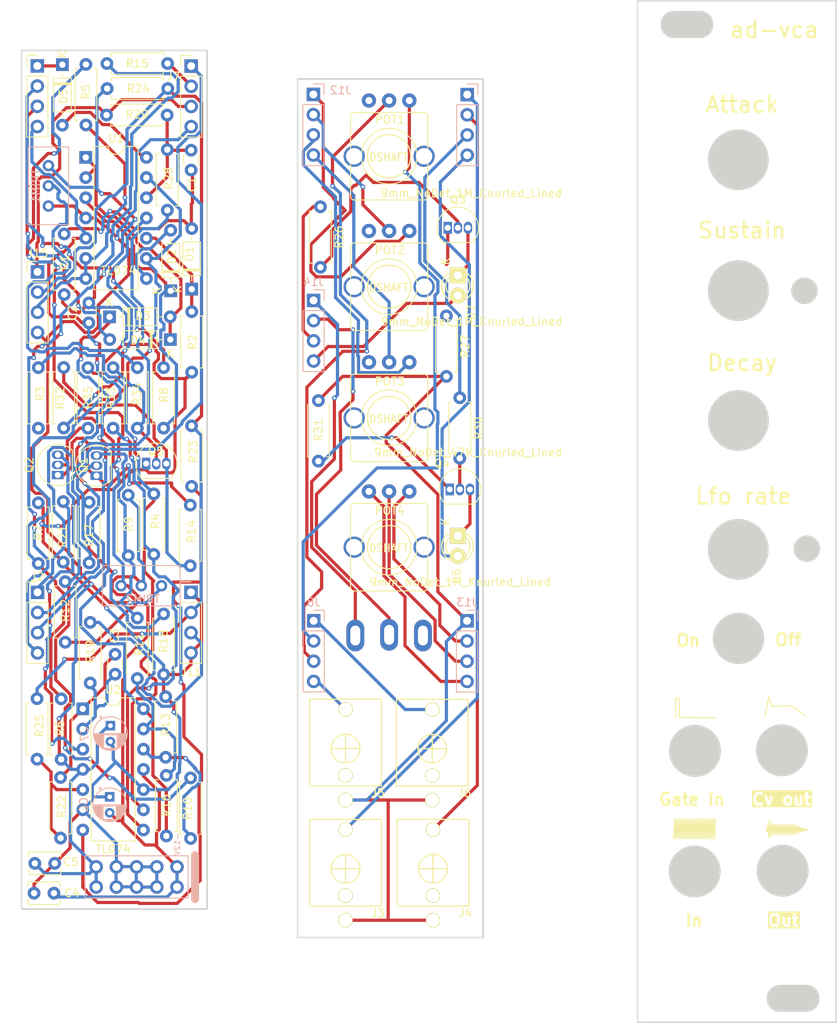
<source format=kicad_pcb>
(kicad_pcb (version 20221018) (generator pcbnew)
  (layers (0 "F.Cu" signal) (31 "B.Cu" signal) (34 "B.Paste" user) (35 "F.Paste" user) (36 "B.SilkS" user "B.Silkscreen") (37 "F.SilkS" user "F.Silkscreen") (38 "B.Mask" user) (39 "F.Mask" user) (44 "Edge.Cuts" user))
  (net 0 "")
  (net 1 "Net-(D1-K)")
  (net 2 "Net-(D1-A)")
  (net 3 "Net-(D2-K)")
  (net 4 "Net-(D2-A)")
  (net 5 "/Circuit Panel/Attack 1")
  (net 6 "Net-(D3-A)")
  (net 7 "/Circuit Panel/Release 1")
  (net 8 "/Circuit Panel/Sustain 1")
  (net 9 "Net-(D5-A)")
  (net 10 "Net-(Q1-E)")
  (net 11 "Net-(Q1-B)")
  (net 12 "Net-(Q1-C)")
  (net 13 "GND")
  (net 14 "Net-(Q2-C)")
  (net 15 "Net-(Q3-E)")
  (net 16 "Net-(Q3-B)")
  (net 17 "/Control Panel/led 2 -")
  (net 18 "Net-(U1D-+)")
  (net 25 "Net-(D6-K)")
  (net 26 "Net-(D7-K)")
  (net 27 "Net-(Q5-B)")
  (net 28 "/Circuit Panel/CV out")
  (net 29 "Net-(U1C--)")
  (net 30 "+12V")
  (net 31 "/Circuit Panel/Sustain 2")
  (net 32 "Net-(U2D-+)")
  (net 33 "Net-(U2D--)")
  (net 34 "/Circuit Panel/Audio out")
  (net 35 "Net-(Q5-C)")
  (net 36 "/Circuit Panel/Audio in")
  (net 37 "Net-(U2C--)")
  (net 38 "/Circuit Panel/lfo pot 2")
  (net 39 "Net-(U2A--)")
  (net 40 "/Circuit Panel/lfo pot 1")
  (net 41 "Net-(U2B-+)")
  (net 42 "Net-(U2A-+)")
  (net 43 "Net-(C3-Pad1)")
  (net 44 "Net-(R23-Pad2)")
  (net 45 "/Circuit Panel/Gate In")
  (net 46 "Net-(R15-Pad1)")
  (net 47 "/Control Panel/led 2 +")
  (net 48 "/Control Panel/led 1 -")
  (net 49 "/Circuit Panel/Attack 2")
  (net 50 "-12V")
  (net 51 "Net-(R33-Pad2)")
  (net 52 "/Control Panel/led 1 +")
  (net 53 "/Control Panel/Audio In")
  (net 54 "/Control Panel/Audio Out")
  (net 55 "/Control Panel/Cv out")
  (net 57 "/Control Panel/Gate In")
  (net 58 "/Control Panel/Attack 1")
  (net 59 "/Control Panel/Attack 2")
  (net 60 "/Control Panel/Sustain 1")
  (net 61 "/Control Panel/Sustain 2")
  (net 62 "/Control Panel/Release 1")
  (net 63 "/Control Panel/Release 2")
  (net 64 "/Control Panel/Lfo rate 1")
  (net 65 "/Control Panel/lfo rate 2")
  (net 66 "/Control Panel/lfo rate 3")
  (net 67 "/Circuit Panel/lfo led 1 -")
  (net 68 "Net-(Q4-E)")
  (net 70 "/Circuit Panel/adsr led 2 -")
  (net 71 "Net-(Q4-B)")
  (net 72 "/Control Panel/GND")
  (net 73 "/Control Panel/lfo switch 1")
  (net 74 "/Control Panel/lfo switch 2")
  (net 75 "Net-(TRIM2-Center)")
  (net 76 "Net-(TRIM1-Center)")
  (net 77 "Net-(Q2-B)")
  (footprint "PCM_4ms_Potentiometer:Pot_9mm_DShaft" (layer "F.Cu") (at 140.482 99.4884)
    (fp_text reference "POT4")
    (fp_text value "9mm_NoDet_1M_Knurled_Lined")
  )
  (footprint "Resistor_THT:R_Axial_DIN0207_L6.3mm_D2.5mm_P7.62mm_Horizontal" (layer "F.Cu") (at 99.77 111.45 90)
    (fp_text reference "R12")
    (fp_text value "100k_0603")
  )
  (footprint "Capacitor_THT:C_Disc_D3.8mm_W2.6mm_P2.50mm" (layer "F.Cu") (at 95.95 139.261472)
    (fp_text reference "C5")
    (fp_text value "1uF_0603_25V")
  )
  (footprint "Resistor_THT:R_Axial_DIN0207_L6.3mm_D2.5mm_P7.62mm_Horizontal" (layer "F.Cu") (at 96.23 118.54 -90)
    (fp_text reference "R25")
    (fp_text value "100k_0603")
  )
  (footprint "Diode_THT:D_DO-35_SOD27_P7.62mm_Horizontal" (layer "F.Cu") (at 112.98 73.37 180)
    (fp_text reference "D4")
    (fp_text value "1N4148")
  )
  (footprint "eurocad:PJ301M-12" (layer "F.Cu") (at 135 139.934)
    (fp_text reference "J3")
    (fp_text value "PJ301M-12")
  )
  (footprint "Diode_THT:D_DO-35_SOD27_P7.62mm_Horizontal" (layer "F.Cu") (at 99.41 38.79 -90)
    (fp_text reference "D5")
    (fp_text value "1N4148")
  )
  (footprint "Connector_PinHeader_2.54mm:PinHeader_1x04_P2.54mm_Vertical" (layer "F.Cu") (at 96.26 38.95)
    (fp_text reference "J10" hide)
    (fp_text value "Conn_01x04")
  )
  (footprint "Resistor_THT:R_Axial_DIN0207_L6.3mm_D2.5mm_P7.62mm_Horizontal" (layer "F.Cu") (at 112.136 107.884 -90)
    (fp_text reference "R18")
    (fp_text value "100_0603")
  )
  (footprint "eurocad:PJ301M-12" (layer "F.Cu") (at 135 124.814)
    (fp_text reference "J5")
    (fp_text value "PJ301M-12")
  )
  (footprint "Resistor_THT:R_Axial_DIN0207_L6.3mm_D2.5mm_P7.62mm_Horizontal" (layer "F.Cu") (at 112.39 118.298 -90)
    (fp_text reference "R13")
    (fp_text value "470k_0603")
  )
  (footprint "Resistor_THT:R_Axial_DIN0207_L6.3mm_D2.5mm_P7.62mm_Horizontal" (layer "F.Cu") (at 99.26 126.18 90)
    (fp_text reference "R6")
    (fp_text value "100k_0603")
  )
  (footprint "Resistor_THT:R_Axial_DIN0207_L6.3mm_D2.5mm_P7.62mm_Horizontal" (layer "F.Cu") (at 131.846 56.664 -90)
    (fp_text reference "R26")
    (fp_text value "10k_0402")
  )
  (footprint "Resistor_THT:R_Axial_DIN0207_L6.3mm_D2.5mm_P7.62mm_Horizontal" (layer "F.Cu") (at 102.77 101.46 90)
    (fp_text reference "R17")
    (fp_text value "100k_0603")
  )
  (footprint "Resistor_THT:R_Axial_DIN0207_L6.3mm_D2.5mm_P7.62mm_Horizontal" (layer "F.Cu") (at 112.66 41.8 180)
    (fp_text reference "R24")
    (fp_text value "10k_0402")
  )
  (footprint "Resistor_THT:R_Axial_DIN0207_L6.3mm_D2.5mm_P7.62mm_Horizontal" (layer "F.Cu") (at 96.388 84.516 90)
    (fp_text reference "R3")
    (fp_text value "200k_0603")
  )
  (footprint "Capacitor_THT:C_Disc_D3.0mm_W1.6mm_P2.50mm" (layer "F.Cu") (at 102.738 71.268 90)
    (fp_text reference "C2")
    (fp_text value "1uF_0603_25V")
  )
  (footprint "Resistor_THT:R_Axial_DIN0207_L6.3mm_D2.5mm_P7.62mm_Horizontal" (layer "F.Cu") (at 112.58 45.13 180)
    (fp_text reference "R29")
    (fp_text value "10k_0603")
  )
  (footprint "Resistor_THT:R_Axial_DIN0207_L6.3mm_D2.5mm_P7.62mm_Horizontal" (layer "F.Cu") (at 102.91 116.57 90)
    (fp_text reference "R19")
    (fp_text value "100k_0603")
  )
  (footprint "PCM_4ms_Potentiometer:Pot_9mm_DShaft" (layer "F.Cu") (at 140.482 50.314)
    (fp_text reference "POT1")
    (fp_text value "9mm_NoDet_1M_Knurled_Lined")
  )
  (footprint "Package_TO_SOT_THT:TO-92_Inline" (layer "F.Cu") (at 148.102 92.224)
    (fp_text reference "Q4")
    (fp_text value "2N3904")
  )
  (footprint "Resistor_THT:R_Axial_DIN0207_L6.3mm_D2.5mm_P7.62mm_Horizontal" (layer "F.Cu") (at 110.9 92.78 -90)
    (fp_text reference "R4")
    (fp_text value "33k_0603")
  )
  (footprint "Package_TO_SOT_THT:TO-92_Inline" (layer "F.Cu") (at 98.83 90.41 90)
    (fp_text reference "Q2")
    (fp_text value "2N3904")
  )
  (footprint "Resistor_THT:R_Axial_DIN0207_L6.3mm_D2.5mm_P7.62mm_Horizontal" (layer "F.Cu") (at 131.592 88.668 90)
    (fp_text reference "R31")
    (fp_text value "10k_0402")
  )
  (footprint "Connector_PinHeader_2.54mm:PinHeader_1x04_P2.54mm_Vertical" (layer "F.Cu") (at 115.575 105.165)
    (fp_text reference "J11")
    (fp_text value "Conn_01x04")
  )
  (footprint "Resistor_THT:R_Axial_DIN0207_L6.3mm_D2.5mm_P7.62mm_Horizontal" (layer "F.Cu") (at 115.49 101.821472 90)
    (fp_text reference "R14")
    (fp_text value "10k_0603")
  )
  (footprint "Resistor_THT:R_Axial_DIN0207_L6.3mm_D2.5mm_P7.62mm_Horizontal" (layer "F.Cu") (at 147.68 70.39 -90)
    (fp_text reference "R27")
    (fp_text value "10k_0402")
  )
  (footprint "Resistor_THT:R_Axial_DIN0207_L6.3mm_D2.5mm_P7.62mm_Horizontal" (layer "F.Cu") (at 149.36 80.69 -90)
    (fp_text reference "R30")
    (fp_text value "10k_0402")
  )
  (footprint "Resistor_THT:R_Axial_DIN0207_L6.3mm_D2.5mm_P7.62mm_Horizontal" (layer "F.Cu") (at 99.182 136.078 90)
    (fp_text reference "R22")
    (fp_text value "100k_0603")
  )
  (footprint "Resistor_THT:R_Axial_DIN0207_L6.3mm_D2.5mm_P7.62mm_Horizontal" (layer "F.Cu") (at 112.136 76.896 -90)
    (fp_text reference "R8")
    (fp_text value "100k_0603")
  )
  (footprint "eurocad:PJ301M-12" (layer "F.Cu") (at 145.9 124.83)
    (fp_text reference "J6")
    (fp_text value "PJ301M-12")
  )
  (footprint "PCM_4ms_Package_DIP:DIP-14_W7.62mm" (layer "F.Cu") (at 101.976 119.872)
    (fp_text reference "U2")
    (fp_text value "TL074")
  )
  (footprint "Diode_THT:D_DO-35_SOD27_P7.62mm_Horizontal" (layer "F.Cu") (at 105.34 70.51)
    (fp_text reference "D3")
    (fp_text value "1N4148")
  )
  (footprint "Resistor_THT:R_Axial_DIN0207_L6.3mm_D2.5mm_P7.62mm_Horizontal" (layer "F.Cu") (at 99.52 101.37 90)
    (fp_text reference "R21")
    (fp_text value "1k_0603")
  )
  (footprint "Connector_PinHeader_2.54mm:PinHeader_1x04_P2.54mm_Vertical" (layer "F.Cu") (at 96.29 105.17)
    (fp_text reference "J2")
    (fp_text value "Conn_01x04")
  )
  (footprint "PCM_4ms_Package_DIP:DIP-14_W7.62mm" (layer "F.Cu") (at 102.35 50.51)
    (fp_text reference "U1")
    (fp_text value "TL074")
  )
  (footprint "Resistor_THT:R_Axial_DIN0207_L6.3mm_D2.5mm_P7.62mm_Horizontal" (layer "F.Cu") (at 105.01 38.65)
    (fp_text reference "R15")
    (fp_text value "1k_0603")
  )
  (footprint "Switches:spdt - toggle switch" (layer "F.Cu") (at 140.482 110.512)
    (fp_text reference "SW1" hide)
    (fp_text value "SW_SPDT" hide)
  )
  (footprint "Resistor_THT:R_Axial_DIN0207_L6.3mm_D2.5mm_P7.62mm_Horizontal" (layer "F.Cu") (at 99.58 84.5 90)
    (fp_text reference "R32")
    (fp_text value "10k_0603")
  )
  (footprint "Diode_THT:D_DO-35_SOD27_P7.62mm_Horizontal" (layer "F.Cu") (at 113.03 67.24 90)
    (fp_text reference "D2")
    (fp_text value "1N4148")
  )
  (footprint "eurocad:LED3mm" (layer "F.Cu") (at 149.118 66.57 -90)
    (fp_text reference "D7")
    (fp_text value "LED")
  )
  (footprint "Package_TO_SOT_THT:TO-92_Inline" (layer "F.Cu") (at 103.7 90.5 90)
    (fp_text reference "Q1")
    (fp_text value "2N3904")
  )
  (footprint "Resistor_THT:R_Axial_DIN0207_L6.3mm_D2.5mm_P7.62mm_Horizontal" (layer "F.Cu") (at 102.37 38.76 -90)
    (fp_text reference "R5")
    (fp_text value "1k_0603")
  )
  (footprint "Resistor_THT:R_Axial_DIN0207_L6.3mm_D2.5mm_P7.62mm_Horizontal" (layer "F.Cu") (at 102.62 84.52 90)
    (fp_text reference "R35")
    (fp_text value "100_0603")
  )
  (footprint "Resistor_THT:R_Axial_DIN0207_L6.3mm_D2.5mm_P7.62mm_Horizontal" (layer "F.Cu") (at 112.48 128.19 -90)
    (fp_text reference "R16")
    (fp_text value "470k_0603")
  )
  (footprint "Resistor_THT:R_Axial_DIN0207_L6.3mm_D2.5mm_P7.62mm_Horizontal" (layer "F.Cu") (at 115.67 77.48 90)
    (fp_text reference "R2")
    (fp_text value "100k_0603")
  )
  (footprint "Resistor_THT:R_Axial_DIN0207_L6.3mm_D2.5mm_P7.62mm_Horizontal" (layer "F.Cu") (at 107.69 92.94 -90)
    (fp_text reference "R9")
    (fp_text value "100k_0603")
  )
  (footprint "eurocad:PJ301M-12" (layer "F.Cu") (at 146 139.934)
    (fp_text reference "J4")
    (fp_text value "PJ301M-12")
  )
  (footprint "Package_TO_SOT_THT:TO-92_Inline" (layer "F.Cu") (at 147.848 59.31)
    (fp_text reference "Q3")
    (fp_text value "2N3904")
  )
  (footprint "Connector_PinHeader_2.54mm:PinHeader_1x04_P2.54mm_Vertical" (layer "F.Cu") (at 96.29 64.86)
    (fp_text reference "J15")
    (fp_text value "Conn_01x04" hide)
  )
  (footprint "Resistor_THT:R_Axial_DIN0207_L6.3mm_D2.5mm_P7.62mm_Horizontal" (layer "F.Cu") (at 115.65 84.22 -90)
    (fp_text reference "R23")
    (fp_text value "47k_0603")
  )
  (footprint "Resistor_THT:R_Axial_DIN0207_L6.3mm_D2.5mm_P7.62mm_Horizontal" (layer "F.Cu") (at 108.834 108.392 -90)
    (fp_text reference "R11")
    (fp_text value "10k_0603")
  )
  (footprint "Resistor_THT:R_Axial_DIN0207_L6.3mm_D2.5mm_P7.62mm_Horizontal" (layer "F.Cu") (at 99.64 67.71 90)
    (fp_text reference "R1")
    (fp_text value "10k_0603")
  )
  (footprint "Resistor_THT:R_Axial_DIN0207_L6.3mm_D2.5mm_P7.62mm_Horizontal" (layer "F.Cu") (at 96.388 101.534 90)
    (fp_text reference "R7")
    (fp_text value "47k_0603")
  )
  (footprint "PCM_4ms_Potentiometer:Pot_9mm_DShaft" (layer "F.Cu") (at 140.482 66.7224)
    (fp_text reference "POT2")
    (fp_text value "9mm_NoDet_1M_Knurled_Lined")
  )
  (footprint "PCM_4ms_Potentiometer:Pot_9mm_DShaft" (layer "F.Cu") (at 140.482 83.2324)
    (fp_text reference "POT3")
    (fp_text value "9mm_NoDet_47K_Knurled_Lined")
  )
  (footprint "Capacitor_THT:C_Disc_D3.0mm_W1.6mm_P2.50mm" (layer "F.Cu") (at 106.04 112.964 -90)
    (fp_text reference "C3")
    (fp_text value "0.1uF_0603_16V")
  )
  (footprint "Capacitor_THT:C_Disc_D3.0mm_W1.6mm_P2.50mm" (layer "F.Cu") (at 115.59 49.55 -90)
    (fp_text reference "C1")
    (fp_text value "1uF_0603_25V")
  )
  (footprint "Diode_THT:D_DO-35_SOD27_P7.62mm_Horizontal" (layer "F.Cu") (at 115.67 67.03 90)
    (fp_text reference "D1")
    (fp_text value "1N4148")
  )
  (footprint "Resistor_THT:R_Axial_DIN0207_L6.3mm_D2.5mm_P7.62mm_Horizontal" (layer "F.Cu") (at 108.834 84.516 90)
    (fp_text reference "R34")
    (fp_text value "10k_0603")
  )
  (footprint "Package_TO_SOT_THT:TO-92_Inline" (layer "F.Cu") (at 109.94 88.98)
    (fp_text reference "Q5")
    (fp_text value "2N3904")
  )
  (footprint "Resistor_THT:R_Axial_DIN0207_L6.3mm_D2.5mm_P7.62mm_Horizontal" (layer "F.Cu") (at 112.6 49.48 -90)
    (fp_text reference "R28")
    (fp_text value "10k_0603")
  )
  (footprint "Capacitor_THT:C_Disc_D3.8mm_W2.6mm_P2.50mm" (layer "F.Cu") (at 98.35 143.011472 180)
    (fp_text reference "C4")
    (fp_text value "1uF_0603_25V")
  )
  (footprint "Resistor_THT:R_Axial_DIN0207_L6.3mm_D2.5mm_P7.62mm_Horizontal" (layer "F.Cu") (at 105.786 76.896 -90)
    (fp_text reference "R33")
    (fp_text value "10k_0603")
  )
  (footprint "eurocad:LED3mm" (layer "F.Cu") (at 149.118 99.336 -90)
    (fp_text reference "D6")
    (fp_text value "LED")
  )
  (footprint "Resistor_THT:R_Axial_DIN0207_L6.3mm_D2.5mm_P7.62mm_Horizontal" (layer "F.Cu") (at 115.53 128.51 -90)
    (fp_text reference "R10")
    (fp_text value "10k_0603")
  )
  (footprint "Connector_PinHeader_2.54mm:PinHeader_1x04_P2.54mm_Vertical" (layer "F.Cu") (at 115.6 38.97)
    (fp_text reference "J7")
    (fp_text value "Conn_01x04" hide)
  )
  (footprint "Connector_PinHeader_2.54mm:PinHeader_1x04_P2.54mm_Vertical" (layer "B.Cu") (at 130.958 42.54 180)
    (fp_text reference "J12")
    (fp_text value "Conn_01x04")
  )
  (footprint "PCM_4ms_Connector:Pins_2x05_2.54mm_TH_Europower" (layer "B.Cu") (at 108.74 140.971472 -90)
    (fp_text reference "J1" hide)
    (fp_text value "Eurorack_Power_10pin_Unshrouded" hide)
  )
  (footprint "Connector_PinHeader_2.54mm:PinHeader_1x04_P2.54mm_Vertical" (layer "B.Cu") (at 130.988 68.45 180)
    (fp_text reference "J14")
    (fp_text value "Conn_01x04")
  )
  (footprint "Connector_PinHeader_2.54mm:PinHeader_1x04_P2.54mm_Vertical" (layer "B.Cu") (at 130.998 108.75 180)
    (fp_text reference "J8")
    (fp_text value "Conn_01x04")
  )
  (footprint "Potentiometer_THT:Potentiometer_Bourns_3296W_Vertical" (layer "B.Cu") (at 111.87 104.34)
    (fp_text reference "TRIM2")
    (fp_text value "TrimPot_T73YEt_10k")
  )
  (footprint "Connector_PinHeader_2.54mm:PinHeader_1x04_P2.54mm_Vertical" (layer "B.Cu") (at 150.298 42.56 180)
    (fp_text reference "J9" hide)
    (fp_text value "Conn_01x04")
  )
  (footprint "Connector_PinHeader_2.54mm:PinHeader_1x04_P2.54mm_Vertical" (layer "B.Cu") (at 150.273 108.755 180)
    (fp_text reference "J13")
    (fp_text value "Conn_01x04")
  )
  (footprint "Potentiometer_THT:Potentiometer_Bourns_3296W_Vertical" (layer "B.Cu") (at 97.658 56.576 -90)
    (fp_text reference "TRIM1")
    (fp_text value "TrimPot_T73YEt_10k" hide)
  )
  (footprint "Capacitor_THT:CP_Radial_D4.0mm_P2.00mm" (layer "B.Cu") (at 105.45 121.937401 -90)
    (fp_text reference "C7")
    (fp_text value "10uf")
  )
  (footprint "Capacitor_THT:CP_Radial_D4.0mm_P2.00mm" (layer "B.Cu") (at 105.36 130.897401 -90)
    (fp_text reference "C6")
    (fp_text value "10uf")
  )
  (gr_line (start 192.518833 134.826925) (end 192.381363 135.305059) (stroke (width 0.134811)) (layer "F.SilkS"))
  (gr_line (start 179.157141 133.658009) (end 179.048295 136.161991) (stroke (width 0.134811)) (layer "F.SilkS"))
  (gr_line (start 180.320887 133.658009) (end 180.228449 136.161991) (stroke (width 0.134811)) (layer "F.SilkS"))
  (gr_line (start 190.278185 135.653601) (end 190.175656 134.390104) (stroke (width 0.134811)) (layer "F.SilkS"))
  (gr_line (start 192.143641 135.383505) (end 192.023981 134.639112) (stroke (width 0.134811)) (layer "F.SilkS"))
  (gr_line (start 190.976433 135.653601) (end 190.883749 134.390104) (stroke (width 0.134811)) (layer "F.SilkS"))
  (gr_line (start 179.855389 133.658009) (end 179.756388 136.161991) (stroke (width 0.134811)) (layer "F.SilkS"))
  (gr_line (start 179.048295 136.161991) (end 178.924393 133.658009) (stroke (width 0.134811)) (layer "F.SilkS"))
  (gr_line (start 179.756388 136.161991) (end 179.622639 133.658009) (stroke (width 0.134811)) (layer "F.SilkS"))
  (gr_line (start 189.579937 135.653601) (end 189.467562 134.390104) (stroke (width 0.134811)) (layer "F.SilkS"))
  (gr_line (start 177.062398 133.658009) (end 176.924012 136.161991) (stroke (width 0.134811)) (layer "F.SilkS"))
  (gr_line (start 189.939625 134.390104) (end 189.812687 135.653601) (stroke (width 0.134811)) (layer "F.SilkS"))
  (gr_line (start 178.458893 133.658009) (end 178.340201 136.161991) (stroke (width 0.134811)) (layer "F.SilkS"))
  (gr_line (start 176.926125 118.454021) (end 176.993728 120.915225) (stroke (width 0.134811)) (layer "F.SilkS"))
  (gr_line (start 192.848839 135.124678) (end 192.742373 134.871939) (stroke (width 0.134811)) (layer "F.SilkS"))
  (gr_line (start 180.464482 136.161991) (end 180.320887 133.658009) (stroke (width 0.134811)) (layer "F.SilkS"))
  (gr_line (start 180.228449 136.161991) (end 180.088139 133.658009) (stroke (width 0.134811)) (layer "F.SilkS"))
  (gr_line (start 187.753488 120.793356) (end 188.17432 118.289999) (stroke (width 0.134811)) (layer "F.SilkS"))
  (gr_line (start 180.700512 136.161991) (end 180.553639 133.658009) (stroke (width 0.134811)) (layer "F.SilkS"))
  (gr_line (start 188.881689 135.653601) (end 188.75947 134.390104) (stroke (width 0.134811)) (layer "F.SilkS"))
  (gr_line (start 188.056448 134.480825) (end 187.982922 135.284346) (stroke (width 0.134811)) (layer "F.SilkS"))
  (gr_line (start 190.743683 135.653601) (end 190.695032 135.043705) (stroke (width 0.134811)) (layer "F.SilkS"))
  (gr_line (start 191.68865 135.554464) (end 191.585186 134.450621) (stroke (width 0.134811)) (layer "F.SilkS"))
  (gr_line (start 176.829648 133.658009) (end 176.687981 136.161991) (stroke (width 0.134811)) (layer "F.SilkS"))
  (gr_line (start 179.389891 133.658009) (end 179.284325 136.161991) (stroke (width 0.134811)) (layer "F.SilkS"))
  (gr_line (start 181.408608 136.161991) (end 181.251887 133.658009) (stroke (width 0.134811)) (layer "F.SilkS"))
  (gr_line (start 190.58 135) (end 190.510933 135.653601) (stroke (width 0.134811)) (layer "F.SilkS"))
  (gr_line (start 192.381363 135.305059) (end 192.243773 134.713041) (stroke (width 0.134811)) (layer "F.SilkS"))
  (gr_line (start 190.045435 135.653601) (end 189.939625 134.390104) (stroke (width 0.134811)) (layer "F.SilkS"))
  (gr_line (start 190.66196 134.61211) (end 190.647717 134.390104) (stroke (width 0.134811)) (layer "F.SilkS"))
  (gr_line (start 179.992419 136.161991) (end 179.855389 133.658009) (stroke (width 0.134811)) (layer "F.SilkS"))
  (gr_line (start 178.924393 133.658009) (end 178.812264 136.161991) (stroke (width 0.134811)) (layer "F.SilkS"))
  (gr_line (start 187.982922 135.284346) (end 187.869259 135.018942) (stroke (width 0.134811)) (layer "F.SilkS"))
  (gr_line (start 177.396075 136.161991) (end 177.295146 133.658009) (stroke (width 0.134811)) (layer "F.SilkS"))
  (gr_line (start 177.160044 136.161991) (end 177.062398 133.658009) (stroke (width 0.134811)) (layer "F.SilkS"))
  (gr_line (start 189.703594 134.390104) (end 189.579937 135.653601) (stroke (width 0.134811)) (layer "F.SilkS"))
  (gr_line (start 192.023981 134.639112) (end 191.93376 135.45867) (stroke (width 0.134811)) (layer "F.SilkS"))
  (gr_line (start 178.576232 136.161991) (end 178.458893 133.658009) (stroke (width 0.134811)) (layer "F.SilkS"))
  (gr_line (start 181.019137 133.658009) (end 180.936543 136.161991) (stroke (width 0.134811)) (layer "F.SilkS"))
  (gr_line (start 190.883749 134.390104) (end 190.743683 135.653601) (stroke (width 0.134811)) (layer "F.SilkS"))
  (gr_line (start 189.812687 135.653601) (end 189.703594 134.390104) (stroke (width 0.134811)) (layer "F.SilkS"))
  (gr_line (start 192.243773 134.713041) (end 192.143641 135.383505) (stroke (width 0.134811)) (layer "F.SilkS"))
  (gr_line (start 176.993728 120.915225) (end 181.626271 120.944774) (stroke (width 0.134811)) (layer "F.SilkS"))
  (gr_line (start 179.520356 136.161991) (end 179.389891 133.658009) (stroke (width 0.134811)) (layer "F.SilkS"))
  (gr_line (start 181.484637 133.658009) (end 181.408608 136.161991) (stroke (width 0.134811)) (layer "F.SilkS"))
  (gr_line (start 176.51353 118.454021) (end 176.926125 118.454021) (stroke (width 0.134811)) (layer "F.SilkS"))
  (gr_line (start 177.760645 133.658009) (end 177.632105 136.161991) (stroke (width 0.134811)) (layer "F.SilkS"))
  (gr_line (start 191.810248 134.53237) (end 191.68865 135.554464) (stroke (width 0.134811)) (layer "F.SilkS"))
  (gr_line (start 191.11978 134.390104) (end 190.976433 135.653601) (stroke (width 0.134811)) (layer "F.SilkS"))
  (gr_line (start 180.936543 136.161991) (end 180.786387 133.658009) (stroke (width 0.134811)) (layer "F.SilkS"))
  (gr_line (start 188.995501 134.390104) (end 188.881689 135.653601) (stroke (width 0.134811)) (layer "F.SilkS"))
  (gr_line (start 178.10417 136.161991) (end 177.993395 133.658009) (stroke (width 0.134811)) (layer "F.SilkS"))
  (gr_line (start 189.114439 135.653601) (end 188.995501 134.390104) (stroke (width 0.134811)) (layer "F.SilkS"))
  (gr_line (start 178.812264 136.161991) (end 178.691643 133.658009) (stroke (width 0.134811)) (layer "F.SilkS"))
  (gr_line (start 189.467562 134.390104) (end 189.347187 135.653601) (stroke (width 0.134811)) (layer "F.SilkS"))
  (gr_line (start 189.231531 134.390104) (end 189.114439 135.653601) (stroke (width 0.134811)) (layer "F.SilkS"))
  (gr_line (start 177.993395 133.658009) (end 177.868138 136.161991) (stroke (width 0.134811)) (layer "F.SilkS"))
  (gr_line (start 188.529917 134.195349) (end 188.416268 136.040426) (stroke (width 0.134811)) (layer "F.SilkS"))
  (gr_line (start 177.295146 133.658009) (end 177.160044 136.161991) (stroke (width 0.134811)) (layer "F.SilkS"))
  (gr_line (start 177.527895 133.658009) (end 177.396075 136.161991) (stroke (width 0.134811)) (layer "F.SilkS"))
  (gr_line (start 191.209181 135.653601) (end 191.11978 134.390104) (stroke (width 0.134811)) (layer "F.SilkS"))
  (gr_line (start 180.553639 133.658009) (end 180.464482 136.161991) (stroke (width 0.134811)) (layer "F.SilkS"))
  (gr_line (start 188.287272 133.786093) (end 188.197329 135.964437) (stroke (width 0.134811)) (layer "F.SilkS"))
  (gr_line (start 188.197329 135.964437) (end 188.056448 134.480825) (stroke (width 0.134811)) (layer "F.SilkS"))
  (gr_line (start 190.510933 135.653601) (end 190.411686 134.390104) (stroke (width 0.134811)) (layer "F.SilkS"))
  (gr_line (start 176.5969 133.658009) (end 176.451951 136.161991) (stroke (width 0.134811)) (layer "F.SilkS"))
  (gr_line (start 191.151155 119.458525) (end 192.866228 120.798879) (stroke (width 0.134811)) (layer "F.SilkS"))
  (gr_line (start 190.627104 134.562942) (end 190.58 135) (stroke (width 0.134811)) (layer "F.SilkS"))
  (gr_line (start 176.36415 133.658009) (end 176.21592 136.161991) (stroke (width 0.134811)) (layer "F.SilkS"))
  (gr_line (start 188.75947 134.390104) (end 188.660843 135.647772) (stroke (width 0.134811)) (layer "F.SilkS"))
  (gr_line (start 190.647717 134.390104) (end 190.627104 134.562942) (stroke (width 0.134811)) (layer "F.SilkS"))
  (gr_line (start 192.95949 135.012327) (end 192.848839 135.124678) (stroke (width 0.134811)) (layer "F.SilkS"))
  (gr_line (start 192.63595 135.226683) (end 192.518833 134.826925) (stroke (width 0.134811)) (layer "F.SilkS"))
  (gr_line (start 188.660843 135.647772) (end 188.529917 134.195349) (stroke (width 0.134811)) (layer "F.SilkS"))
  (gr_line (start 190.411686 134.390104) (end 190.278185 135.653601) (stroke (width 0.134811)) (layer "F.SilkS"))
  (gr_line (start 190.695032 135.043705) (end 190.66196 134.61211) (stroke (width 0.134811)) (layer "F.SilkS"))
  (gr_line (start 180.786387 133.658009) (end 180.700512 136.161991) (stroke (width 0.134811)) (layer "F.SilkS"))
  (gr_line (start 191.35581 134.390104) (end 191.209181 135.653601) (stroke (width 0.134811)) (layer "F.SilkS"))
  (gr_line (start 188.416268 136.040426) (end 188.287272 133.786093) (stroke (width 0.134811)) (layer "F.SilkS"))
  (gr_line (start 179.284325 136.161991) (end 179.157141 133.658009) (stroke (width 0.134811)) (layer "F.SilkS"))
  (gr_line (start 191.488943 135.630697) (end 191.35581 134.390104) (stroke (width 0.134811)) (layer "F.SilkS"))
  (gr_line (start 178.226145 133.658009) (end 178.10417 136.161991) (stroke (width 0.134811)) (layer "F.SilkS"))
  (gr_line (start 192.742373 134.871939) (end 192.63595 135.226683) (stroke (width 0.134811)) (layer "F.SilkS"))
  (gr_line (start 176.687981 136.161991) (end 176.5969 133.658009) (stroke (width 0.134811)) (layer "F.SilkS"))
  (gr_line (start 191.585186 134.450621) (end 191.488943 135.630697) (stroke (width 0.134811)) (layer "F.SilkS"))
  (gr_line (start 189.347187 135.653601) (end 189.231531 134.390104) (stroke (width 0.134811)) (layer "F.SilkS"))
  (gr_line (start 190.175656 134.390104) (end 190.045435 135.653601) (stroke (width 0.134811)) (layer "F.SilkS"))
  (gr_line (start 181.251887 133.658009) (end 181.172576 136.161991) (stroke (width 0.134811)) (layer "F.SilkS"))
  (gr_line (start 178.340201 136.161991) (end 178.226145 133.658009) (stroke (width 0.134811)) (layer "F.SilkS"))
  (gr_line (start 191.93376 135.45867) (end 191.810248 134.53237) (stroke (width 0.134811)) (layer "F.SilkS"))
  (gr_line (start 176.51353 120.939288) (end 176.51353 118.454021) (stroke (width 0.134811)) (layer "F.SilkS"))
  (gr_line (start 188.528845 119.481474) (end 191.151155 119.458525) (stroke (width 0.134811)) (layer "F.SilkS"))
  (gr_line (start 177.632105 136.161991) (end 177.527895 133.658009) (stroke (width 0.134811)) (layer "F.SilkS"))
  (gr_line (start 177.868138 136.161991) (end 177.760645 133.658009) (stroke (width 0.134811)) (layer "F.SilkS"))
  (gr_line (start 180.088139 133.658009) (end 179.992419 136.161991) (stroke (width 0.134811)) (layer "F.SilkS"))
  (gr_line (start 179.622639 133.658009) (end 179.520356 136.161991) (stroke (width 0.134811)) (layer "F.SilkS"))
  (gr_line (start 181.172576 136.161991) (end 181.019137 133.658009) (stroke (width 0.134811)) (layer "F.SilkS"))
  (gr_line (start 193.089003 135.021574) (end 192.95949 135.012327) (stroke (width 0.134811)) (layer "F.SilkS"))
  (gr_line (start 176.924012 136.161991) (end 176.829648 133.658009) (stroke (width 0.134811)) (layer "F.SilkS"))
  (gr_line (start 188.17432 118.289999) (end 188.528845 119.481474) (stroke (width 0.134811)) (layer "F.SilkS"))
  (gr_line (start 178.691643 133.658009) (end 178.576232 136.161991) (stroke (width 0.134811)) (layer "F.SilkS"))
  (gr_line (start 176.451951 136.161991) (end 176.36415 133.658009) (stroke (width 0.134811)) (layer "F.SilkS"))
  (gr_poly (pts (xy 182.085548 140.281489) (xy 182.065427 139.923203) (xy 182.005317 139.569422) (xy 181.905975 139.224596) (xy 181.768648 138.893061) (xy 181.595065 138.578986) (xy 181.387409 138.286322) (xy 181.14829 138.018747) (xy 180.880715 137.779628) (xy 180.588051 137.571972) (xy 180.273976 137.398389) (xy 179.942441 137.261062) (xy 179.597615 137.16172) (xy 179.243834 137.10161) (xy 178.885548 137.081489) (xy 178.527262 137.10161) (xy 178.173481 137.16172) (xy 177.828655 137.261062) (xy 177.49712 137.398389) (xy 177.183045 137.571972) (xy 176.890381 137.779628) (xy 176.622806 138.018747) (xy 176.383687 138.286322) (xy 176.176031 138.578986) (xy 176.002448 138.893061) (xy 175.865121 139.224596) (xy 175.765779 139.569422) (xy 175.705669 139.923203) (xy 175.685548 140.281489) (xy 175.705669 140.639775) (xy 175.765779 140.993556) (xy 175.865121 141.338382) (xy 176.002448 141.669917) (xy 176.176031 141.983992) (xy 176.383687 142.276656) (xy 176.622806 142.544231) (xy 176.890381 142.78335) (xy 177.183045 142.991006) (xy 177.49712 143.164589) (xy 177.828655 143.301916) (xy 178.173481 143.401258) (xy 178.527262 143.461368) (xy 178.885548 143.481489) (xy 179.243834 143.461368) (xy 179.597615 143.401258) (xy 179.942441 143.301916) (xy 180.273976 143.164589) (xy 180.588051 142.991006) (xy 180.880715 142.78335) (xy 181.14829 142.544231) (xy 181.387409 142.276656) (xy 181.595065 141.983992) (xy 181.768648 141.669917) (xy 181.905975 141.338382) (xy 182.005317 140.993556) (xy 182.065427 140.639775) (xy 182.085548 140.281489)) (stroke (width 0.15)) (fill solid) (layer "Edge.Cuts"))
  (gr_poly (pts (xy 188.115485 99.76598) (xy 188.096226 99.386228) (xy 188.038647 99.010373) (xy 187.943339 98.642271) (xy 187.81128 98.2857) (xy 187.643824 97.944319) (xy 187.442691 97.62163) (xy 187.209944 97.320946) (xy 186.947971 97.045351) (xy 186.659461 96.797673) (xy 186.347374 96.580454) (xy 186.014912 96.395923) (xy 185.665488 96.245973) (xy 185.302686 96.132143) (xy 184.930229 96.055601) (xy 184.55194 96.017133) (xy 184.1717 96.017133) (xy 183.793411 96.055601) (xy 183.420954 96.132143) (xy 183.058152 96.245973) (xy 182.708728 96.395923) (xy 182.376266 96.580454) (xy 182.064179 96.797673) (xy 181.775669 97.045351) (xy 181.513696 97.320946) (xy 181.280949 97.62163) (xy 181.079816 97.944319) (xy 180.91236 98.2857) (xy 180.780301 98.642271) (xy 180.684993 99.010373) (xy 180.627414 99.386228) (xy 180.608155 99.76598) (xy 180.627414 100.145732) (xy 180.684993 100.521587) (xy 180.780301 100.889689) (xy 180.91236 101.24626) (xy 181.079816 101.587641) (xy 181.280949 101.91033) (xy 181.513696 102.211014) (xy 181.775669 102.486609) (xy 182.064179 102.734287) (xy 182.376266 102.951506) (xy 182.708728 103.136037) (xy 183.058152 103.285987) (xy 183.420954 103.399817) (xy 183.793411 103.476359) (xy 184.1717 103.514827) (xy 184.55194 103.514827) (xy 184.930229 103.476359) (xy 185.302686 103.399817) (xy 185.665488 103.285987) (xy 186.014912 103.136037) (xy 186.347374 102.951506) (xy 186.659461 102.734287) (xy 186.947971 102.486609) (xy 187.209944 102.211014) (xy 187.442691 101.91033) (xy 187.643824 101.587641) (xy 187.81128 101.24626) (xy 187.943339 100.889689) (xy 188.038647 100.521587) (xy 188.096226 100.145732) (xy 188.115485 99.76598)) (stroke (width 0.15)) (fill solid) (layer "Edge.Cuts"))
  (gr_poly (pts (xy 188.144598 83.54954) (xy 188.125339 83.169788) (xy 188.06776 82.793933) (xy 187.972452 82.425831) (xy 187.840393 82.06926) (xy 187.672937 81.727879) (xy 187.471804 81.40519) (xy 187.239057 81.104506) (xy 186.977084 80.828911) (xy 186.688574 80.581233) (xy 186.376487 80.364014) (xy 186.044025 80.179483) (xy 185.694601 80.029533) (xy 185.331799 79.915703) (xy 184.959342 79.839161) (xy 184.581053 79.800693) (xy 184.200813 79.800693) (xy 183.822524 79.839161) (xy 183.450067 79.915703) (xy 183.087265 80.029533) (xy 182.737841 80.179483) (xy 182.405379 80.364014) (xy 182.093292 80.581233) (xy 181.804782 80.828911) (xy 181.542809 81.104506) (xy 181.310062 81.40519) (xy 181.108929 81.727879) (xy 180.941473 82.06926) (xy 180.809414 82.425831) (xy 180.714106 82.793933) (xy 180.656527 83.169788) (xy 180.637268 83.54954) (xy 180.656527 83.929292) (xy 180.714106 84.305147) (xy 180.809414 84.673249) (xy 180.941473 85.02982) (xy 181.108929 85.371201) (xy 181.310062 85.69389) (xy 181.542809 85.994574) (xy 181.804782 86.270169) (xy 182.093292 86.517847) (xy 182.405379 86.735066) (xy 182.737841 86.919597) (xy 183.087265 87.069547) (xy 183.450067 87.183377) (xy 183.822524 87.259919) (xy 184.200813 87.298387) (xy 184.581053 87.298387) (xy 184.959342 87.259919) (xy 185.331799 87.183377) (xy 185.694601 87.069547) (xy 186.044025 86.919597) (xy 186.376487 86.735066) (xy 186.688574 86.517847) (xy 186.977084 86.270169) (xy 187.239057 85.994574) (xy 187.471804 85.69389) (xy 187.672937 85.371201) (xy 187.840393 85.02982) (xy 187.972452 84.673249) (xy 188.06776 84.305147) (xy 188.125339 83.929292) (xy 188.144598 83.54954)) (stroke (width 0.15)) (fill solid) (layer "Edge.Cuts"))
  (gr_rect (start 94.28 37) (end 117.6 145) (stroke (width 0.2)) (fill none) (layer "Edge.Cuts"))
  (gr_poly (pts (xy 194.584645 99.67265) (xy 194.564946 99.422355) (xy 194.506335 99.178223) (xy 194.410255 98.946265) (xy 194.279072 98.732194) (xy 194.116016 98.541279) (xy 193.925101 98.378223) (xy 193.71103 98.24704) (xy 193.479072 98.15096) (xy 193.23494 98.092349) (xy 192.984645 98.07265) (xy 192.73435 98.092349) (xy 192.490218 98.15096) (xy 192.25826 98.24704) (xy 192.044189 98.378223) (xy 191.853274 98.541279) (xy 191.690218 98.732194) (xy 191.559035 98.946265) (xy 191.462955 99.178223) (xy 191.404344 99.422355) (xy 191.384645 99.67265) (xy 191.404344 99.922945) (xy 191.462955 100.167077) (xy 191.559035 100.399035) (xy 191.690218 100.613106) (xy 191.853274 100.804021) (xy 192.044189 100.967077) (xy 192.25826 101.09826) (xy 192.490218 101.19434) (xy 192.73435 101.252951) (xy 192.984645 101.27265) (xy 193.23494 101.252951) (xy 193.479072 101.19434) (xy 193.71103 101.09826) (xy 193.925101 100.967077) (xy 194.116016 100.804021) (xy 194.279072 100.613106) (xy 194.410255 100.399035) (xy 194.506335 100.167077) (xy 194.564946 99.922945) (xy 194.584645 99.67265)) (stroke (width 0.15)) (fill solid) (layer "Edge.Cuts"))
  (gr_rect (start 128.978 40.59) (end 152.298 148.59) (stroke (width 0.2)) (fill none) (layer "Edge.Cuts"))
  (gr_rect (start 171.704 30.758) (end 196.684 159.258) (stroke (width 0.2)) (fill none) (layer "Edge.Cuts"))
  (gr_poly (pts (xy 182.124174 125.108664) (xy 182.104053 124.750378) (xy 182.043943 124.396597) (xy 181.944601 124.051771) (xy 181.807274 123.720236) (xy 181.633691 123.406161) (xy 181.426035 123.113497) (xy 181.186916 122.845922) (xy 180.919341 122.606803) (xy 180.626677 122.399147) (xy 180.312602 122.225564) (xy 179.981067 122.088237) (xy 179.636241 121.988895) (xy 179.28246 121.928785) (xy 178.924174 121.908664) (xy 178.565888 121.928785) (xy 178.212107 121.988895) (xy 177.867281 122.088237) (xy 177.535746 122.225564) (xy 177.221671 122.399147) (xy 176.929007 122.606803) (xy 176.661432 122.845922) (xy 176.422313 123.113497) (xy 176.214657 123.406161) (xy 176.041074 123.720236) (xy 175.903747 124.051771) (xy 175.804405 124.396597) (xy 175.744295 124.750378) (xy 175.724174 125.108664) (xy 175.744295 125.46695) (xy 175.804405 125.820731) (xy 175.903747 126.165557) (xy 176.041074 126.497092) (xy 176.214657 126.811167) (xy 176.422313 127.103831) (xy 176.661432 127.371406) (xy 176.929007 127.610525) (xy 177.221671 127.818181) (xy 177.535746 127.991764) (xy 177.867281 128.129091) (xy 178.212107 128.228433) (xy 178.565888 128.288543) (xy 178.924174 128.308664) (xy 179.28246 128.288543) (xy 179.636241 128.228433) (xy 179.981067 128.129091) (xy 180.312602 127.991764) (xy 180.626677 127.818181) (xy 180.919341 127.610525) (xy 181.186916 127.371406) (xy 181.426035 127.103831) (xy 181.633691 126.811167) (xy 181.807274 126.497092) (xy 181.944601 126.165557) (xy 182.043943 125.820731) (xy 182.104053 125.46695) (xy 182.124174 125.108664)) (stroke (width 0.15)) (fill solid) (layer "Edge.Cuts"))
  (gr_poly (pts (xy 187.553033 110.966108) (xy 187.533179 110.612577) (xy 187.473867 110.263491) (xy 187.375843 109.923242) (xy 187.240339 109.596107) (xy 187.06906 109.2862) (xy 186.864159 108.99742) (xy 186.628214 108.733396) (xy 186.36419 108.497451) (xy 186.07541 108.29255) (xy 185.765503 108.121271) (xy 185.438368 107.985767) (xy 185.098119 107.887743) (xy 184.749033 107.828431) (xy 184.395502 107.808577) (xy 184.041971 107.828431) (xy 183.692885 107.887743) (xy 183.352636 107.985767) (xy 183.025501 108.121271) (xy 182.715594 108.29255) (xy 182.426814 108.497451) (xy 182.16279 108.733396) (xy 181.926845 108.99742) (xy 181.721944 109.2862) (xy 181.550665 109.596107) (xy 181.415161 109.923242) (xy 181.317137 110.263491) (xy 181.257825 110.612577) (xy 181.237971 110.966108) (xy 181.257825 111.319639) (xy 181.317137 111.668725) (xy 181.415161 112.008974) (xy 181.550665 112.336109) (xy 181.721944 112.646016) (xy 181.926845 112.934796) (xy 182.16279 113.19882) (xy 182.426814 113.434765) (xy 182.715594 113.639666) (xy 183.025501 113.810945) (xy 183.352636 113.946449) (xy 183.692885 114.044473) (xy 184.041971 114.103785) (xy 184.395502 114.123639) (xy 184.749033 114.103785) (xy 185.098119 114.044473) (xy 185.438368 113.946449) (xy 185.765503 113.810945) (xy 186.07541 113.639666) (xy 186.36419 113.434765) (xy 186.628214 113.19882) (xy 186.864159 112.934796) (xy 187.06906 112.646016) (xy 187.240339 112.336109) (xy 187.375843 112.008974) (xy 187.473867 111.668725) (xy 187.533179 111.319639) (xy 187.553033 110.966108)) (stroke (width 0.15)) (fill solid) (layer "Edge.Cuts"))
  (gr_poly (pts (arc (start 176.214 32.140469) (mid 175.15334 32.579809) (end 174.714 33.640469)) (arc (start 174.714 33.840469) (mid 175.15334 34.901129) (end 176.214 35.340469)) (arc (start 179.614 35.340469) (mid 180.67466 34.901129) (end 181.114 33.840469)) (arc (start 181.114 33.640469) (mid 180.67466 32.579809) (end 179.614 32.140469))) (stroke (width 0.2)) (fill solid) (layer "Edge.Cuts"))
  (gr_poly (pts (xy 188.130356 50.755421) (xy 188.111097 50.375669) (xy 188.053518 49.999814) (xy 187.95821 49.631712) (xy 187.826151 49.275141) (xy 187.658695 48.93376) (xy 187.457562 48.611071) (xy 187.224815 48.310387) (xy 186.962842 48.034792) (xy 186.674332 47.787114) (xy 186.362245 47.569895) (xy 186.029783 47.385364) (xy 185.680359 47.235414) (xy 185.317557 47.121584) (xy 184.9451 47.045042) (xy 184.566811 47.006574) (xy 184.186571 47.006574) (xy 183.808282 47.045042) (xy 183.435825 47.121584) (xy 183.073023 47.235414) (xy 182.723599 47.385364) (xy 182.391137 47.569895) (xy 182.07905 47.787114) (xy 181.79054 48.034792) (xy 181.528567 48.310387) (xy 181.29582 48.611071) (xy 181.094687 48.93376) (xy 180.927231 49.275141) (xy 180.795172 49.631712) (xy 180.699864 49.999814) (xy 180.642285 50.375669) (xy 180.623026 50.755421) (xy 180.642285 51.135173) (xy 180.699864 51.511028) (xy 180.795172 51.87913) (xy 180.927231 52.235701) (xy 181.094687 52.577082) (xy 181.29582 52.899771) (xy 181.528567 53.200455) (xy 181.79054 53.47605) (xy 182.07905 53.723728) (xy 182.391137 53.940947) (xy 182.723599 54.125478) (xy 183.073023 54.275428) (xy 183.435825 54.389258) (xy 183.808282 54.4658) (xy 184.186571 54.504268) (xy 184.566811 54.504268) (xy 184.9451 54.4658) (xy 185.317557 54.389258) (xy 185.680359 54.275428) (xy 186.029783 54.125478) (xy 186.362245 53.940947) (xy 186.674332 53.723728) (xy 186.962842 53.47605) (xy 187.224815 53.200455) (xy 187.457562 52.899771) (xy 187.658695 52.577082) (xy 187.826151 52.235701) (xy 187.95821 51.87913) (xy 188.053518 51.511028) (xy 188.111097 51.135173) (xy 188.130356 50.755421)) (stroke (width 0.15)) (fill solid) (layer "Edge.Cuts"))
  (gr_poly (pts (xy 188.127097 67.211277) (xy 188.107838 66.831525) (xy 188.050259 66.45567) (xy 187.954951 66.087568) (xy 187.822892 65.730997) (xy 187.655436 65.389616) (xy 187.454303 65.066927) (xy 187.221556 64.766243) (xy 186.959583 64.490648) (xy 186.671073 64.24297) (xy 186.358986 64.025751) (xy 186.026524 63.84122) (xy 185.6771 63.69127) (xy 185.314298 63.57744) (xy 184.941841 63.500898) (xy 184.563552 63.46243) (xy 184.183312 63.46243) (xy 183.805023 63.500898) (xy 183.432566 63.57744) (xy 183.069764 63.69127) (xy 182.72034 63.84122) (xy 182.387878 64.025751) (xy 182.075791 64.24297) (xy 181.787281 64.490648) (xy 181.525308 64.766243) (xy 181.292561 65.066927) (xy 181.091428 65.389616) (xy 180.923972 65.730997) (xy 180.791913 66.087568) (xy 180.696605 66.45567) (xy 180.639026 66.831525) (xy 180.619767 67.211277) (xy 180.639026 67.591029) (xy 180.696605 67.966884) (xy 180.791913 68.334986) (xy 180.923972 68.691557) (xy 181.091428 69.032938) (xy 181.292561 69.355627) (xy 181.525308 69.656311) (xy 181.787281 69.931906) (xy 182.075791 70.179584) (xy 182.387878 70.396803) (xy 182.72034 70.581334) (xy 183.069764 70.731284) (xy 183.432566 70.845114) (xy 183.805023 70.921656) (xy 184.183312 70.960124) (xy 184.563552 70.960124) (xy 184.941841 70.921656) (xy 185.314298 70.845114) (xy 185.6771 70.731284) (xy 186.026524 70.581334) (xy 186.358986 70.396803) (xy 186.671073 70.179584) (xy 186.959583 69.931906) (xy 187.221556 69.656311) (xy 187.454303 69.355627) (xy 187.655436 69.032938) (xy 187.822892 68.691557) (xy 187.954951 68.334986) (xy 188.050259 67.966884) (xy 188.107838 67.591029) (xy 188.127097 67.211277)) (stroke (width 0.15)) (fill solid) (layer "Edge.Cuts"))
  (gr_poly (pts (xy 194.291573 67.242779) (xy 194.271874 66.992484) (xy 194.213263 66.748352) (xy 194.117183 66.516394) (xy 193.986 66.302323) (xy 193.822944 66.111408) (xy 193.632029 65.948352) (xy 193.417958 65.817169) (xy 193.186 65.721089) (xy 192.941868 65.662478) (xy 192.691573 65.642779) (xy 192.441278 65.662478) (xy 192.197146 65.721089) (xy 191.965188 65.817169) (xy 191.751117 65.948352) (xy 191.560202 66.111408) (xy 191.397146 66.302323) (xy 191.265963 66.516394) (xy 191.169883 66.748352) (xy 191.111272 66.992484) (xy 191.091573 67.242779) (xy 191.111272 67.493074) (xy 191.169883 67.737206) (xy 191.265963 67.969164) (xy 191.397146 68.183235) (xy 191.560202 68.37415) (xy 191.751117 68.537206) (xy 191.965188 68.668389) (xy 192.197146 68.764469) (xy 192.441278 68.82308) (xy 192.691573 68.842779) (xy 192.941868 68.82308) (xy 193.186 68.764469) (xy 193.417958 68.668389) (xy 193.632029 68.537206) (xy 193.822944 68.37415) (xy 193.986 68.183235) (xy 194.117183 67.969164) (xy 194.213263 67.737206) (xy 194.271874 67.493074) (xy 194.291573 67.242779)) (stroke (width 0.15)) (fill solid) (layer "Edge.Cuts"))
  (gr_poly (pts (arc (start 189.556 154.640469) (mid 188.49534 155.079809) (end 188.056 156.140469)) (arc (start 188.056 156.340469) (mid 188.49534 157.401129) (end 189.556 157.840469)) (arc (start 192.956 157.840469) (mid 194.01666 157.401129) (end 194.456 156.340469)) (arc (start 194.456 156.140469) (mid 194.01666 155.079809) (end 192.956 154.640469))) (stroke (width 0.2)) (fill solid) (layer "Edge.Cuts"))
  (gr_poly (pts (xy 193.052742 125.032742) (xy 193.032621 124.674456) (xy 192.972511 124.320675) (xy 192.873169 123.975849) (xy 192.735842 123.644314) (xy 192.562259 123.330239) (xy 192.354603 123.037575) (xy 192.115484 122.77) (xy 191.847909 122.530881) (xy 191.555245 122.323225) (xy 191.24117 122.149642) (xy 190.909635 122.012315) (xy 190.564809 121.912973) (xy 190.211028 121.852863) (xy 189.852742 121.832742) (xy 189.494456 121.852863) (xy 189.140675 121.912973) (xy 188.795849 122.012315) (xy 188.464314 122.149642) (xy 188.150239 122.323225) (xy 187.857575 122.530881) (xy 187.59 122.77) (xy 187.350881 123.037575) (xy 187.143225 123.330239) (xy 186.969642 123.644314) (xy 186.832315 123.975849) (xy 186.732973 124.320675) (xy 186.672863 124.674456) (xy 186.652742 125.032742) (xy 186.672863 125.391028) (xy 186.732973 125.744809) (xy 186.832315 126.089635) (xy 186.969642 126.42117) (xy 187.143225 126.735245) (xy 187.350881 127.027909) (xy 187.59 127.295484) (xy 187.857575 127.534603) (xy 188.150239 127.742259) (xy 188.464314 127.915842) (xy 188.795849 128.053169) (xy 189.140675 128.152511) (xy 189.494456 128.212621) (xy 189.852742 128.232742) (xy 190.211028 128.212621) (xy 190.564809 128.152511) (xy 190.909635 128.053169) (xy 191.24117 127.915842) (xy 191.555245 127.742259) (xy 191.847909 127.534603) (xy 192.115484 127.295484) (xy 192.354603 127.027909) (xy 192.562259 126.735245) (xy 192.735842 126.42117) (xy 192.873169 126.089635) (xy 192.972511 125.744809) (xy 193.032621 125.391028) (xy 193.052742 125.032742)) (stroke (width 0.15)) (fill solid) (layer "Edge.Cuts"))
  (gr_poly (pts (xy 193.143344 140.181838) (xy 193.123223 139.823552) (xy 193.063113 139.469771) (xy 192.963771 139.124945) (xy 192.826444 138.79341) (xy 192.652861 138.479335) (xy 192.445205 138.186671) (xy 192.206086 137.919096) (xy 191.938511 137.679977) (xy 191.645847 137.472321) (xy 191.331772 137.298738) (xy 191.000237 137.161411) (xy 190.655411 137.062069) (xy 190.30163 137.001959) (xy 189.943344 136.981838) (xy 189.585058 137.001959) (xy 189.231277 137.062069) (xy 188.886451 137.161411) (xy 188.554916 137.298738) (xy 188.240841 137.472321) (xy 187.948177 137.679977) (xy 187.680602 137.919096) (xy 187.441483 138.186671) (xy 187.233827 138.479335) (xy 187.060244 138.79341) (xy 186.922917 139.124945) (xy 186.823575 139.469771) (xy 186.763465 139.823552) (xy 186.743344 140.181838) (xy 186.763465 140.540124) (xy 186.823575 140.893905) (xy 186.922917 141.238731) (xy 187.060244 141.570266) (xy 187.233827 141.884341) (xy 187.441483 142.177005) (xy 187.680602 142.44458) (xy 187.948177 142.683699) (xy 188.240841 142.891355) (xy 188.554916 143.064938) (xy 188.886451 143.202265) (xy 189.231277 143.301607) (xy 189.585058 143.361717) (xy 189.943344 143.381838) (xy 190.30163 143.361717) (xy 190.655411 143.301607) (xy 191.000237 143.202265) (xy 191.331772 143.064938) (xy 191.645847 142.891355) (xy 191.938511 142.683699) (xy 192.206086 142.44458) (xy 192.445205 142.177005) (xy 192.652861 141.884341) (xy 192.826444 141.570266) (xy 192.963771 141.238731) (xy 193.063113 140.893905) (xy 193.123223 140.540124) (xy 193.143344 140.181838)) (stroke (width 0.15)) (fill solid) (layer "Edge.Cuts"))
  (gr_text "Attack" (at 180.086 44.958) (layer "F.SilkS") (effects (font (size 2 2) (thickness 0.3)) (justify left bottom)))
  (gr_text "Out" (at 187.96 147.32) (layer "F.SilkS" knockout) (effects (font (size 1.5 1.5) (thickness 0.3)) (justify left bottom)))
  (gr_text "Decay" (at 180.27 77.47) (layer "F.SilkS") (effects (font (size 2 2) (thickness 0.3)) (justify left bottom)))
  (gr_text "Sustain" (at 179.11 60.8) (layer "F.SilkS") (effects (font (size 2 2) (thickness 0.3)) (justify left bottom)))
  (gr_text "On" (at 176.41 112.09) (layer "F.SilkS") (effects (font (size 1.5 1.5) (thickness 0.3)) (justify left bottom)))
  (gr_text "Gate in" (at 174.244 132.08) (layer "F.SilkS") (effects (font (size 1.5 1.5) (thickness 0.3)) (justify left bottom)))
  (gr_text "Lfo rate" (at 178.816 94.234) (layer "F.SilkS") (effects (font (size 2 2) (thickness 0.3)) (justify left bottom)))
  (gr_text "In\n" (at 177.58 147.32) (layer "F.SilkS") (effects (font (size 1.5 1.5) (thickness 0.3)) (justify left bottom)))
  (gr_text "Off\n" (at 188.83 112.02) (layer "F.SilkS") (effects (font (size 1.5 1.5) (thickness 0.3)) (justify left bottom)))
  (gr_text "Cv out" (at 185.928 132.08) (layer "F.SilkS" knockout) (effects (font (size 1.5 1.5) (thickness 0.3)) (justify left bottom)))
  (gr_text "ad-vca" (at 183.134 35.56) (layer "F.SilkS") (effects (font (size 2 2) (thickness 0.3)) (justify left bottom)))
  (segment (start 115.67 67.03) (end 115.67 69.79) (width 0.4) (layer "F.Cu") (net 1))
  (segment (start 115.67 65.18863) (end 115.67 67.03) (width 0.4) (layer "F.Cu") (net 1))
  (segment (start 111.10137 60.62) (end 115.67 65.18863) (width 0.4) (layer "F.Cu") (net 1))
  (segment (start 109.97 60.62) (end 111.10137 60.62) (width 0.4) (layer "F.Cu") (net 1))
  (segment (start 115.67 69.79) (end 115.76 69.88) (width 0.4) (layer "F.Cu") (net 1))
  (segment (start 115.62 56.33) (end 115.76 56.19) (width 0.4) (layer "F.Cu") (net 2))
  (segment (start 115.67 59.41) (end 115.62 59.36) (width 0.4) (layer "F.Cu") (net 2))
  (segment (start 114.68 58.42) (end 115.67 59.41) (width 0.4) (layer "F.Cu") (net 2))
  (segment (start 115.76 54.59) (end 115.76 53.78) (width 0.4) (layer "F.Cu") (net 2))
  (segment (start 105.4 57.21) (end 105.39 57.21) (width 0.4) (layer "F.Cu") (net 2))
  (segment (start 104.25 59.794713) (end 104.228048 59.794713) (width 0.4) (layer "F.Cu") (net 2))
  (segment (start 105.39 57.21) (end 105.44 57.26) (width 0.4) (layer "F.Cu") (net 2))
  (segment (start 115.76 56.19) (end 115.76 53.78) (width 0.4) (layer "F.Cu") (net 2))
  (segment (start 112.532943 58.42) (end 114.68 58.42) (width 0.4) (layer "F.Cu") (net 2))
  (segment (start 111.532943 59.42) (end 112.532943 58.42) (width 0.4) (layer "F.Cu") (net 2))
  (segment (start 105.4 57.21) (end 105.5 57.31) (width 0.4) (layer "F.Cu") (net 2))
  (segment (start 106.276528 57.31) (end 108.386528 59.42) (width 0.4) (layer "F.Cu") (net 2))
  (segment (start 103.853335 59.42) (end 100.3 59.42) (width 0.4) (layer "F.Cu") (net 2))
  (segment (start 108.386528 59.42) (end 111.532943 59.42) (width 0.4) (layer "F.Cu") (net 2))
  (segment (start 105.5 57.31) (end 106.276528 57.31) (width 0.4) (layer "F.Cu") (net 2))
  (segment (start 115.76 53.78) (end 115.76 52.06) (width 0.4) (layer "F.Cu") (net 2))
  (segment (start 104.228048 59.794713) (end 103.853335 59.42) (width 0.4) (layer "F.Cu") (net 2))
  (segment (start 100.3 59.42) (end 99.45 60.27) (width 0.4) (layer "F.Cu") (net 2))
  (segment (start 115.62 59.36) (end 115.62 56.33) (width 0.4) (layer "F.Cu") (net 2))
  (via (at 105.4 57.21) (size 0.6) (drill 0.3) (layers "F.Cu" "B.Cu") (net 2))
  (via (at 104.25 59.794713) (size 0.6) (drill 0.3) (layers "F.Cu" "B.Cu") (net 2))
  (segment (start 104.25 59.794713) (end 104.51 59.534713) (width 0.4) (layer "B.Cu") (net 2))
  (segment (start 104.51 59.534713) (end 104.51 58.1) (width 0.4) (layer "B.Cu") (net 2))
  (segment (start 104.51 58.1) (end 105.4 57.21) (width 0.4) (layer "B.Cu") (net 2))
  (segment (start 101.976 55.624478) (end 104.861522 58.51) (width 0.4) (layer "F.Cu") (net 3))
  (segment (start 108.36 61.555585) (end 108.36 63.641057) (width 0.4) (layer "F.Cu") (net 3))
  (segment (start 104.861522 58.51) (end 105.779472 58.51) (width 0.4) (layer "F.Cu") (net 3))
  (segment (start 110.59 64.45) (end 112.39 66.25) (width 0.4) (layer "F.Cu") (net 3))
  (segment (start 108.17 60.900528) (end 108.17 61.365585) (width 0.4) (layer "F.Cu") (net 3))
  (segment (start 105.779472 58.51) (end 108.17 60.900528) (width 0.4) (layer "F.Cu") (net 3))
  (segment (start 108.36 63.641057) (end 109.168943 64.45) (width 0.4) (layer "F.Cu") (net 3))
  (segment (start 108.17 61.365585) (end 108.36 61.555585) (width 0.4) (layer "F.Cu") (net 3))
  (segment (start 109.168943 64.45) (end 110.59 64.45) (width 0.4) (layer "F.Cu") (net 3))
  (segment (start 112.39 66.25) (end 112.39 67.244) (width 0.4) (layer "F.Cu") (net 3))
  (segment (start 101.976 55.56) (end 101.976 55.624478) (width 0.4) (layer "F.Cu") (net 3))
  (segment (start 111.78 72.17) (end 112.18 72.17) (width 0.4) (layer "B.Cu") (net 3))
  (segment (start 111.76 67.874) (end 112.39 67.244) (width 0.4) (layer "B.Cu") (net 3))
  (segment (start 113.752 82.9) (end 113.752 76.542) (width 0.4) (layer "B.Cu") (net 3))
  (segment (start 112.18 71.427057) (end 111.76 71.007057) (width 0.4) (layer "B.Cu") (net 3))
  (segment (start 111.76 71.007057) (end 111.76 67.874) (width 0.4) (layer "B.Cu") (net 3))
  (segment (start 111.78 74.57) (end 111.78 72.17) (width 0.4) (layer "B.Cu") (net 3))
  (segment (start 112.136 84.516) (end 113.752 82.9) (width 0.4) (layer "B.Cu") (net 3))
  (segment (start 113.752 76.542) (end 111.78 74.57) (width 0.4) (layer "B.Cu") (net 3))
  (segment (start 112.18 72.17) (end 112.18 71.427057) (width 0.4) (layer "B.Cu") (net 3))
  (segment (start 109.472943 61.96) (end 110.467057 61.96) (width 0.4) (layer "B.Cu") (net 4))
  (segment (start 109.596 65.124) (end 108.77 64.298) (width 0.4) (layer "B.Cu") (net 4))
  (segment (start 112.39 60.037057) (end 112.39 59.624) (width 0.4) (layer "B.Cu") (net 4))
  (segment (start 108.77 64.298) (end 108.77 62.662943) (width 0.4) (layer "B.Cu") (net 4))
  (segment (start 110.467057 61.96) (end 112.39 60.037057) (width 0.4) (layer "B.Cu") (net 4))
  (segment (start 108.77 62.662943) (end 109.472943 61.96) (width 0.4) (layer "B.Cu") (net 4))
  (segment (start 109.596 65.72) (end 109.596 65.124) (width 0.4) (layer "B.Cu") (net 4))
  (segment (start 101.75404 73.44591) (end 102.12 73.07995) (width 0.4) (layer "F.Cu") (net 5))
  (segment (start 101.75404 75.830765) (end 101.75404 73.44591) (width 0.4) (layer "F.Cu") (net 5))
  (segment (start 102.12 73.068) (end 103.483585 73.068) (width 0.4) (layer "F.Cu") (net 5))
  (segment (start 101.23 90.47) (end 101.23 87.14) (width 0.4) (layer "F.Cu") (net 5))
  (segment (start 103.483585 73.068) (end 105.34 71.211585) (width 0.4) (layer "F.Cu") (net 5))
  (segment (start 102.12 73.07995) (end 102.12 73.068) (width 0.4) (layer "F.Cu") (net 5))
  (segment (start 105.34 71.211585) (end 105.34 70.51) (width 0.4) (layer "F.Cu") (net 5))
  (segment (start 102.23 91.47) (end 101.23 90.47) (width 0.4) (layer "F.Cu") (net 5))
  (segment (start 101.23 87.14) (end 101.7 86.49) (width 0.4) (layer "F.Cu") (net 5))
  (via (at 101.75404 75.830765) (size 0.6) (drill 0.3) (layers "F.Cu" "B.Cu") (net 5))
  (via (at 101.7 86.49) (size 0.6) (drill 0.3) (layers "F.Cu" "B.Cu") (net 5))
  (via (at 102.23 91.47) (size 0.6) (drill 0.3) (layers "F.Cu" "B.Cu") (net 5))
  (segment (start 97.53 107.71) (end 100.21 105.03) (width 0.4) (layer "B.Cu") (net 5))
  (segment (start 103.82 85.017056) (end 103.117056 85.72) (width 0.4) (layer "B.Cu") (net 5))
  (segment (start 100.97 104.118528) (end 102.428528 102.66) (width 0.4) (layer "B.Cu") (net 5))
  (segment (start 100.97 104.327057) (end 100.97 104.118528) (width 0.4) (layer "B.Cu") (net 5))
  (segment (start 102.72 78.1) (end 105.13 80.51) (width 0.4) (layer "B.Cu") (net 5))
  (segment (start 101.73 75.77) (end 101.52 75.98) (width 0.4) (layer "B.Cu") (net 5))
  (segment (start 103.97 94.337057) (end 103.97 93.21) (width 0.4) (layer "B.Cu") (net 5))
  (segment (start 103.97 93.21) (end 102.23 91.47) (width 0.4) (layer "B.Cu") (net 5))
  (segment (start 105.13 80.51) (end 105.13 81.33) (width 0.4) (layer "B.Cu") (net 5))
  (segment (start 101.73 75.806725) (end 101.73 75.77) (width 0.4) (layer "B.Cu") (net 5))
  (segment (start 101.38 77.357057) (end 102.122943 78.1) (width 0.4) (layer "B.Cu") (net 5))
  (segment (start 103.82 82.64) (end 103.82 85.017056) (width 0.4) (layer "B.Cu") (net 5))
  (segment (start 101.73 75.77) (end 101.38 76.12) (width 0.4) (layer "B.Cu") (net 5))
  (segment (start 96.29 107.71) (end 97.53 107.71) (width 0.4) (layer "B.Cu") (net 5))
  (segment (start 105.13 81.33) (end 103.82 82.64) (width 0.4) (layer "B.Cu") (net 5))
  (segment (start 102.61 97.9401) (end 102.61 95.697057) (width 0.4) (layer "B.Cu") (net 5))
  (segment (start 102.195 91.425) (end 102.18 91.44) (width 0.4) (layer "B.Cu") (net 5))
  (segment (start 102.47 85.72) (end 101.7 86.49) (width 0.4) (layer "B.Cu") (net 5))
  (segment (start 102.428528 102.66) (end 103.267057 102.66) (width 0.4) (layer "B.Cu") (net 5))
  (segment (start 103.267057 102.66) (end 103.97 101.957057) (width 0.4) (layer "B.Cu") (net 5))
  (segment (start 102.122943 78.1) (end 102.72 78.1) (width 0.4) (layer "B.Cu") (net 5))
  (segment (start 101.38 76.12) (end 101.38 77.357057) (width 0.4) (layer "B.Cu") (net 5))
  (segment (start 100.267057 105.03) (end 100.97 104.327057) (width 0.4) (layer "B.Cu") (net 5))
  (segment (start 100.21 105.03) (end 100.267057 105.03) (width 0.4) (layer "B.Cu") (net 5))
  (segment (start 102.61 95.697057) (end 103.97 94.337057) (width 0.4) (layer "B.Cu") (net 5))
  (segment (start 103.97 99.3001) (end 102.61 97.9401) (width 0.4) (layer "B.Cu") (net 5))
  (segment (start 102.23 91.47) (end 102.195 91.425) (width 0.4) (layer "B.Cu") (net 5))
  (segment (start 103.117056 85.72) (end 102.47 85.72) (width 0.4) (layer "B.Cu") (net 5))
  (segment (start 101.75404 75.830765) (end 101.73 75.806725) (width 0.4) (layer "B.Cu") (net 5))
  (segment (start 103.97 101.957057) (end 103.97 99.3001) (width 0.4) (layer "B.Cu") (net 5))
  (segment (start 103.338 52.012) (end 102.35 53) (width 0.4) (layer "F.Cu") (net 6))
  (segment (start 114.31 69.388) (end 114.31 65.802943) (width 0.4) (layer "F.Cu") (net 6))
  (segment (start 103.65 52.154) (end 103.508 52.012) (width 0.4) (layer "F.Cu") (net 6))
  (segment (start 108.77 61.117057) (end 108.77 60.652) (width 0.4) (layer "F.Cu") (net 6))
  (segment (start 103.508 52.012) (end 103.508 51.618) (width 0.4) (layer "F.Cu") (net 6))
  (segment (start 103.508 51.618) (end 102.35 50.46) (width 0.4) (layer "F.Cu") (net 6))
  (segment (start 112.96 70.51) (end 112.96 73.35) (width 0.4) (layer "F.Cu") (net 6))
  (segment (start 108.77 60.652) (end 106.028 57.91) (width 0.4) (layer "F.Cu") (net 6))
  (segment (start 109.612943 61.96) (end 108.77 61.117057) (width 0.4) (layer "F.Cu") (net 6))
  (segment (start 112.96 73.35) (end 112.98 73.37) (width 0.4) (layer "F.Cu") (net 6))
  (segment (start 103.65 56.44995) (end 103.65 52.154) (width 0.4) (layer "F.Cu") (net 6))
  (segment (start 103.508 52.012) (end 103.338 52.012) (width 0.4) (layer "F.Cu") (net 6))
  (segment (start 110.467057 61.96) (end 109.612943 61.96) (width 0.4) (layer "F.Cu") (net 6))
  (segment (start 105.11005 57.91) (end 103.65 56.44995) (width 0.4) (layer "F.Cu") (net 6))
  (segment (start 106.028 57.91) (end 105.11005 57.91) (width 0.4) (layer "F.Cu") (net 6))
  (segment (start 114.31 65.802943) (end 110.467057 61.96) (width 0.4) (layer "F.Cu") (net 6))
  (segment (start 112.98 70.718) (end 114.31 69.388) (width 0.4) (layer "F.Cu") (net 6))
  (segment (start 112.98 70.718) (end 113.152 70.546) (width 0.4) (layer "B.Cu") (net 6))
  (segment (start 112.96 73.35) (end 112.98 73.37) (width 0.4) (layer "B.Cu") (net 6))
  (segment (start 95.08 60.07) (end 94.98 59.97) (width 0.4) (layer "F.Cu") (net 7))
  (segment (start 96.26 44.03) (end 94.98 45.31) (width 0.4) (layer "F.Cu") (net 7))
  (segment (start 94.98 53.94) (end 95.1 54.06) (width 0.4) (layer "F.Cu") (net 7))
  (segment (start 94.98 51.31) (end 94.98 53.94) (width 0.4) (layer "F.Cu") (net 7))
  (segment (start 101.393757 67.593343) (end 99.630207 65.829793) (width 0.4) (layer "F.Cu") (net 7))
  (segment (start 99.630207 65.829793) (end 99.630207 63.975743) (width 0.4) (layer "F.Cu") (net 7))
  (segment (start 94.98 45.31) (end 94.98 51.31) (width 0.4) (layer "F.Cu") (net 7))
  (segment (start 95.08 59.98) (end 94.98 59.88) (width 0.4) (layer "F.Cu") (net 7))
  (segment (start 94.98 59.97) (end 94.98 53.94) (width 0.4) (layer "F.Cu") (net 7))
  (segment (start 101.393757 69.122293) (end 101.393757 67.593343) (width 0.4) (layer "F.Cu") (net 7))
  (segment (start 95.08 60.07) (end 95.08 59.98) (width 0.4) (layer "F.Cu") (net 7))
  (via (at 95.08 60.07) (size 0.6) (drill 0.3) (layers "F.Cu" "B.Cu") (net 7))
  (via (at 101.393757 69.122293) (size 0.6) (drill 0.3) (layers "F.Cu" "B.Cu") (net 7))
  (via (at 99.630207 63.975743) (size 0.6) (drill 0.3) (layers "F.Cu" "B.Cu") (net 7))
  (segment (start 98.581522 62.83) (end 97.476672 62.83) (width 0.4) (layer "B.Cu") (net 7))
  (segment (start 102.252943 69.98) (end 103.74 69.98) (width 0.4) (layer "B.Cu") (net 7))
  (segment (start 99.630207 63.83432) (end 98.775887 62.98) (width 0.4) (layer "B.Cu") (net 7))
  (segment (start 104.14 72.15) (end 105.36 73.37) (width 0.4) (layer "B.Cu") (net 7))
  (segment (start 101.393757 69.122293) (end 101.536521 69.265057) (width 0.4) (layer "B.Cu") (net 7))
  (segment (start 101.536521 69.265057) (end 101.538 69.265057) (width 0.4) (layer "B.Cu") (net 7))
  (segment (start 104.14 70.38) (end 104.14 72.15) (width 0.4) (layer "B.Cu") (net 7))
  (segment (start 95.08 61.69) (end 95.08 60.07) (width 0.4) (layer "B.Cu") (net 7))
  (segment (start 103.74 69.98) (end 104.14 70.38) (width 0.4) (layer "B.Cu") (net 7))
  (segment (start 97.476672 62.83) (end 97.286672 62.64) (width 0.4) (layer "B.Cu") (net 7))
  (segment (start 99.630207 63.975743) (end 99.630207 63.83432) (width 0.4) (layer "B.Cu") (net 7))
  (segment (start 97.286672 62.64) (end 96.03 62.64) (width 0.4) (layer "B.Cu") (net 7))
  (segment (start 98.731522 62.98) (end 98.581522 62.83) (width 0.4) (layer "B.Cu") (net 7))
  (segment (start 96.03 62.64) (end 95.08 61.69) (width 0.4) (layer "B.Cu") (net 7))
  (segment (start 101.538 69.265057) (end 102.252943 69.98) (width 0.4) (layer "B.Cu") (net 7))
  (segment (start 98.775887 62.98) (end 98.731522 62.98) (width 0.4) (layer "B.Cu") (net 7))
  (segment (start 99.25 38.95) (end 99.41 38.79) (width 0.4) (layer "F.Cu") (net 8))
  (segment (start 96.26 38.95) (end 99.25 38.95) (width 0.4) (layer "F.Cu") (net 8))
  (segment (start 104.462943 46.33) (end 102.932943 44.8) (width 0.4) (layer "F.Cu") (net 9))
  (segment (start 105.446 46.33) (end 104.462943 46.33) (width 0.4) (layer "F.Cu") (net 9))
  (segment (start 109.596 50.48) (end 105.446 46.33) (width 0.4) (layer "F.Cu") (net 9))
  (segment (start 101.02 44.8) (end 99.41 46.41) (width 0.4) (layer "F.Cu") (net 9))
  (segment (start 102.932943 44.8) (end 101.02 44.8) (width 0.4) (layer "F.Cu") (net 9))
  (segment (start 101.98995 85.79) (end 101.198528 85.79) (width 0.4) (layer "F.Cu") (net 10))
  (segment (start 101.198528 85.79) (end 100.63 86.358528) (width 0.4) (layer "F.Cu") (net 10))
  (segment (start 113.128858 91.408858) (end 107.947741 91.408858) (width 0.4) (layer "F.Cu") (net 10))
  (segment (start 105.420276 91.64) (end 104.84 91.64) (width 0.4) (layer "F.Cu") (net 10))
  (segment (start 107.947741 91.408858) (end 107.829467 91.527132) (width 0.4) (layer "F.Cu") (net 10))
  (segment (start 107.715 89.224824) (end 107.715 89.345276) (width 0.4) (layer "F.Cu") (net 10))
  (segment (start 103.7 90.5) (end 103.436852 90.5) (width 0.4) (layer "F.Cu") (net 10))
  (segment (start 113.128858 91.84033) (end 113.128858 91.408858) (width 0.4) (layer "F.Cu") (net 10))
  (segment (start 102.55 86.35005) (end 101.98995 85.79) (width 0.4) (layer "F.Cu") (net 10))
  (segment (start 100.63 89.338528) (end 99.558528 90.41) (width 0.4) (layer "F.Cu") (net 10))
  (segment (start 104.84 91.64) (end 103.7 90.5) (width 0.4) (layer "F.Cu") (net 10))
  (segment (start 107.715 89.345276) (end 105.420276 91.64) (width 0.4) (layer "F.Cu") (net 10))
  (segment (start 103.436852 90.5) (end 102.55 89.613148) (width 0.4) (layer "F.Cu") (net 10))
  (segment (start 99.558528 90.41) (end 98.83 90.41) (width 0.4) (layer "F.Cu") (net 10))
  (segment (start 115.49 94.201472) (end 113.128858 91.84033) (width 0.4) (layer "F.Cu") (net 10))
  (segment (start 100.63 86.358528) (end 100.63 89.338528) (width 0.4) (layer "F.Cu") (net 10))
  (segment (start 102.55 89.613148) (end 102.55 86.35005) (width 0.4) (layer "F.Cu") (net 10))
  (via (at 107.715 89.224824) (size 0.6) (drill 0.3) (layers "F.Cu" "B.Cu") (net 10))
  (via (at 107.829467 91.527132) (size 0.6) (drill 0.3) (layers "F.Cu" "B.Cu") (net 10))
  (segment (start 98.92 90.5) (end 98.83 90.41) (width 0.4) (layer "B.Cu") (net 10))
  (segment (start 107.815 91.512665) (end 107.829467 91.527132) (width 0.4) (layer "B.Cu") (net 10))
  (segment (start 107.715 89.224824) (end 107.815 89.324824) (width 0.4) (layer "B.Cu") (net 10))
  (segment (start 107.815 89.324824) (end 107.815 91.512665) (width 0.4) (layer "B.Cu") (net 10))
  (segment (start 102.744975 99.724975) (end 102.744975 99.065025) (width 0.4) (layer "F.Cu") (net 11))
  (segment (start 106.029906 102.585743) (end 105.605743 102.585743) (width 0.4) (layer "F.Cu") (net 11))
  (segment (start 105.605743 102.585743) (end 102.744975 99.724975) (width 0.4) (layer "F.Cu") (net 11))
  (via (at 102.744975 99.065025) (size 0.6) (drill 0.3) (layers "F.Cu" "B.Cu") (net 11))
  (via (at 106.029906 102.585743) (size 0.6) (drill 0.3) (layers "F.Cu" "B.Cu") (net 11))
  (segment (start 101.31 90.96) (end 103.04 89.23) (width 0.4) (layer "B.Cu") (net 11))
  (segment (start 102.01 98.33005) (end 102.01 92.845887) (width 0.4) (layer "B.Cu") (net 11))
  (segment (start 110.428 109.592) (end 112.136 107.884) (width 0.4) (layer "B.Cu") (net 11))
  (segment (start 102.744975 99.065025) (end 102.01 98.33005) (width 0.4) (layer "B.Cu") (net 11))
  (segment (start 107.576 108.027472) (end 107.576 108.831057) (width 0.4) (layer "B.Cu") (net 11))
  (segment (start 106.029906 102.585743) (end 105.53 103.085649) (width 0.4) (layer "B.Cu") (net 11))
  (segment (start 102.01 92.845887) (end 101.31 92.145887) (width 0.4) (layer "B.Cu") (net 11))
  (segment (start 105.53 103.085649) (end 105.53 105.981472) (width 0.4) (layer "B.Cu") (net 11))
  (segment (start 101.31 92.145887) (end 101.31 90.96) (width 0.4) (layer "B.Cu") (net 11))
  (segment (start 103.04 89.23) (end 103.7 89.23) (width 0.4) (layer "B.Cu") (net 11))
  (segment (start 108.336943 109.592) (end 110.428 109.592) (width 0.4) (layer "B.Cu") (net 11))
  (segment (start 107.576 108.831057) (end 108.336943 109.592) (width 0.4) (layer "B.Cu") (net 11))
  (segment (start 105.53 105.981472) (end 107.576 108.027472) (width 0.4) (layer "B.Cu") (net 11))
  (segment (start 107.419731 88.009731) (end 107.419731 88.530143) (width 0.4) (layer "B.Cu") (net 12))
  (segment (start 108.4 102.948528) (end 108.022 103.326528) (width 0.4) (layer "B.Cu") (net 12))
  (segment (start 106.902 106.46) (end 108.834 108.392) (width 0.4) (layer "B.Cu") (net 12))
  (segment (start 108.022 105.038) (end 106.728528 106.331472) (width 0.4) (layer "B.Cu") (net 12))
  (segment (start 106.728528 106.331472) (end 106.857056 106.46) (width 0.4) (layer "B.Cu") (net 12))
  (segment (start 107.29 100.665471) (end 108.4 101.775472) (width 0.4) (layer "B.Cu") (net 12))
  (segment (start 107.29 94.237057) (end 107.29 100.665471) (width 0.4) (layer "B.Cu") (net 12))
  (segment (start 107.015 88.934874) (end 107.015 89.514774) (width 0.4) (layer "B.Cu") (net 12))
  (segment (start 108.4 101.775472) (end 108.4 102.948528) (width 0.4) (layer "B.Cu") (net 12))
  (segment (start 107.129467 91.803476) (end 106.49 92.442943) (width 0.4) (layer "B.Cu") (net 12))
  (segment (start 103.7 87.96) (end 103.89 87.77) (width 0.4) (layer "B.Cu") (net 12))
  (segment (start 107.015 89.514774) (end 107.129467 89.629241) (width 0.4) (layer "B.Cu") (net 12))
  (segment (start 106.49 92.442943) (end 106.49 93.437057) (width 0.4) (layer "B.Cu") (net 12))
  (segment (start 103.89 87.77) (end 107.18 87.77) (width 0.4) (layer "B.Cu") (net 12))
  (segment (start 106.857056 106.46) (end 106.902 106.46) (width 0.4) (layer "B.Cu") (net 12))
  (segment (start 107.419731 88.530143) (end 107.015 88.934874) (width 0.4) (layer "B.Cu") (net 12))
  (segment (start 106.49 93.437057) (end 107.29 94.237057) (width 0.4) (layer "B.Cu") (net 12))
  (segment (start 107.129467 89.629241) (end 107.129467 91.803476) (width 0.4) (layer "B.Cu") (net 12))
  (segment (start 108.022 103.326528) (end 108.022 105.038) (width 0.4) (layer "B.Cu") (net 12))
  (segment (start 107.18 87.77) (end 107.419731 88.009731) (width 0.4) (layer "B.Cu") (net 12))
  (segment (start 102.738 68.768) (end 101.487999 70.018001) (width 0.4) (layer "F.Cu") (net 13))
  (segment (start 104.586 76.398943) (end 104.586 77.62) (width 0.4) (layer "F.Cu") (net 13))
  (segment (start 100.382 134.116) (end 101.976 132.522) (width 0.4) (layer "F.Cu") (net 13))
  (segment (start 113.42 119.328) (end 112.39 118.298) (width 0.4) (layer "F.Cu") (net 13))
  (segment (start 105.78 92.24) (end 107.865241 90.154759) (width 0.4) (layer "F.Cu") (net 13))
  (segment (start 99.45 68.73) (end 99.45 67.89) (width 0.4) (layer "F.Cu") (net 13))
  (segment (start 100.72 95.53) (end 100.72 94.192943) (width 0.4) (layer "F.Cu") (net 13))
  (segment (start 111.18 74.818528) (end 111.49 75.128528) (width 0.4) (layer "F.Cu") (net 13))
  (segment (start 113.57 89.753148) (end 113.193148 90.13) (width 0.4) (layer "F.Cu") (net 13))
  (segment (start 115.575 112.785) (end 116.9 111.46) (width 0.4) (layer "F.Cu") (net 13))
  (segment (start 113.57 83.2) (end 113.57 89.753148) (width 0.4) (layer "F.Cu") (net 13))
  (segment (start 104.64 65.16) (end 103.45 66.35) (width 0.4) (layer "F.Cu") (net 13))
  (segment (start 99.69 101.534) (end 96.988 98.832) (width 0.4) (layer "F.Cu") (net 13))
  (segment (start 110.3 90.13) (end 109.94 89.77) (width 0.4) (layer "F.Cu") (net 13))
  (segment (start 103.45 68.056) (end 102.738 68.768) (width 0.4) (layer "F.Cu") (net 13))
  (segment (start 104.586 77.62) (end 103.34 77.62) (width 0.4) (layer "F.Cu") (net 13))
  (segment (start 101.487999 70.018001) (end 101.379999 69.91) (width 0.4) (layer "F.Cu") (net 13))
  (segment (start 101.379999 69.91) (end 100.63 69.91) (width 0.4) (layer "F.Cu") (net 13))
  (segment (start 114.83 78.43) (end 114.83 81.94) (width 0.4) (layer "F.Cu") (net 13))
  (segment (start 110.936 76.398943) (end 110.936 77.393057) (width 0.4) (layer "F.Cu") (net 13))
  (segment (start 100.382 137.329472) (end 100.382 134.116) (width 0.4) (layer "F.Cu") (net 13))
  (segment (start 96.988 98.832) (end 96.988 94.514) (width 0.4) (layer "F.Cu") (net 13))
  (segment (start 106.414943 74.57) (end 104.586 76.398943) (width 0.4) (layer "F.Cu") (net 13))
  (segment (start 95.85 143.011472) (end 95.85 141.861472) (width 0.4) (layer "F.Cu") (net 13))
  (segment (start 114.870001 78.279999) (end 115.67 77.48) (width 0.4) (layer "F.Cu") (net 13))
  (segment (start 116.9 106.49) (end 115.575 105.165) (width 0.4) (layer "F.Cu") (net 13))
  (segment (start 107.02 73.99) (end 106.44 74.57) (width 0.4) (layer "F.Cu") (net 13))
  (segment (start 104.97 107.17) (end 104.97 107.06) (width 0.4) (layer "F.Cu") (net 13))
  (segment (start 104.35 55.02) (end 105.37 55.02) (width 0.4) (layer "F.Cu") (net 13))
  (segment (start 96.988 94.514) (end 96.388 93.914) (width 0.4) (layer "F.Cu") (net 13))
  (segment (start 115.76 77.5) (end 114.83 78.43) (width 0.4) (layer "F.Cu") (net 13))
  (segment (start 98.89 96.84) (end 99.41 96.84) (width 0.4) (layer "F.Cu") (net 13))
  (segment (start 109.94 89.77) (end 109.94 88.98) (width 0.4) (layer "F.Cu") (net 13))
  (segment (start 100.63 69.91) (end 99.45 68.73) (width 0.4) (layer "F.Cu") (net 13))
  (segment (start 114.83 81.94) (end 113.57 83.2) (width 0.4) (layer "F.Cu") (net 13))
  (segment (start 109.94 89.744709) (end 109.94 88.98) (width 0.4) (layer "F.Cu") (net 13))
  (segment (start 111.822942 78.279999) (end 114.870001 78.279999) (width 0.4) (layer "F.Cu") (net 13))
  (segment (start 106.44 74.57) (end 106.414943 74.57) (width 0.4) (layer "F.Cu") (net 13))
  (segment (start 110.936 77.393057) (end 111.822942 78.279999) (width 0.4) (layer "F.Cu") (net 13))
  (segment (start 112.136 115.504) (end 112.136 118.044) (width 0.4) (layer "F.Cu") (net 13))
  (segment (start 115.575 114.239) (end 115.575 112.785) (width 0.4) (layer "F.Cu") (net 13))
  (segment (start 111.18 74.558528) (end 111.18 74.818528) (width 0.4) (layer "F.Cu") (net 13))
  (segment (start 114.31 115.504) (end 115.575 114.239) (width 0.4) (layer "F.Cu") (net 13))
  (segment (start 100.72 94.192943) (end 102.672943 92.24) (width 0.4) (layer "F.Cu") (net 13))
  (segment (start 111.49 75.844943) (end 110.936 76.398943) (width 0.4) (layer "F.Cu") (net 13))
  (segment (start 104.97 107.06) (end 99.5 101.59) (width 0.4) (layer "F.Cu") (net 13))
  (segment (start 105.37 55.02) (end 108.595025 58.245025) (width 0.4) (layer "F.Cu") (net 13))
  (segment (start 103.45 66.35) (end 103.45 68.056) (width 0.4) (layer "F.Cu") (net 13))
  (segment (start 99.41 96.84) (end 100.72 95.53) (width 0.4) (layer "F.Cu") (net 13))
  (segment (start 107.865241 90.154759) (end 107.895467 90.154759) (width 0.4) (layer "F.Cu") (net 13))
  (segment (start 110.611472 73.99) (end 111.18 74.558528) (width 0.4) (layer "F.Cu") (net 13))
  (segment (start 98.45 139.261472) (end 100.382 137.329472) (width 0.4) (layer "F.Cu") (net 13))
  (segment (start 113.193148 90.13) (end 110.3 90.13) (width 0.4) (layer "F.Cu") (net 13))
  (segment (start 116.9 111.46) (end 116.9 106.49) (width 0.4) (layer "F.Cu") (net 13))
  (segment (start 113.42 120.23) (end 113.42 119.328) (width 0.4) (layer "F.Cu") (net 13))
  (segment (start 107.895467 90.154759) (end 108.305517 89.744709) (width 0.4) (layer "F.Cu") (net 13))
  (segment (start 111.49 75.128528) (end 111.49 75.844943) (width 0.4) (layer "F.Cu") (net 13))
  (segment (start 107.02 73.99) (end 110.611472 73.99) (width 0.4) (layer "F.Cu") (net 13))
  (segment (start 112.136 118.044) (end 112.39 118.298) (width 0.4) (layer "F.Cu") (net 13))
  (segment (start 103.34 77.62) (end 102.62 76.9) (width 0.4) (layer "F.Cu") (net 13))
  (segment (start 95.85 141.861472) (end 98.45 139.261472) (width 0.4) (layer "F.Cu") (net 13))
  (segment (start 112.136 115.504) (end 114.31 115.504) (width 0.4) (layer "F.Cu") (net 13))
  (segment (start 102.672943 92.24) (end 105.78 92.24) (width 0.4) (layer "F.Cu") (net 13))
  (segment (start 108.305517 89.744709) (end 109.94 89.744709) (width 0.4) (layer "F.Cu") (net 13))
  (via (at 104.64 65.16) (size 0.6) (drill 0.3) (layers "F.Cu" "B.Cu") (net 13))
  (via (at 108.595025 58.245025) (size 0.6) (drill 0.3) (layers "F.Cu" "B.Cu") (net 13))
  (via (at 104.35 55.02) (size 0.6) (drill 0.3) (layers "F.Cu" "B.Cu") (net 13))
  (via (at 96.8 96.54) (size 0.6) (drill 0.3) (layers "F.Cu" "B.Cu") (net 13))
  (via (at 107.02 73.99) (size 0.6) (drill 0.3) (layers "F.Cu" "B.Cu") (net 13))
  (via (at 113.42 120.23) (size 0.6) (drill 0.3) (layers "F.Cu" "B.Cu") (net 13))
  (via (at 104.97 107.17) (size 0.6) (drill 0.3) (layers "F.Cu" "B.Cu") (net 13))
  (via (at 98.89 96.84) (size 0.6) (drill 0.3) (layers "F.Cu" "B.Cu") (net 13))
  (segment (start 97.29 96.84) (end 96.99 96.54) (width 0.4) (layer "B.Cu") (net 13))
  (segment (start 111.28 142.241472) (end 108.74 142.241472) (width 0.4) (layer "B.Cu") (net 13))
  (segment (start 96.8 96.73) (end 96.96 96.57) (width 0.4) (layer "B.Cu") (net 13))
  (segment (start 114.19 126.714464) (end 114.19 121) (width 0.4) (layer "B.Cu") (net 13))
  (segment (start 108.7 142.21) (end 108.7 139.67) (width 0.4) (layer "B.Cu") (net 13))
  (segment (start 109.596 129.982) (end 112.708 129.982) (width 0.4) (layer "B.Cu") (net 13))
  (segment (start 107.49 70.26) (end 106.54 69.31) (width 0.4) (layer "B.Cu") (net 13))
  (segment (start 96.99 96.54) (end 96.8 96.54) (width 0.4) (layer "B.Cu") (net 13))
  (segment (start 104.97 107.17) (end 112.136 114.336) (width 0.4) (layer "B.Cu") (net 13))
  (segment (start 111.28 139.701472) (end 108.74 139.701472) (width 0.4) (layer "B.Cu") (net 13))
  (segment (start 102.435472 132.981472) (end 101.976 132.522) (width 0.4) (layer "B.Cu") (net 13))
  (segment (start 105.807401 124.607401) (end 105.17 123.97) (width 0.4) (layer "B.Cu") (net 13))
  (segment (start 108.7 139.67) (end 106.16 139.67) (width 0.4) (layer "B.Cu") (net 13))
  (segment (start 111.28 142.241472) (end 111.28 139.701472) (width 0.4) (layer "B.Cu") (net 13))
  (segment (start 102.62 76.87) (end 102.62 76.9) (width 0.4) (layer "B.Cu") (net 13))
  (segment (start 96.388 93.262) (end 96.388 93.914) (width 0.4) (layer "B.Cu") (net 13))
  (segment (start 107.02 73.99) (end 107.02 73.635585) (width 0.4) (layer "B.Cu") (net 13))
  (segment (start 108.13 58.71005) (end 108.13 58.851472) (width 0.4) (layer "B.Cu") (net 13))
  (segment (start 104.14 69.38) (end 103.35 69.38) (width 0.4) (layer "B.Cu") (net 13))
  (segment (start 113.844 128.846) (end 113.844 128.050415) (width 0.4) (layer "B.Cu") (net 13))
  (segment (start 96.8 96.54) (end 96.8 96.73) (width 0.4) (layer "B.Cu") (net 13))
  (segment (start 106.16 142.21) (end 106.16 139.67) (width 0.4) (layer "B.Cu") (net 13))
  (segment (start 106.97 60.011472) (end 106.97 62.391522) (width 0.4) (layer "B.Cu") (net 13))
  (segment (start 114.19 121) (end 113.42 120.23) (width 0.4) (layer "B.Cu") (net 13))
  (segment (start 103.176 130.99) (end 103.176 131.322) (width 0.4) (layer "B.Cu") (net 13))
  (segment (start 112.708 129.982) (end 113.844 128.846) (width 0.4) (layer "B.Cu") (net 13))
  (segment (start 103.176 129.464) (end 103.176 130.99) (width 0.4) (layer "B.Cu") (net 13))
  (segment (start 102.67 68.7) (end 102.67 68.46) (width 0.4) (layer "B.Cu") (net 13))
  (segment (start 105.36 130.897401) (end 103.268599 130.897401) (width 0.4) (layer "B.Cu") (net 13))
  (segment (start 103.176 131.322) (end 101.976 132.522) (width 0.4) (layer "B.Cu") (net 13))
  (segment (start 103.76 42.93) (end 105.01 41.68) (width 0.4) (layer "B.Cu") (net 13))
  (segment (start 103.268599 130.897401) (end 103.176 130.99) (width 0.4) (layer "B.Cu") (net 13))
  (segment (start 114.14 126.764464) (end 114.19 126.714464) (width 0.4) (layer "B.Cu") (net 13))
  (segment (start 105.01 41.68) (end 105.13 41.68) (width 0.4) (layer "B.Cu") (net 13))
  (segment (start 106.16 142.21) (end 108.7 142.21) (width 0.4) (layer "B.Cu") (net 13))
  (segment (start 103.35 69.38) (end 102.738 68.768) (width 0.4) (layer "B.Cu") (net 13))
  (segment (start 106.2 139.701472) (end 106.2 136.746) (width 0.4) (layer "B.Cu") (net 13))
  (segment (start 102.738 68.768) (end 102.67 68.7) (width 0.4) (layer "B.Cu") (net 13))
  (segment (start 107.49 73.165585) (end 107.49 70.26) (width 0.4) (layer "B.Cu") (net 13))
  (segment (start 106.2 136.746) (end 101.976 132.522) (width 0.4) (layer "B.Cu") (net 13))
  (segment (start 103.55 54.22) (end 100.382 54.22) (width 0.4) (layer "B.Cu") (net 13))
  (segment (start 104.64 64.721522) (end 104.64 65.16) (width 0.4) (layer "B.Cu") (net 13))
  (segment (start 109.596 129.982) (end 106.127 126.513) (width 0.4) (layer "B.Cu") (net 13))
  (segment (start 114.14 127.754415) (end 114.14 126.764464) (width 0.4) (layer "B.Cu") (net 13))
  (segment (start 107.02 73.635585) (end 107.49 73.165585) (width 0.4) (layer "B.Cu") (net 13))
  (segment (start 106.54 69.31) (end 104.21 69.31) (width 0.4) (layer "B.Cu") (net 13))
  (segment (start 105.807401 126.193401) (end 105.807401 124.607401) (width 0.4) (layer "B.Cu") (net 13))
  (segment (start 106.97 62.391522) (end 104.64 64.721522) (width 0.4) (layer "B.Cu") (net 13))
  (segment (start 113.844 128.050415) (end 114.14 127.754415) (width 0.4) (layer "B.Cu") (net 13))
  (segment (start 108.13 58.851472) (end 106.97 60.011472) (width 0.4) (layer "B.Cu") (net 13))
  (segment (start 98.89 96.84) (end 97.29 96.84) (width 0.4) (layer "B.Cu") (net 13))
  (segment (start 108.595025 58.245025) (end 108.13 58.71005) (width 0.4) (layer "B.Cu") (net 13))
  (segment (start 112.136 114.336) (end 112.136 115.504) (width 0.4) (layer "B.Cu") (net 13))
  (segment (start 104.975 107.175) (end 104.97 107.17) (width 0.4) (layer "B.Cu") (net 13))
  (segment (start 104.35 55.02) (end 103.55 54.22) (width 0.4) (layer "B.Cu") (net 13))
  (segment (start 105.807401 126.193401) (end 109.596 129.982) (width 0.4) (layer "B.Cu") (net 13))
  (segment (start 106.127 126.513) (end 103.176 129.464) (width 0.4) (layer "B.Cu") (net 13))
  (segment (start 100.382 54.22) (end 97.658 51.496) (width 0.4) (layer "B.Cu") (net 13))
  (segment (start 103.76 54.22) (end 103.76 42.93) (width 0.4) (layer "B.Cu") (net 13))
  (segment (start 113.42 120.23) (end 113.4 120.21) (width 0.4) (layer "B.Cu") (net 13))
  (segment (start 104.21 69.31) (end 104.14 69.38) (width 0.4) (layer "B.Cu") (net 13))
  (segment (start 100.21 109.3) (end 100.21 104.27) (width 0.4) (layer "F.Cu") (net 14))
  (segment (start 105.17 128.41) (end 105.29 128.41) (width 0.4) (layer "F.Cu") (net 14))
  (segment (start 105.29 128.41) (end 105.38 128.5) (width 0.4) (layer "F.Cu") (net 14))
  (segment (start 99.77 119.747057) (end 100.46 119.057057) (width 0.4) (layer "F.Cu") (net 14))
  (segment (start 98.57 116.172943) (end 98.57 110.94) (width 0.4) (layer "F.Cu") (net 14))
  (segment (start 100.46 118.062943) (end 98.57 116.172943) (width 0.4) (layer "F.Cu") (net 14))
  (segment (start 100.46 119.057057) (end 100.46 118.062943) (width 0.4) (layer "F.Cu") (net 14))
  (segment (start 99.77 124.74) (end 99.77 119.747057) (width 0.4) (layer "F.Cu") (net 14))
  (segment (start 98.57 110.94) (end 100.21 109.3) (width 0.4) (layer "F.Cu") (net 14))
  (segment (start 100.21 104.27) (end 99.77 103.83) (width 0.4) (layer "F.Cu") (net 14))
  (segment (start 102.87 126.11) (end 105.17 128.41) (width 0.4) (layer "F.Cu") (net 14))
  (via (at 99.77 124.74) (size 0.6) (drill 0.3) (layers "F.Cu" "B.Cu") (net 14))
  (via (at 105.38 128.5) (size 0.6) (drill 0.3) (layers "F.Cu" "B.Cu") (net 14))
  (via (at 102.87 126.11) (size 0.6) (drill 0.3) (layers "F.Cu" "B.Cu") (net 14))
  (segment (start 100.11 92.642943) (end 100.11 88.886852) (width 0.4) (layer "B.Cu") (net 14))
  (segment (start 102.87 126.11) (end 101.03 126.11) (width 0.4) (layer "B.Cu") (net 14))
  (segment (start 99.66 124.74) (end 99.86 124.94) (width 0.4) (layer "B.Cu") (net 14))
  (segment (start 101.51 102.73) (end 101.51 99.668528) (width 0.4) (layer "B.Cu") (net 14))
  (segment (start 99.77 124.85) (end 99.77 124.74) (width 0.4) (layer "B.Cu") (net 14))
  (segment (start 105.82 128.5) (end 108.502 131.182) (width 0.4) (layer "B.Cu") (net 14))
  (segment (start 105.38 128.5) (end 105.82 128.5) (width 0.4) (layer "B.Cu") (net 14))
  (segment (start 100.81 98.968528) (end 100.81 93.342943) (width 0.4) (layer "B.Cu") (net 14))
  (segment (start 99.77 124.74) (end 99.66 124.74) (width 0.4) (layer "B.Cu") (net 14))
  (segment (start 112.858 131.182) (end 115.53 128.51) (width 0.4) (layer "B.Cu") (net 14))
  (segment (start 101.51 99.668528) (end 100.81 98.968528) (width 0.4) (layer "B.Cu") (net 14))
  (segment (start 100.81 93.342943) (end 100.11 92.642943) (width 0.4) (layer "B.Cu") (net 14))
  (segment (start 99.77 103.83) (end 100.41 103.83) (width 0.4) (layer "B.Cu") (net 14))
  (segment (start 100.11 88.886852) (end 99.093148 87.87) (width 0.4) (layer "B.Cu") (net 14))
  (segment (start 101.03 126.11) (end 99.77 124.85) (width 0.4) (layer "B.Cu") (net 14))
  (segment (start 100.41 103.83) (end 101.51 102.73) (width 0.4) (layer "B.Cu") (net 14))
  (segment (start 99.093148 87.87) (end 98.83 87.87) (width 0.4) (layer "B.Cu") (net 14))
  (segment (start 108.502 131.182) (end 112.858 131.182) (width 0.4) (layer "B.Cu") (net 14))
  (segment (start 147.848 63.77) (end 147.848 59.31) (width 0.4) (layer "F.Cu") (net 15))
  (segment (start 147.68 63.938) (end 147.848 63.77) (width 0.4) (layer "F.Cu") (net 15))
  (segment (start 149.118 58.505) (end 144.223 53.61) (width 0.4) (layer "F.Cu") (net 16))
  (segment (start 138.501472 53.61) (end 137.58 52.688528) (width 0.4) (layer "F.Cu") (net 16))
  (segment (start 136.09 53.99) (end 135.67 54.41) (width 0.4) (layer "F.Cu") (net 16))
  (segment (start 135.67 54.41) (end 135.67 57.24) (width 0.4) (layer "F.Cu") (net 16))
  (segment (start 137.58 52.688528) (end 136.278528 53.99) (width 0.4) (layer "F.Cu") (net 16))
  (segment (start 133.26 62.87) (end 131.846 64.284) (width 0.4) (layer "F.Cu") (net 16))
  (segment (start 133.26 59.65) (end 133.26 62.87) (width 0.4) (layer "F.Cu") (net 16))
  (segment (start 149.118 59.31) (end 149.118 58.505) (width 0.4) (layer "F.Cu") (net 16))
  (segment (start 144.223 53.61) (end 138.501472 53.61) (width 0.4) (layer "F.Cu") (net 16))
  (segment (start 136.278528 53.99) (end 136.09 53.99) (width 0.4) (layer "F.Cu") (net 16))
  (segment (start 135.67 57.24) (end 133.26 59.65) (width 0.4) (layer "F.Cu") (net 16))
  (segment (start 129.678 72.22) (end 129.678 57.912) (width 0.4) (layer "F.Cu") (net 17))
  (segment (start 129.678 57.912) (end 130.926 56.664) (width 0.4) (layer "F.Cu") (net 17))
  (segment (start 130.926 56.664) (end 131.846 56.664) (width 0.4) (layer "F.Cu") (net 17))
  (segment (start 130.988 73.53) (end 129.678 72.22) (width 0.4) (layer "F.Cu") (net 17))
  (segment (start 112.58 45.13) (end 112.58 49.46) (width 0.4) (layer "F.Cu") (net 18))
  (segment (start 112.6 52.91) (end 112.6 49.48) (width 0.4) (layer "F.Cu") (net 18))
  (segment (start 112.58 49.46) (end 112.6 49.48) (width 0.4) (layer "F.Cu") (net 18))
  (segment (start 109.97 55.54) (end 112.6 52.91) (width 0.4) (layer "F.Cu") (net 18))
  (segment (start 115.76 49.56) (end 112.68 49.56) (width 0.4) (layer "F.Cu") (net 18))
  (segment (start 112.32 45.39) (end 112.58 45.13) (width 0.4) (layer "F.Cu") (net 18))
  (segment (start 112.68 49.56) (end 112.6 49.48) (width 0.4) (layer "F.Cu") (net 18))
  (segment (start 115.51 49.46) (end 115.62 49.57) (width 0.4) (layer "B.Cu") (net 18))
  (segment (start 150.642 92.224) (end 150.642 96.542) (width 0.4) (layer "F.Cu") (net 25))
  (segment (start 150.642 96.542) (end 149.118 98.066) (width 0.4) (layer "F.Cu") (net 25))
  (segment (start 149.118 65.3) (end 150.388 64.03) (width 0.4) (layer "F.Cu") (net 26))
  (segment (start 150.388 64.03) (end 150.388 59.31) (width 0.4) (layer "F.Cu") (net 26))
  (segment (start 111.57 87.252) (end 111.21 87.612) (width 0.4) (layer "F.Cu") (net 27))
  (segment (start 111.57 87.252) (end 108.834 84.516) (width 0.4) (layer "F.Cu") (net 27))
  (segment (start 111.21 87.612) (end 111.21 88.98) (width 0.4) (layer "F.Cu") (net 27))
  (segment (start 108.834 84.516) (end 109.08 84.762) (width 0.4) (layer "B.Cu") (net 27))
  (segment (start 109.633999 80.013999) (end 108.77 79.15) (width 0.4) (layer "B.Cu") (net 27))
  (segment (start 108.77 79.15) (end 108.04 79.15) (width 0.4) (layer "B.Cu") (net 27))
  (segment (start 108.834 84.516) (end 109.633999 83.716001) (width 0.4) (layer "B.Cu") (net 27))
  (segment (start 109.633999 83.716001) (end 109.633999 80.013999) (width 0.4) (layer "B.Cu") (net 27))
  (segment (start 108.04 79.15) (end 105.786 76.896) (width 0.4) (layer "B.Cu") (net 27))
  (segment (start 95.91 95.31) (end 95.91 95.3) (width 0.4) (layer "F.Cu") (net 28))
  (segment (start 95.262 63.012) (end 95.02 62.77) (width 0.4) (layer "F.Cu") (net 28))
  (segment (start 98.4 69.01) (end 98.4 64.79) (width 0.4) (layer "F.Cu") (net 28))
  (segment (start 96.324688 74.225312) (end 95.81 74.74) (width 0.4) (layer "F.Cu") (net 28))
  (segment (start 95.78 51.79008) (end 97.61008 49.96) (width 0.4) (layer "F.Cu") (net 28))
  (segment (start 95.02 62.77) (end 95.02 61.431522) (width 0.4) (layer "F.Cu") (net 28))
  (segment (start 98.86 64.26) (end 98.9 64.3) (width 0.4) (layer "F.Cu") (net 28))
  (segment (start 96.854737 74.225312) (end 96.324688 74.225312) (width 0.4) (layer "F.Cu") (net 28))
  (segment (start 95.93 95.33) (end 95.91 95.31) (width 0.4) (layer "F.Cu") (net 28))
  (segment (start 95.78 60.671522) (end 95.78 51.79008) (width 0.4) (layer "F.Cu") (net 28))
  (segment (start 95.81 74.74) (end 95.81 75.65) (width 0.4) (layer "F.Cu") (net 28))
  (segment (start 95.02 61.431522) (end 95.78 60.671522) (width 0.4) (layer "F.Cu") (net 28))
  (segment (start 98.4 64.79) (end 98.86 64.33) (width 0.4) (layer "F.Cu") (net 28))
  (segment (start 98.86 64.33) (end 98.86 64.26) (width 0.4) (layer "F.Cu") (net 28))
  (segment (start 95.882874 97.08) (end 95.91 97.052874) (width 0.4) (layer "F.Cu") (net 28))
  (segment (start 97.61008 49.96) (end 98.37 49.96) (width 0.4) (layer "F.Cu") (net 28))
  (segment (start 95.91 95.35) (end 95.93 95.33) (width 0.4) (layer "F.Cu") (net 28))
  (segment (start 95.91 97.052874) (end 95.91 95.35) (width 0.4) (layer "F.Cu") (net 28))
  (via (at 95.81 75.65) (size 0.6) (drill 0.3) (layers "F.Cu" "B.Cu") (net 28))
  (via (at 95.882874 97.08) (size 0.6) (drill 0.3) (layers "F.Cu" "B.Cu") (net 28))
  (via (at 98.37 49.96) (size 0.6) (drill 0.3) (layers "F.Cu" "B.Cu") (net 28))
  (via (at 98.86 64.33) (size 0.6) (drill 0.3) (layers "F.Cu" "B.Cu") (net 28))
  (via (at 98.4 69.01) (size 0.6) (drill 0.3) (layers "F.Cu" "B.Cu") (net 28))
  (via (at 95.262 63.012) (size 0.6) (drill 0.3) (layers "F.Cu" "B.Cu") (net 28))
  (via (at 95.93 95.33) (size 0.6) (drill 0.3) (layers "F.Cu" "B.Cu") (net 28))
  (via (at 96.854737 74.225312) (size 0.6) (drill 0.3) (layers "F.Cu" "B.Cu") (net 28))
  (segment (start 98.4 73.26) (end 97.79 73.87) (width 0.4) (layer "B.Cu") (net 28))
  (segment (start 98.551428 50.007106) (end 98.598534 49.96) (width 0.4) (layer "B.Cu") (net 28))
  (segment (start 95.04 111.54) (end 96.29 112.79) (width 0.4) (layer "B.Cu") (net 28))
  (segment (start 96.509057 103.11) (end 95.85 103.11) (width 0.4) (layer "B.Cu") (net 28))
  (segment (start 95.19 75.65) (end 95.188 75.652) (width 0.4) (layer "B.Cu") (net 28))
  (segment (start 97.79 73.87) (end 97.210049 73.87) (width 0.4) (layer "B.Cu") (net 28))
  (segment (start 98.21 47.32) (end 98.21 42.92) (width 0.4) (layer "B.Cu") (net 28))
  (segment (start 95.81 75.65) (end 95.19 75.65) (width 0.4) (layer "B.Cu") (net 28))
  (segment (start 95.882874 97.08) (end 95.882874 99.331817) (width 0.4) (layer "B.Cu") (net 28))
  (segment (start 95.86 63.61) (end 98.14 63.61) (width 0.4) (layer "B.Cu") (net 28))
  (segment (start 95.85 103.11) (end 95.04 103.92) (width 0.4) (layer "B.Cu") (net 28))
  (segment (start 98.4 69.01) (end 98.4 73.26) (width 0.4) (layer "B.Cu") (net 28))
  (segment (start 99.03 49.528534) (end 99.03 48.14) (width 0.4) (layer "B.Cu") (net 28))
  (segment (start 95.262 63.012) (end 95.09 62.84) (width 0.4) (layer "B.Cu") (net 28))
  (segment (start 95.188 94.588) (end 95.93 95.33) (width 0.4) (layer "B.Cu") (net 28))
  (segment (start 97.588 101.036943) (end 97.588 102.031057) (width 0.4) (layer "B.Cu") (net 28))
  (segment (start 98.21 42.92) (end 102.37 38.76) (width 0.4) (layer "B.Cu") (net 28))
  (segment (start 95.188 75.652) (end 95.188 94.588) (width 0.4) (layer "B.Cu") (net 28))
  (segment (start 98.598534 49.96) (end 99.03 49.528534) (width 0.4) (layer "B.Cu") (net 28))
  (segment (start 97.588 102.031057) (end 96.509057 103.11) (width 0.4) (layer "B.Cu") (net 28))
  (segment (start 98.14 63.61) (end 98.86 64.33) (width 0.4) (layer "B.Cu") (net 28))
  (segment (start 95.81 75.65) (end 95.79 75.63) (width 0.4) (layer "B.Cu") (net 28))
  (segment (start 98.598534 49.96) (end 98.37 49.96) (width 0.4) (layer "B.Cu") (net 28))
  (segment (start 95.882874 99.331817) (end 97.588 101.036943) (width 0.4) (layer "B.Cu") (net 28))
  (segment (start 99.03 48.14) (end 98.21 47.32) (width 0.4) (layer "B.Cu") (net 28))
  (segment (start 95.262 63.012) (end 95.86 63.61) (width 0.4) (layer "B.Cu") (net 28))
  (segment (start 95.04 103.92) (end 95.04 111.54) (width 0.4) (layer "B.Cu") (net 28))
  (segment (start 97.210049 73.87) (end 96.854737 74.225312) (width 0.4) (layer "B.Cu") (net 28))
  (segment (start 99.182 118.298) (end 97.97 117.086) (width 0.4) (layer "F.Cu") (net 29))
  (segment (start 107.634 76.398943) (end 108.336943 75.696) (width 0.4) (layer "F.Cu") (net 29))
  (segment (start 97.97 110.691472) (end 99.57 109.091472) (width 0.4) (layer "F.Cu") (net 29))
  (segment (start 97.97 117.086) (end 97.97 110.691472) (width 0.4) (layer "F.Cu") (net 29))
  (segment (start 105.859975 80.910025) (end 107.634 79.136) (width 0.4) (layer "F.Cu") (net 29))
  (segment (start 96.388 101.648) (end 96.388 101.534) (width 0.4) (layer "F.Cu") (net 29))
  (segment (start 99.57 105.327057) (end 98.57 104.327057) (width 0.4) (layer "F.Cu") (net 29))
  (segment (start 98.57 103.83) (end 96.388 101.648) (width 0.4) (layer "F.Cu") (net 29))
  (segment (start 99.57 109.091472) (end 99.57 105.327057) (width 0.4) (layer "F.Cu") (net 29))
  (segment (start 98.57 104.327057) (end 98.57 103.83) (width 0.4) (layer "F.Cu") (net 29))
  (segment (start 109.454831 75.696) (end 110.391176 74.759655) (width 0.4) (layer "F.Cu") (net 29))
  (segment (start 108.336943 75.696) (end 109.454831 75.696) (width 0.4) (layer "F.Cu") (net 29))
  (segment (start 107.634 79.136) (end 107.634 76.398943) (width 0.4) (layer "F.Cu") (net 29))
  (segment (start 104.129975 80.910025) (end 105.859975 80.910025) (width 0.4) (layer "F.Cu") (net 29))
  (via (at 110.391176 74.759655) (size 0.6) (drill 0.3) (layers "F.Cu" "B.Cu") (net 29))
  (via (at 104.129975 80.910025) (size 0.6) (drill 0.3) (layers "F.Cu" "B.Cu") (net 29))
  (segment (start 111.3 63.16) (end 109.97 63.16) (width 0.4) (layer "B.Cu") (net 29))
  (segment (start 100.78 84.997057) (end 100.057057 85.72) (width 0.4) (layer "B.Cu") (net 29))
  (segment (start 100.057057 85.72) (end 96.72 85.72) (width 0.4) (layer "B.Cu") (net 29))
  (segment (start 95.1 100.246) (end 96.388 101.534) (width 0.4) (layer "B.Cu") (net 29))
  (segment (start 95.1 96.872924) (end 95.1 100.246) (width 0.4) (layer "B.Cu") (net 29))
  (segment (start 96.51005 95.84) (end 95.97005 96.38) (width 0.4) (layer "B.Cu") (net 29))
  (segment (start 110.197057 53) (end 114.23 57.032943) (width 0.4) (layer "B.Cu") (net 29))
  (segment (start 111.7 67.085472) (end 111.7 66.727057) (width 0.4) (layer "B.Cu") (net 29))
  (segment (start 100.78 84.26) (end 100.78 84.997057) (width 0.4) (layer "B.Cu") (net 29))
  (segment (start 104.129975 80.910025) (end 100.78 84.26) (width 0.4) (layer "B.Cu") (net 29))
  (segment (start 96.72 85.72) (end 95.788 86.652) (width 0.4) (layer "B.Cu") (net 29))
  (segment (start 97.72 93.46) (end 97.72 95.01) (width 0.4) (layer "B.Cu") (net 29))
  (segment (start 95.788 86.652) (end 95.788 91.528) (width 0.4) (layer "B.Cu") (net 29))
  (segment (start 111.17 64.754) (end 109.596 63.18) (width 0.4) (layer "B.Cu") (net 29))
  (segment (start 110.391176 74.759655) (end 110.391176 73.438824) (width 0.4) (layer "B.Cu") (net 29))
  (segment (start 111.16 67.625472) (end 111.7 67.085472) (width 0.4) (layer "B.Cu") (net 29))
  (segment (start 95.592924 96.38) (end 95.1 96.872924) (width 0.4) (layer "B.Cu") (net 29))
  (segment (start 97.72 95.01) (end 96.89 95.84) (width 0.4) (layer "B.Cu") (net 29))
  (segment (start 109.97 53) (end 110.197057 53) (width 0.4) (layer "B.Cu") (net 29))
  (segment (start 95.788 91.528) (end 97.72 93.46) (width 0.4) (layer "B.Cu") (net 29))
  (segment (start 96.89 95.84) (end 96.51005 95.84) (width 0.4) (layer "B.Cu") (net 29))
  (segment (start 114.23 57.032943) (end 114.23 60.23) (width 0.4) (layer "B.Cu") (net 29))
  (segment (start 110.391176 73.438824) (end 111.16 72.67) (width 0.4) (layer "B.Cu") (net 29))
  (segment (start 111.7 66.727057) (end 111.17 66.197057) (width 0.4) (layer "B.Cu") (net 29))
  (segment (start 111.16 72.67) (end 111.16 67.625472) (width 0.4) (layer "B.Cu") (net 29))
  (segment (start 111.17 66.197057) (end 111.17 64.754) (width 0.4) (layer "B.Cu") (net 29))
  (segment (start 95.97005 96.38) (end 95.592924 96.38) (width 0.4) (layer "B.Cu") (net 29))
  (segment (start 114.23 60.23) (end 111.3 63.16) (width 0.4) (layer "B.Cu") (net 29))
  (segment (start 99.04 125.96) (end 98.99 121.05) (width 0.4) (layer "F.Cu") (net 30))
  (segment (start 103.938 69.022) (end 107.76 65.2) (width 0.4) (layer "F.Cu") (net 30))
  (segment (start 100.882943 71.11) (end 102.240943 72.468) (width 0.4) (layer "F.Cu") (net 30))
  (segment (start 101.996 58.08) (end 101.976 58.1) (width 0.4) (layer "F.Cu") (net 30))
  (segment (start 103.938 71.765057) (end 103.938 69.022) (width 0.4) (layer "F.Cu") (net 30))
  (segment (start 103.049975 104.150025) (end 105.35995 106.46) (width 0.4) (layer "F.Cu") (net 30))
  (segment (start 96.044 92.714) (end 95.58 92.25) (width 0.4) (layer "F.Cu") (net 30))
  (segment (start 96.29 72.48) (end 97.212 73.402) (width 0.4) (layer "F.Cu") (net 30))
  (segment (start 97.588 73.402) (end 97.588 73.052) (width 0.4) (layer "F.Cu") (net 30))
  (segment (start 100.72 100.67) (end 97.588 97.538) (width 0.4) (layer "F.Cu") (net 30))
  (segment (start 101.69 102.79005) (end 101.69 102.082943) (width 0.4) (layer "F.Cu") (net 30))
  (segment (start 102.240943 72.468) (end 103.235057 72.468) (width 0.4) (layer "F.Cu") (net 30))
  (segment (start 97.588 93.416943) (end 96.885057 92.714) (width 0.4) (layer "F.Cu") (net 30))
  (segment (start 100.72 101.112943) (end 100.72 100.67) (width 0.4) (layer "F.Cu") (net 30))
  (segment (start 99.26 126.18) (end 99.04 125.96) (width 0.4) (layer "F.Cu") (net 30))
  (segment (start 95.58 92.25) (end 95.58 87.021057) (width 0.4) (layer "F.Cu") (net 30))
  (segment (start 104.612994 59.11) (end 103.582994 58.08) (width 0.4) (layer "F.Cu") (net 30))
  (segment (start 97.588 97.538) (end 97.588 93.416943) (width 0.4) (layer "F.Cu") (net 30))
  (segment (start 95.58 87.021057) (end 97.588 85.013057) (width 0.4) (layer "F.Cu") (net 30))
  (segment (start 103.235057 72.468) (end 103.938 71.765057) (width 0.4) (layer "F.Cu") (net 30))
  (segment (start 96.885057 92.714) (end 96.044 92.714) (width 0.4) (layer "F.Cu") (net 30))
  (segment (start 104.85 59.11) (end 104.612994 59.11) (width 0.4) (layer "F.Cu") (net 30))
  (segment (start 103.049975 104.150025) (end 101.69 102.79005) (width 0.4) (layer "F.Cu") (net 30))
  (segment (start 101.69 102.082943) (end 100.72 101.112943) (width 0.4) (layer "F.Cu") (net 30))
  (segment (start 97.588 73.052) (end 99.53 71.11) (width 0.4) (layer "F.Cu") (net 30))
  (segment (start 107.76 62.02) (end 104.85 59.11) (width 0.4) (layer "F.Cu") (net 30))
  (segment (start 98.99 121.05) (end 99.04 121.13) (width 0.4) (layer "F.Cu") (net 30))
  (segment (start 97.212 73.402) (end 97.588 73.402) (width 0.4) (layer "F.Cu") (net 30))
  (segment (start 105.35995 106.46) (end 107.89195 106.46) (width 0.4) (layer "F.Cu") (net 30))
  (segment (start 107.76 65.2) (end 107.76 62.02) (width 0.4) (layer "F.Cu") (net 30))
  (segment (start 97.658 56.576) (end 100.846 56.576) (width 0.4) (layer "F.Cu") (net 30))
  (segment (start 103.582994 58.08) (end 101.996 58.08) (width 0.4) (layer "F.Cu") (net 30))
  (segment (start 97.588 85.013057) (end 97.588 73.402) (width 0.4) (layer "F.Cu") (net 30))
  (segment (start 100.846 56.576) (end 102.35 58.08) (width 0.4) (layer "F.Cu") (net 30))
  (segment (start 99.53 71.11) (end 100.882943 71.11) (width 0.4) (layer "F.Cu") (net 30))
  (via (at 98.99 121.05) (size 0.6) (drill 0.3) (layers "F.Cu" "B.Cu") (net 30))
  (via (at 103.049975 104.150025) (size 0.6) (drill 0.3) (layers "F.Cu" "B.Cu") (net 30))
  (via (at 107.89195 106.46) (size 0.6) (drill 0.3) (layers "F.Cu" "B.Cu") (net 30))
  (via (at 106.27 60.64) (size 0.6) (drill 0.3) (layers "F.Cu" "B.Cu") (net 30))
  (segment (start 107.53 58.602944) (end 107.53 58.13995) (width 0.4) (layer "B.Cu") (net 30))
  (segment (start 106.27 60.64) (end 106.37 60.54) (width 0.4) (layer "B.Cu") (net 30))
  (segment (start 108.77 54.59) (end 108.77 49.962943) (width 0.4) (layer "B.Cu") (net 30))
  (segment (start 100.776 119.264) (end 98.99 121.05) (width 0.4) (layer "B.Cu") (net 30))
  (segment (start 110.004 106.46) (end 112.136 104.328) (width 0.4) (layer "B.Cu") (net 30))
  (segment (start 108.57 54.79) (end 108.77 54.59) (width 0.4) (layer "B.Cu") (net 30))
  (segment (start 101.11 113.819057) (end 100.776 114.153057) (width 0.4) (layer "B.Cu") (net 30))
  (segment (start 102.908553 104.150025) (end 101.11 105.948578) (width 0.4) (layer "B.Cu") (net 30))
  (segment (start 107.53 58.13995) (end 108.57 57.09995) (width 0.4) (layer "B.Cu") (net 30))
  (segment (start 113.96 48.23) (end 115.6 46.59) (width 0.4) (layer "B.Cu") (net 30))
  (segment (start 108.77 49.962943) (end 110.502943 48.23) (width 0.4) (layer "B.Cu") (net 30))
  (segment (start 106.37 60.54) (end 106.37 59.762944) (width 0.4) (layer "B.Cu") (net 30))
  (segment (start 100.776 114.153057) (end 100.776 119.264) (width 0.4) (layer "B.Cu") (net 30))
  (segment (start 102.948 127.442) (end 101.976 127.442) (width 0.4) (layer "B.Cu") (net 30))
  (segment (start 101.976 127.442) (end 100.522 127.442) (width 0.4) (layer "B.Cu") (net 30))
  (segment (start 103.66 139.701472) (end 103.66 142.241472) (width 0.4) (layer "B.Cu") (net 30))
  (segment (start 110.502943 48.23) (end 113.96 48.23) (width 0.4) (layer "B.Cu") (net 30))
  (segment (start 101.976 127.442) (end 100.44 128.978) (width 0.4) (layer "B.Cu") (net 30))
  (segment (start 102.81 140.551472) (end 103.66 139.701472) (width 0.4) (layer "B.Cu") (net 30))
  (segment (start 105.17 121.97) (end 103.807401 123.332599) (width 0.4) (layer "B.Cu") (net 30))
  (segment (start 100.522 127.442) (end 99.26 126.18) (width 0.4) (layer "B.Cu") (net 30))
  (segment (start 108.57 57.09995) (end 108.57 54.79) (width 0.4) (layer "B.Cu") (net 30))
  (segment (start 103.049975 104.150025) (end 102.908553 104.150025) (width 0.4) (layer "B.Cu") (net 30))
  (segment (start 100.44 136.481472) (end 103.66 139.701472) (width 0.4) (layer "B.Cu") (net 30))
  (segment (start 100.44 128.978) (end 100.44 136.481472) (width 0.4) (layer "B.Cu") (net 30))
  (segment (start 107.89195 106.46) (end 110.004 106.46) (width 0.4) (layer "B.Cu") (net 30))
  (segment (start 103.807401 126.582599) (end 102.948 127.442) (width 0.4) (layer "B.Cu") (net 30))
  (segment (start 97.24 140.551472) (end 102.81 140.551472) (width 0.4) (layer "B.Cu") (net 30))
  (segment (start 106.37 59.762944) (end 107.53 58.602944) (width 0.4) (layer "B.Cu") (net 30))
  (segment (start 103.807401 123.332599) (end 103.807401 126.582599) (width 0.4) (layer "B.Cu") (net 30))
  (segment (start 101.11 105.948578) (end 101.11 113.819057) (width 0.4) (layer "B.Cu") (net 30))
  (segment (start 95.95 139.261472) (end 97.24 140.551472) (width 0.4) (layer "B.Cu") (net 30))
  (segment (start 100.282132 62.789189) (end 101.852943 64.36) (width 0.4) (layer "F.Cu") (net 31))
  (segment (start 112.04 74.57) (end 112.136 74.666) (width 0.4) (layer "F.Cu") (net 31))
  (segment (start 111.78 74.57) (end 112.04 74.57) (width 0.4) (layer "F.Cu") (net 31))
  (segment (start 96.91 61.55) (end 97.17 61.29) (width 0.4) (layer "F.Cu") (net 31))
  (segment (start 111.78 74.31) (end 111.78 74.57) (width 0.4) (layer "F.Cu") (net 31))
  (segment (start 97.17 61.29) (end 98.772943 61.29) (width 0.4) (layer "F.Cu") (net 31))
  (segment (start 99.162943 61.68) (end 99.27 61.68) (width 0.4) (layer "F.Cu") (net 31))
  (segment (start 105.83 64.8) (end 105.83 66.011182) (width 0.4) (layer "F.Cu") (net 31))
  (segment (start 109.59 72.12) (end 111.78 74.31) (width 0.4) (layer "F.Cu") (net 31))
  (segment (start 108.79 72.12) (end 109.59 72.12) (width 0.4) (layer "F.Cu") (net 31))
  (segment (start 100.282132 62.647768) (end 100.282132 62.789189) (width 0.4) (layer "F.Cu") (net 31))
  (segment (start 98.772943 61.29) (end 99.162943 61.68) (width 0.4) (layer "F.Cu") (net 31))
  (segment (start 105.39 64.36) (end 105.83 64.8) (width 0.4) (layer "F.Cu") (net 31))
  (segment (start 101.852943 64.36) (end 105.39 64.36) (width 0.4) (layer "F.Cu") (net 31))
  (segment (start 112.136 74.666) (end 112.136 76.896) (width 0.4) (layer "F.Cu") (net 31))
  (via (at 100.282132 62.647768) (size 0.6) (drill 0.3) (layers "F.Cu" "B.Cu") (net 31))
  (via (at 99.27 61.68) (size 0.6) (drill 0.3) (layers "F.Cu" "B.Cu") (net 31))
  (via (at 108.79 72.12) (size 0.6) (drill 0.3) (layers "F.Cu" "B.Cu") (net 31))
  (via (at 105.83 66.011182) (size 0.6) (drill 0.3) (layers "F.Cu" "B.Cu") (net 31))
  (via (at 96.91 61.55) (size 0.6) (drill 0.3) (layers "F.Cu" "B.Cu") (net 31))
  (segment (start 99.8 61.68) (end 99.27 61.68) (width 0.4) (layer "B.Cu") (net 31))
  (segment (start 106.704264 67.315736) (end 108.69 69.301472) (width 0.4) (layer "B.Cu") (net 31))
  (segment (start 96.91 61.55) (end 96.95 61.51) (width 0.4) (layer "B.Cu") (net 31))
  (segment (start 108.69 69.301472) (end 108.69 70.57) (width 0.4) (layer "B.Cu") (net 31))
  (segment (start 105.83 66.011182) (end 106.85 67.031182) (width 0.4) (layer "B.Cu") (net 31))
  (segment (start 108.79 70.67) (end 108.79 72.12) (width 0.4) (layer "B.Cu") (net 31))
  (segment (start 100.282132 62.162132) (end 99.8 61.68) (width 0.4) (layer "B.Cu") (net 31))
  (segment (start 96.95 61.51) (end 96.95 60.56) (width 0.4) (layer "B.Cu") (net 31))
  (segment (start 106.85 67.031182) (end 106.85 67.17) (width 0.4) (layer "B.Cu") (net 31))
  (segment (start 106.85 67.17) (end 106.704264 67.315736) (width 0.4) (layer "B.Cu") (net 31))
  (segment (start 96.87 60.56) (end 94.98 58.67) (width 0.4) (layer "B.Cu") (net 31))
  (segment (start 100.282132 62.647768) (end 100.282132 62.162132) (width 0.4) (layer "B.Cu") (net 31))
  (segment (start 94.98 42.77) (end 96.26 41.49) (width 0.4) (layer "B.Cu") (net 31))
  (segment (start 94.98 58.67) (end 94.98 42.77) (width 0.4) (layer "B.Cu") (net 31))
  (segment (start 108.69 70.57) (end 108.79 70.67) (width 0.4) (layer "B.Cu") (net 31))
  (segment (start 114.792605 125.95) (end 112.422 125.95) (width 0.4) (layer "F.Cu") (net 32))
  (segment (start 114.89 126.047395) (end 114.792605 125.95) (width 0.4) (layer "F.Cu") (net 32))
  (segment (start 112.422 125.95) (end 112.39 125.918) (width 0.4) (layer "F.Cu") (net 32))
  (via (at 114.89 126.047395) (size 0.6) (drill 0.3) (layers "F.Cu" "B.Cu") (net 32))
  (segment (start 114.89 126.047395) (end 116.152604 127.31) (width 0.4) (layer "B.Cu") (net 32))
  (segment (start 116.73 129.007057) (end 116.027057 129.71) (width 0.4) (layer "B.Cu") (net 32))
  (segment (start 114.69 130.87) (end 114.69 134.97) (width 0.4) (layer "B.Cu") (net 32))
  (segment (start 116.152604 127.31) (end 116.027057 127.31) (width 0.4) (layer "B.Cu") (net 32))
  (segment (start 112.39 125.918) (end 110.612 125.918) (width 0.4) (layer "B.Cu") (net 32))
  (segment (start 114.69 134.97) (end 115.89 136.17) (width 0.4) (layer "B.Cu") (net 32))
  (segment (start 116.73 128.012943) (end 116.73 129.007057) (width 0.4) (layer "B.Cu") (net 32))
  (segment (start 115.85 129.71) (end 114.69 130.87) (width 0.4) (layer "B.Cu") (net 32))
  (segment (start 116.027057 129.71) (end 115.85 129.71) (width 0.4) (layer "B.Cu") (net 32))
  (segment (start 110.612 125.918) (end 109.596 124.902) (width 0.4) (layer "B.Cu") (net 32))
  (segment (start 116.027057 127.31) (end 116.73 128.012943) (width 0.4) (layer "B.Cu") (net 32))
  (segment (start 108.834 117.634) (end 108.834 116.012) (width 0.4) (layer "B.Cu") (net 33))
  (segment (start 113.59 126.415057) (end 113.59 123.58) (width 0.4) (layer "B.Cu") (net 33))
  (segment (start 109.822 118.622) (end 108.834 117.634) (width 0.4) (layer "B.Cu") (net 33))
  (segment (start 109.596 122.362) (end 110.796 121.162) (width 0.4) (layer "B.Cu") (net 33))
  (segment (start 110.093057 118.622) (end 109.822 118.622) (width 0.4) (layer "B.Cu") (net 33))
  (segment (start 112.644 128.204) (end 113.5 127.348) (width 0.4) (layer "B.Cu") (net 33))
  (segment (start 113.5 126.505057) (end 113.59 126.415057) (width 0.4) (layer "B.Cu") (net 33))
  (segment (start 113.5 127.348) (end 113.5 126.505057) (width 0.4) (layer "B.Cu") (net 33))
  (segment (start 110.796 121.162) (end 110.796 119.324943) (width 0.4) (layer "B.Cu") (net 33))
  (segment (start 112.372 122.362) (end 109.596 122.362) (width 0.4) (layer "B.Cu") (net 33))
  (segment (start 110.796 119.324943) (end 110.093057 118.622) (width 0.4) (layer "B.Cu") (net 33))
  (segment (start 113.59 123.58) (end 112.372 122.362) (width 0.4) (layer "B.Cu") (net 33))
  (segment (start 112.7 38.56) (end 115.476 41.336) (width 0.4) (layer "F.Cu") (net 34))
  (segment (start 115.476 41.336) (end 115.692 41.336) (width 0.4) (layer "F.Cu") (net 34))
  (segment (start 99.58 76.88) (end 99.58 78.74) (width 0.4) (layer "F.Cu") (net 35))
  (segment (start 110.936 83.976) (end 110.936 85.769472) (width 0.4) (layer "F.Cu") (net 35))
  (segment (start 99.58 78.74) (end 102.450025 81.610025) (width 0.4) (layer "F.Cu") (net 35))
  (segment (start 112.48 87.313472) (end 112.48 88.98) (width 0.4) (layer "F.Cu") (net 35))
  (segment (start 108.570025 81.610025) (end 110.936 83.976) (width 0.4) (layer "F.Cu") (net 35))
  (segment (start 110.936 85.769472) (end 112.48 87.313472) (width 0.4) (layer "F.Cu") (net 35))
  (segment (start 102.450025 81.610025) (end 108.570025 81.610025) (width 0.4) (layer "F.Cu") (net 35))
  (segment (start 114.19 101.821472) (end 112.56 100.191472) (width 0.4) (layer "B.Cu") (net 35))
  (segment (start 112.56 100.191472) (end 112.56 89.06) (width 0.4) (layer "B.Cu") (net 35))
  (segment (start 112.56 89.06) (end 112.48 88.98) (width 0.4) (layer "B.Cu") (net 35))
  (segment (start 115.49 101.821472) (end 114.19 101.821472) (width 0.4) (layer "B.Cu") (net 35))
  (segment (start 116.9 81.272943) (end 114.45 83.722943) (width 0.4) (layer "B.Cu") (net 36))
  (segment (start 101.41 98.72) (end 103.04 100.35) (width 0.4) (layer "B.Cu") (net 36))
  (segment (start 101.41 93.094415) (end 101.41 98.72) (width 0.4) (layer "B.Cu") (net 36))
  (segment (start 111.2 87.17) (end 104.443148 87.17) (width 0.4) (layer "B.Cu") (net 36))
  (segment (start 114.45 83.92) (end 111.2 87.17) (width 0.4) (layer "B.Cu") (net 36))
  (segment (start 104.443148 87.17) (end 104.308148 87.035) (width 0.4) (layer "B.Cu") (net 36))
  (segment (start 115.28 47.84) (end 113.93 49.19) (width 0.4) (layer "B.Cu") (net 36))
  (segment (start 102.91 100.32) (end 102.91 101.5) (width 0.4) (layer "B.Cu") (net 36))
  (segment (start 116.85 47.107767) (end 116.117767 47.84) (width 0.4) (layer "B.Cu") (net 36))
  (segment (start 102.55 88.871472) (end 100.71 90.711472) (width 0.4) (layer "B.Cu") (net 36))
  (segment (start 102.55 87.576852) (end 102.55 88.871472) (width 0.4) (layer "B.Cu") (net 36))
  (segment (start 116.9 56.41) (end 116.9 81.272943) (width 0.4) (layer "B.Cu") (net 36))
  (segment (start 100.71 90.711472) (end 100.71 92.394415) (width 0.4) (layer "B.Cu") (net 36))
  (segment (start 116.85 40.22) (end 116.85 47.107767) (width 0.4) (layer "B.Cu") (net 36))
  (segment (start 113.93 49.19) (end 113.93 53.44) (width 0.4) (layer "B.Cu") (net 36))
  (segment (start 114.45 83.722943) (end 114.45 83.92) (width 0.4) (layer "B.Cu") (net 36))
  (segment (start 104.308148 87.035) (end 103.091852 87.035) (width 0.4) (layer "B.Cu") (net 36))
  (segment (start 100.71 92.394415) (end 101.41 93.094415) (width 0.4) (layer "B.Cu") (net 36))
  (segment (start 115.6 38.97) (end 116.85 40.22) (width 0.4) (layer "B.Cu") (net 36))
  (segment (start 103.091852 87.035) (end 102.55 87.576852) (width 0.4) (layer "B.Cu") (net 36))
  (segment (start 113.93 53.44) (end 116.9 56.41) (width 0.4) (layer "B.Cu") (net 36))
  (segment (start 116.117767 47.84) (end 115.28 47.84) (width 0.4) (layer "B.Cu") (net 36))
  (segment (start 109.32 114.52995) (end 110.791107 116.001057) (width 0.4) (layer "F.Cu") (net 37))
  (segment (start 110.889 103.73708) (end 110.75 103.87608) (width 0.4) (layer "F.Cu") (net 37))
  (segment (start 108.2 119.2) (end 108.2 131.126) (width 0.4) (layer "F.Cu") (net 37))
  (segment (start 110.76 106.641044) (end 110.76 112.45) (width 0.4) (layer "F.Cu") (net 37))
  (segment (start 110.936 116.001057) (end 111.15895 116.224007) (width 0.4) (layer "F.Cu") (net 37))
  (segment (start 111.15895 117.91105) (end 110.52 118.55) (width 0.4) (layer "F.Cu") (net 37))
  (segment (start 110.52 118.55) (end 108.85 118.55) (width 0.4) (layer "F.Cu") (net 37))
  (segment (start 110.9 93.694) (end 109.7 94.894) (width 0.4) (layer "F.Cu") (net 37))
  (segment (start 108.540025 85.87) (end 108.540025 87.654541) (width 0.4) (layer "F.Cu") (net 37))
  (segment (start 108.540025 87.654541) (end 108.914998 88.029514) (width 0.4) (layer "F.Cu") (net 37))
  (segment (start 109.7 102.54808) (end 110.889 103.73708) (width 0.4) (layer "F.Cu") (net 37))
  (segment (start 110.9 92.78) (end 110.9 93.694) (width 0.4) (layer "F.Cu") (net 37))
  (segment (start 108.2 131.126) (end 109.596 132.522) (width 0.4) (layer "F.Cu") (net 37))
  (segment (start 110.76 112.45) (end 109.32 113.89) (width 0.4) (layer "F.Cu") (net 37))
  (segment (start 111.15895 116.224007) (end 111.15895 117.91105) (width 0.4) (layer "F.Cu") (net 37))
  (segment (start 109.32 113.89) (end 109.32 114.52995) (width 0.4) (layer "F.Cu") (net 37))
  (segment (start 110.75 103.87608) (end 110.75 106.631044) (width 0.4) (layer "F.Cu") (net 37))
  (segment (start 108.85 118.55) (end 108.2 119.2) (width 0.4) (layer "F.Cu") (net 37))
  (segment (start 109.7 94.894) (end 109.7 102.54808) (width 0.4) (layer "F.Cu") (net 37))
  (segment (start 108.914998 88.029514) (end 108.914998 88.32) (width 0.4) (layer "F.Cu") (net 37))
  (segment (start 110.791107 116.001057) (end 110.936 116.001057) (width 0.4) (layer "F.Cu") (net 37))
  (segment (start 110.75 106.631044) (end 110.76 106.641044) (width 0.4) (layer "F.Cu") (net 37))
  (via (at 108.914998 88.32) (size 0.6) (drill 0.3) (layers "F.Cu" "B.Cu") (net 37))
  (via (at 108.540025 85.87) (size 0.6) (drill 0.3) (layers "F.Cu" "B.Cu") (net 37))
  (segment (start 100.908528 74.51) (end 100.348528 75.07) (width 0.4) (layer "B.Cu") (net 37))
  (segment (start 102.579104 75.38) (end 102.489552 75.290448) (width 0.4) (layer "B.Cu") (net 37))
  (segment (start 98.214 75.07) (end 96.388 76.896) (width 0.4) (layer "B.Cu") (net 37))
  (segment (start 109.015 90.895) (end 110.9 92.78) (width 0.4) (layer "B.Cu") (net 37))
  (segment (start 104.586 77.393057) (end 104.586 75.38) (width 0.4) (layer "B.Cu") (net 37))
  (segment (start 108.490944 85.87) (end 107.44 84.819056) (width 0.4) (layer "B.Cu") (net 37))
  (segment (start 109.015 88.420002) (end 109.015 90.895) (width 0.4) (layer "B.Cu") (net 37))
  (segment (start 108.914998 88.32) (end 109.015 88.420002) (width 0.4) (layer "B.Cu") (net 37))
  (segment (start 102.269104 75.07) (end 101.79 75.07) (width 0.4) (layer "B.Cu") (net 37))
  (segment (start 102.579104 75.38) (end 102.269104 75.07) (width 0.4) (layer "B.Cu") (net 37))
  (segment (start 105.288943 78.096) (end 104.586 77.393057) (width 0.4) (layer "B.Cu") (net 37))
  (segment (start 106.137472 78.096) (end 105.288943 78.096) (width 0.4) (layer "B.Cu") (net 37))
  (segment (start 107.44 79.398528) (end 106.137472 78.096) (width 0.4) (layer "B.Cu") (net 37))
  (segment (start 101.23 74.51) (end 100.908528 74.51) (width 0.4) (layer "B.Cu") (net 37))
  (segment (start 108.540025 85.87) (end 108.44505 85.964975) (width 0.4) (layer "B.Cu") (net 37))
  (segment (start 108.540025 85.87) (end 108.490944 85.87) (width 0.4) (layer "B.Cu") (net 37))
  (segment (start 107.44 84.819056) (end 107.44 79.398528) (width 0.4) (layer "B.Cu") (net 37))
  (segment (start 104.586 75.38) (end 102.579104 75.38) (width 0.4) (layer "B.Cu") (net 37))
  (segment (start 101.79 75.07) (end 101.23 74.51) (width 0.4) (layer "B.Cu") (net 37))
  (segment (start 100.348528 75.07) (end 98.214 75.07) (width 0.4) (layer "B.Cu") (net 37))
  (segment (start 106.13137 111.04) (end 107.991472 111.04) (width 0.4) (layer "B.Cu") (net 38))
  (segment (start 110.416943 118.022) (end 111.892943 119.498) (width 0.4) (layer "B.Cu") (net 38))
  (segment (start 109.434 117.109057) (end 109.434 117.385472) (width 0.4) (layer "B.Cu") (net 38))
  (segment (start 110.034 116.509057) (end 109.434 117.109057) (width 0.4) (layer "B.Cu") (net 38))
  (segment (start 104.04137 108.95) (end 106.13137 111.04) (width 0.4) (layer "B.Cu") (net 38))
  (segment (start 109.434 117.385472) (end 110.070528 118.022) (width 0.4) (layer "B.Cu") (net 38))
  (segment (start 116.9 111.57) (end 115.575 110.245) (width 0.4) (layer "B.Cu") (net 38))
  (segment (start 112.962 119.498) (end 116.9 115.56) (width 0.4) (layer "B.Cu") (net 38))
  (segment (start 110.93 113.978528) (end 110.93 115.35) (width 0.4) (layer "B.Cu") (net 38))
  (segment (start 102.91 108.95) (end 104.04137 108.95) (width 0.4) (layer "B.Cu") (net 38))
  (segment (start 110.070528 118.022) (end 110.416943 118.022) (width 0.4) (layer "B.Cu") (net 38))
  (segment (start 110.034 116.246) (end 110.034 116.509057) (width 0.4) (layer "B.Cu") (net 38))
  (segment (start 116.9 115.56) (end 116.9 111.57) (width 0.4) (layer "B.Cu") (net 38))
  (segment (start 110.93 115.35) (end 110.034 116.246) (width 0.4) (layer "B.Cu") (net 38))
  (segment (start 111.892943 119.498) (end 112.962 119.498) (width 0.4) (layer "B.Cu") (net 38))
  (segment (start 107.991472 111.04) (end 110.93 113.978528) (width 0.4) (layer "B.Cu") (net 38))
  (segment (start 102.992 116.52) (end 102.738 116.774) (width 0.4) (layer "B.Cu") (net 39))
  (segment (start 103.537999 119.912051) (end 104.03005 119.42) (width 0.4) (layer "B.Cu") (net 39))
  (segment (start 101.976 122.362) (end 103.537999 120.800001) (width 0.4) (layer "B.Cu") (net 39))
  (segment (start 105.02 116.484) (end 106.04 115.464) (width 0.4) (layer "B.Cu") (net 39))
  (segment (start 104.60995 119.42) (end 105.02 119.00995) (width 0.4) (layer "B.Cu") (net 39))
  (segment (start 104.03005 119.42) (end 104.60995 119.42) (width 0.4) (layer "B.Cu") (net 39))
  (segment (start 105.02 119.00995) (end 105.02 116.484) (width 0.4) (layer "B.Cu") (net 39))
  (segment (start 103.537999 117.573999) (end 102.738 116.774) (width 0.4) (layer "B.Cu") (net 39))
  (segment (start 103.537999 120.800001) (end 103.537999 119.912051) (width 0.4) (layer "B.Cu") (net 39))
  (segment (start 105.746 115.758) (end 106.04 115.464) (width 0.4) (layer "B.Cu") (net 39))
  (segment (start 103.537999 120.800001) (end 103.537999 117.573999) (width 0.4) (layer "B.Cu") (net 39))
  (segment (start 116.077767 42.76) (end 113.62 42.76) (width 0.4) (layer "F.Cu") (net 40))
  (segment (start 116.9 43.582233) (end 116.077767 42.76) (width 0.4) (layer "F.Cu") (net 40))
  (segment (start 116.9 82.97) (end 116.9 43.582233) (width 0.4) (layer "F.Cu") (net 40))
  (segment (start 112.95 110.33) (end 115.575 107.705) (width 0.4) (layer "F.Cu") (net 40))
  (segment (start 115.65 84.22) (end 116.9 82.97) (width 0.4) (layer "F.Cu") (net 40))
  (segment (start 106.113057 110.41) (end 109.41 110.39) (width 0.4) (layer "F.Cu") (net 40))
  (segment (start 111.7 110.33) (end 112.95 110.33) (width 0.4) (layer "F.Cu") (net 40))
  (segment (start 109.41 110.39) (end 109.42 110.41) (width 0.4) (layer "F.Cu") (net 40))
  (segment (start 113.62 42.76) (end 112.66 41.8) (width 0.4) (layer "F.Cu") (net 40))
  (segment (start 99.67 113.58) (end 102.943057 113.58) (width 0.4) (layer "F.Cu") (net 40))
  (segment (start 102.943057 113.58) (end 106.113057 110.41) (width 0.4) (layer "F.Cu") (net 40))
  (via (at 109.41 110.39) (size 0.6) (drill 0.3) (layers "F.Cu" "B.Cu") (net 40))
  (via (at 111.7 110.33) (size 0.6) (drill 0.3) (layers "F.Cu" "B.Cu") (net 40))
  (via (at 99.67 113.58) (size 0.6) (drill 0.3) (layers "F.Cu" "B.Cu") (net 40))
  (segment (start 105.371472 55.29) (end 103.55 57.111472) (width 0.4) (layer "B.Cu") (net 40))
  (segment (start 112.66 41.8) (end 107.531422 46.928578) (width 0.4) (layer "B.Cu") (net 40))
  (segment (start 101.51995 61.82) (end 100.982132 62.357818) (width 0.4) (layer "B.Cu") (net 40))
  (segment (start 111.7 110.31) (end 111.65 110.36) (width 0.4) (layer "B.Cu") (net 40))
  (segment (start 111.7 110.33) (end 111.7 110.31) (width 0.4) (layer "B.Cu") (net 40))
  (segment (start 111.68 110.33) (end 111.7 110.33) (width 0.4) (layer "B.Cu") (net 40))
  (segment (start 115.575 107.705) (end 116.85 106.43) (width 0.4) (layer "B.Cu") (net 40))
  (segment (start 99.67 113.85) (end 99.67 113.58) (width 0.4) (layer "B.Cu") (net 40))
  (segment (start 103.55 61.117057) (end 102.847057 61.82) (width 0.4) (layer "B.Cu") (net 40))
  (segment (start 107.531422 46.928578) (end 107.531422 53.72) (width 0.4) (layer "B.Cu") (net 40))
  (segment (start 102.847057 61.82) (end 101.51995 61.82) (width 0.4) (layer "B.Cu") (net 40))
  (segment (start 116.85 106.43) (end 116.85 85.42) (width 0.4) (layer "B.Cu") (net 40))
  (segment (start 96.23 117.29) (end 99.67 113.85) (width 0.4) (layer "B.Cu") (net 40))
  (segment (start 103.55 57.111472) (end 103.55 61.117057) (width 0.4) (layer "B.Cu") (net 40))
  (segment (start 98.87 65.63) (end 97.1 67.4) (width 0.4) (layer "B.Cu") (net 40))
  (segment (start 99.848528 65.63) (end 98.87 65.63) (width 0.4) (layer "B.Cu") (net 40))
  (segment (start 100.982132 62.357818) (end 100.982132 64.496396) (width 0.4) (layer "B.Cu") (net 40))
  (segment (start 96.23 118.54) (end 96.23 117.29) (width 0.4) (layer "B.Cu") (net 40))
  (segment (start 109.41 110.39) (end 111.62 110.39) (width 0.4) (layer "B.Cu") (net 40))
  (segment (start 100.982132 64.496396) (end 99.848528 65.63) (width 0.4) (layer "B.Cu") (net 40))
  (segment (start 105.961422 55.29) (end 105.371472 55.29) (width 0.4) (layer "B.Cu") (net 40))
  (segment (start 116.85 85.42) (end 115.65 84.22) (width 0.4) (layer "B.Cu") (net 40))
  (segment (start 97.1 67.4) (end 96.29 67.4) (width 0.4) (layer "B.Cu") (net 40))
  (segment (start 111.62 110.39) (end 111.68 110.33) (width 0.4) (layer "B.Cu") (net 40))
  (segment (start 107.531422 53.72) (end 105.961422 55.29) (width 0.4) (layer "B.Cu") (net 40))
  (segment (start 97.982 127.766) (end 97.982 131.77) (width 0.4) (layer "F.Cu") (net 41))
  (segment (start 98.692 129.982) (end 101.976 129.982) (width 0.4) (layer "F.Cu") (net 41))
  (segment (start 97.982 131.77) (end 97.982 134.878) (width 0.4) (layer "F.Cu") (net 41))
  (segment (start 97.982 129.272) (end 98.692 129.982) (width 0.4) (layer "F.Cu") (net 41))
  (segment (start 97.982 127.766) (end 97.982 129.272) (width 0.4) (layer "F.Cu") (net 41))
  (segment (start 97.982 134.878) (end 99.182 136.078) (width 0.4) (layer "F.Cu") (net 41))
  (segment (start 96.134 125.918) (end 97.982 127.766) (width 0.4) (layer "F.Cu") (net 41))
  (segment (start 97.85 109.24) (end 97.85 109.35) (width 0.4) (layer "F.Cu") (net 42))
  (segment (start 97.27 114.78) (end 97.27 117.234528) (width 0.4) (layer "F.Cu") (net 42))
  (segment (start 97.85 109.35) (end 97.96 109.35) (width 0.4) (layer "F.Cu") (net 42))
  (segment (start 97.8 105.02) (end 97.8 109.19) (width 0.4) (layer "F.Cu") (net 42))
  (segment (start 98.06 118.024528) (end 98.06 124.12) (width 0.4) (layer "F.Cu") (net 42))
  (segment (start 98.06 124.12) (end 98.13 124.19) (width 0.4) (layer "F.Cu") (net 42))
  (segment (start 97.96 109.35) (end 97.89 109.28) (width 0.4) (layer "F.Cu") (net 42))
  (segment (start 97.27 117.234528) (end 98.06 118.024528) (width 0.4) (layer "F.Cu") (net 42))
  (segment (start 97.8 109.19) (end 97.85 109.24) (width 0.4) (layer "F.Cu") (net 42))
  (via (at 97.8 105.02) (size 0.6) (drill 0.3) (layers "F.Cu" "B.Cu") (net 42))
  (via (at 97.27 114.78) (size 0.6) (drill 0.3) (layers "F.Cu" "B.Cu") (net 42))
  (via (at 98.13 124.19) (size 0.6) (drill 0.3) (layers "F.Cu" "B.Cu") (net 42))
  (via (at 97.85 109.35) (size 0.6) (drill 0.3) (layers "F.Cu" "B.Cu") (net 42))
  (segment (start 97.8 105.01) (end 97.8 105.02) (width 0.4) (layer "B.Cu") (net 42))
  (segment (start 97.54 114.51) (end 97.54 111.22) (width 0.4) (layer "B.Cu") (net 42))
  (segment (start 99.55 123.52) (end 100.932 124.902) (width 0.4) (layer "B.Cu") (net 42))
  (segment (start 97.8 105.02) (end 97.81 105.02) (width 0.4) (layer "B.Cu") (net 42))
  (segment (start 100.932 124.902) (end 101.976 124.902) (width 0.4) (layer "B.Cu") (net 42))
  (segment (start 100.21 94.68) (end 99.5 93.97) (width 0.4) (layer "B.Cu") (net 42))
  (segment (start 100.21 100.362943) (end 100.21 94.68) (width 0.4) (layer "B.Cu") (net 42))
  (segment (start 97.54 111.22) (end 97.43 111.11) (width 0.4) (layer "B.Cu") (net 42))
  (segment (start 97.85 110.69) (end 97.85 109.35) (width 0.4) (layer "B.Cu") (net 42))
  (segment (start 100.72 102.57) (end 100.72 100.872943) (width 0.4) (layer "B.Cu") (net 42))
  (segment (start 100.72 100.872943) (end 100.21 100.362943) (width 0.4) (layer "B.Cu") (net 42))
  (segment (start 98.13 124.19) (end 98.8 123.52) (width 0.4) (layer "B.Cu") (net 42))
  (segment (start 98.8 123.52) (end 99.55 123.52) (width 0.4) (layer "B.Cu") (net 42))
  (segment (start 97.27 114.78) (end 97.54 114.51) (width 0.4) (layer "B.Cu") (net 42))
  (segment (start 97.54 104.208528) (end 99.178528 102.57) (width 0.4) (layer "B.Cu") (net 42))
  (segment (start 97.81 105.02) (end 97.8 105.01) (width 0.4) (layer "B.Cu") (net 42))
  (segment (start 97.54 104.208528) (end 97.54 104.75) (width 0.4) (layer "B.Cu") (net 42))
  (segment (start 97.54 104.75) (end 97.8 105.01) (width 0.4) (layer "B.Cu") (net 42))
  (segment (start 98.13 124.19) (end 98.31 124.01) (width 0.4) (layer "B.Cu") (net 42))
  (segment (start 97.43 111.11) (end 97.85 110.69) (width 0.4) (layer "B.Cu") (net 42))
  (segment (start 99.178528 102.57) (end 100.72 102.57) (width 0.4) (layer "B.Cu") (net 42))
  (segment (start 104.77 114.234) (end 106.04 112.964) (width 0.4) (layer "F.Cu") (net 43))
  (segment (start 100.47 121.328) (end 100.47 127.17) (width 0.4) (layer "F.Cu") (net 43))
  (segment (start 101.976 119.822) (end 104.77 117.028) (width 0.4) (layer "F.Cu") (net 43))
  (segment (start 100.47 127.17) (end 99.182 128.458) (width 0.4) (layer "F.Cu") (net 43))
  (segment (start 104.77 117.028) (end 104.77 114.234) (width 0.4) (layer "F.Cu") (net 43))
  (segment (start 101.976 119.822) (end 100.47 121.328) (width 0.4) (layer "F.Cu") (net 43))
  (segment (start 116.84 103.841472) (end 116.84 100.111472) (width 0.4) (layer "F.Cu") (net 44))
  (segment (start 116.9 128.837057) (end 116.59 129.147057) (width 0.4) (layer "F.Cu") (net 44))
  (segment (start 114.3 116.46) (end 114.69 116.85) (width 0.4) (layer "F.Cu") (net 44))
  (segment (start 115.65 91.84) (end 116.84 93.03) (width 0.4) (layer "F.Cu") (net 44))
  (segment (start 101.976 142.237472) (end 101.976 135.062) (width 0.4) (layer "F.Cu") (net 44))
  (segment (start 116.73 135.632943) (end 116.73 141.4) (width 0.4) (layer "F.Cu") (net 44))
  (segment (start 114.036 106.86) (end 113.382736 106.206736) (width 0.4) (layer "F.Cu") (net 44))
  (segment (start 114.69 116.85) (end 114.69 123.35) (width 0.4) (layer "F.Cu") (net 44))
  (segment (start 116.59 135.492943) (end 116.73 135.632943) (width 0.4) (layer "F.Cu") (net 44))
  (segment (start 102.41 142.759239) (end 102.41 142.671472) (width 0.4) (layer "F.Cu") (net 44))
  (segment (start 116.9 125.559999) (end 116.9 128.837057) (width 0.4) (layer "F.Cu") (net 44))
  (segment (start 114.69 123.35) (end 116.9 125.559999) (width 0.4) (layer "F.Cu") (net 44))
  (segment (start 109.08 144.3) (end 108.96 144.18) (width 0.4) (layer "F.Cu") (net 44))
  (segment (start 113.382736 103.877264) (end 116.804208 103.877264) (width 0.4) (layer "F.Cu") (net 44))
  (segment (start 116.84 93.03) (end 116.84 100.42) (width 0.4) (layer "F.Cu") (net 44))
  (segment (start 108.96 144.18) (end 103.830761 144.18) (width 0.4) (layer "F.Cu") (net 44))
  (segment (start 116.59 129.147057) (end 116.59 135.492943) (width 0.4) (layer "F.Cu") (net 44))
  (segment (start 102.41 142.671472) (end 101.976 142.237472) (width 0.4) (layer "F.Cu") (net 44))
  (segment (start 113.83 144.3) (end 109.08 144.3) (width 0.4) (layer "F.Cu") (net 44))
  (segment (start 103.830761 144.18) (end 102.41 142.759239) (width 0.4) (layer "F.Cu") (net 44))
  (segment (start 102.324233 135.062) (end 101.976 135.062) (width 0.4) (layer "F.Cu") (net 44))
  (segment (start 116.804208 103.877264) (end 116.84 103.841472) (width 0.4) (layer "F.Cu") (net 44))
  (segment (start 116.73 141.4) (end 113.83 144.3) (width 0.4) (layer "F.Cu") (net 44))
  (segment (start 113.382736 106.206736) (end 113.382736 103.877264) (width 0.4) (layer "F.Cu") (net 44))
  (via (at 114.3 116.46) (size 0.6) (drill 0.3) (layers "F.Cu" "B.Cu") (net 44))
  (via (at 114.036 106.86) (size 0.6) (drill 0.3) (layers "F.Cu" "B.Cu") (net 44))
  (segment (start 114.3 107.124) (end 114.3 116.46) (width 0.4) (layer "B.Cu") (net 44))
  (segment (start 114.036 106.86) (end 114.3 107.124) (width 0.4) (layer "B.Cu") (net 44))
  (segment (start 114.3 116.46) (end 114.32 116.25) (width 0.4) (layer "B.Cu") (net 44))
  (segment (start 99.59 99.602943) (end 98.19 101.002943) (width 0.4) (layer "B.Cu") (net 45))
  (segment (start 100.71 89.862944) (end 100.71 88.216852) (width 0.4) (layer "B.Cu") (net 45))
  (segment (start 110.233999 76.015746) (end 110.233999 85.206001) (width 0.4) (layer "B.Cu") (net 45))
  (segment (start 99.59 96.16) (end 99.59 99.602943) (width 0.4) (layer "B.Cu") (net 45))
  (segment (start 104.691676 86.57) (end 104.556676 86.435) (width 0.4) (layer "B.Cu") (net 45))
  (segment (start 104.556676 86.435) (end 102.843324 86.435) (width 0.4) (layer "B.Cu") (net 45))
  (segment (start 98.32 94.89) (end 99.59 96.16) (width 0.4) (layer "B.Cu") (net 45))
  (segment (start 97.68 91.68) (end 98.32 92.32) (width 0.4) (layer "B.Cu") (net 45))
  (segment (start 98.19 101.002943) (end 98.19 102.71) (width 0.4) (layer "B.Cu") (net 45))
  (segment (start 101.95 88.622944) (end 100.71 89.862944) (width 0.4) (layer "B.Cu") (net 45))
  (segment (start 101.95 87.328324) (end 101.95 88.622944) (width 0.4) (layer "B.Cu") (net 45))
  (segment (start 111.41137 59.42) (end 109.472943 59.42) (width 0.4) (layer "B.Cu") (net 45))
  (segment (start 98.32 92.32) (end 98.32 94.89) (width 0.4) (layer "B.Cu") (net 45))
  (segment (start 112.6 57.1) (end 112.6 58.23137) (width 0.4) (layer "B.Cu") (net 45))
  (segment (start 102.843324 86.435) (end 101.95 87.328324) (width 0.4) (layer "B.Cu") (net 45))
  (segment (start 109.49 73.07) (end 108.86 73.7) (width 0.4) (layer "B.Cu") (net 45))
  (segment (start 108.86 74.641747) (end 110.233999 76.015746) (width 0.4) (layer "B.Cu") (net 45))
  (segment (start 110.233999 85.206001) (end 108.87 86.57) (width 0.4) (layer "B.Cu") (net 45))
  (segment (start 96.29 104.61) (end 96.29 105.17) (width 0.4) (layer "B.Cu") (net 45))
  (segment (start 109.472943 59.42) (end 108.17 60.722943) (width 0.4) (layer "B.Cu") (net 45))
  (segment (start 99.438148 86.945) (end 98.221852 86.945) (width 0.4) (layer "B.Cu") (net 45))
  (segment (start 98.221852 86.945) (end 97.68 87.486852) (width 0.4) (layer "B.Cu") (net 45))
  (segment (start 108.86 73.7) (end 108.86 74.641747) (width 0.4) (layer "B.Cu") (net 45))
  (segment (start 98.19 102.71) (end 96.29 104.61) (width 0.4) (layer "B.Cu") (net 45))
  (segment (start 108.87 86.57) (end 104.691676 86.57) (width 0.4) (layer "B.Cu") (net 45))
  (segment (start 100.71 88.216852) (end 99.438148 86.945) (width 0.4) (layer "B.Cu") (net 45))
  (segment (start 112.6 58.23137) (end 111.41137 59.42) (width 0.4) (layer "B.Cu") (net 45))
  (segment (start 108.17 67.932944) (end 109.49 69.252944) (width 0.4) (layer "B.Cu") (net 45))
  (segment (start 109.49 69.252944) (end 109.49 73.07) (width 0.4) (layer "B.Cu") (net 45))
  (segment (start 97.68 87.486852) (end 97.68 91.68) (width 0.4) (layer "B.Cu") (net 45))
  (segment (start 108.17 60.722943) (end 108.17 67.932944) (width 0.4) (layer "B.Cu") (net 45))
  (segment (start 107 83.13) (end 106.68 82.81) (width 0.4) (layer "F.Cu") (net 46))
  (segment (start 112.48 129.887057) (end 110.796 128.203057) (width 0.4) (layer "F.Cu") (net 46))
  (segment (start 110.796 128.203057) (end 110.796 121.022) (width 0.4) (layer "F.Cu") (net 46))
  (segment (start 102.549472 82.558) (end 98.37 78.378528) (width 0.4) (layer "F.Cu") (net 46))
  (segment (start 106.492934 88.47) (end 106.492934 85.889257) (width 0.4) (layer "F.Cu") (net 46))
  (segment (start 106.492934 85.889257) (end 107 85.382191) (width 0.4) (layer "F.Cu") (net 46))
  (segment (start 106.68 82.81) (end 106.428 82.558) (width 0.4) (layer "F.Cu") (net 46))
  (segment (start 112.48 135.81) (end 112.48 129.887057) (width 0.4) (layer "F.Cu") (net 46))
  (segment (start 99.23 72.64) (end 99.23 72.52) (width 0.4) (layer "F.Cu") (net 46))
  (segment (start 99.23 72.52) (end 99.09 72.66) (width 0.4) (layer "F.Cu") (net 46))
  (segment (start 107 85.382191) (end 107 83.13) (width 0.4) (layer "F.Cu") (net 46))
  (segment (start 98.37 78.378528) (end 98.37 73.38) (width 0.4) (layer "F.Cu") (net 46))
  (segment (start 110.796 121.022) (end 109.596 119.822) (width 0.4) (layer "F.Cu") (net 46))
  (segment (start 99.11 72.64) (end 99.23 72.64) (width 0.4) (layer "F.Cu") (net 46))
  (segment (start 98.37 73.38) (end 99.11 72.64) (width 0.4) (layer "F.Cu") (net 46))
  (segment (start 106.428 82.558) (end 102.549472 82.558) (width 0.4) (layer "F.Cu") (net 46))
  (via (at 99.23 72.64) (size 0.6) (drill 0.3) (layers "F.Cu" "B.Cu") (net 46))
  (via (at 106.492934 88.47) (size 0.6) (drill 0.3) (layers "F.Cu" "B.Cu") (net 46))
  (segment (start 105.77 60.15005) (end 105.77 59.051422) (width 0.4) (layer "B.Cu") (net 46))
  (segment (start 99.23 72.64) (end 99.23 70.2961) (width 0.4) (layer "B.Cu") (net 46))
  (segment (start 107.97 56.851422) (end 107.97 54.12995) (width 0.4) (layer "B.Cu") (net 46))
  (segment (start 105.57 60.35005) (end 105.77 60.15005) (width 0.4) (layer "B.Cu") (net 46))
  (segment (start 105.19 102.434113) (end 104.72 102.904113) (width 0.4) (layer "B.Cu") (net 46))
  (segment (start 104.72 102.904113) (end 104.72 104.261651) (width 0.4) (layer "B.Cu") (net 46))
  (segment (start 102.93 66.9) (end 103.92 65.91) (width 0.4) (layer "B.Cu") (net 46))
  (segment (start 105.19 91.933528) (end 105.19 102.434113) (width 0.4) (layer "B.Cu") (net 46))
  (segment (start 105.77 61.12995) (end 105.57 60.92995) (width 0.4) (layer "B.Cu") (net 46))
  (segment (start 104.72 104.261651) (end 101.71 107.271651) (width 0.4) (layer "B.Cu") (net 46))
  (segment (start 106.28 39.92) (end 105.01 38.65) (width 0.4) (layer "B.Cu") (net 46))
  (segment (start 103.92 64.592994) (end 105.77 62.742994) (width 0.4) (layer "B.Cu") (net 46))
  (segment (start 103.92 65.91) (end 103.92 64.592994) (width 0.4) (layer "B.Cu") (net 46))
  (segment (start 105.57 60.92995) (end 105.57 60.35005) (width 0.4) (layer "B.Cu") (net 46))
  (segment (start 108.131422 47.538578) (end 112.67 43) (width 0.4) (layer "B.Cu") (net 46))
  (segment (start 99.23 70.2961) (end 102.6261 66.9) (width 0.4) (layer "B.Cu") (net 46))
  (segment (start 108.131422 53.968528) (end 108.131422 47.538578) (width 0.4) (layer "B.Cu") (net 46))
  (segment (start 107.24 117.466) (end 109.596 119.822) (width 0.4) (layer "B.Cu") (net 46))
  (segment (start 101.71 107.271651) (end 101.71 109.447057) (width 0.4) (layer "B.Cu") (net 46))
  (segment (start 105.77 62.742994) (end 105.77 61.12995) (width 0.4) (layer "B.Cu") (net 46))
  (segment (start 113.96 40.682943) (end 113.197057 39.92) (width 0.4) (layer "B.Cu") (net 46))
  (segment (start 113.96 42.197057) (end 113.96 40.682943) (width 0.4) (layer "B.Cu") (net 46))
  (segment (start 106.346879 88.608412) (end 105.565241 89.39005) (width 0.4) (layer "B.Cu") (net 46))
  (segment (start 113.197057 39.92) (end 106.28 39.92) (width 0.4) (layer "B.Cu") (net 46))
  (segment (start 105.565241 89.39005) (end 105.565241 91.558287) (width 0.4) (layer "B.Cu") (net 46))
  (segment (start 101.71 109.447057) (end 103.902943 111.64) (width 0.4) (layer "B.Cu") (net 46))
  (segment (start 106.492934 88.47) (end 106.492934 88.608412) (width 0.4) (layer "B.Cu") (net 46))
  (segment (start 102.6261 66.9) (end 102.93 66.9) (width 0.4) (layer "B.Cu") (net 46))
  (segment (start 106.492934 88.608412) (end 106.346879 88.608412) (width 0.4) (layer "B.Cu") (net 46))
  (segment (start 105.77 59.051422) (end 107.97 56.851422) (width 0.4) (layer "B.Cu") (net 46))
  (segment (start 107.24 111.64) (end 107.24 117.466) (width 0.4) (layer "B.Cu") (net 46))
  (segment (start 103.902943 111.64) (end 107.24 111.64) (width 0.4) (layer "B.Cu") (net 46))
  (segment (start 113.157057 43) (end 113.96 42.197057) (width 0.4) (layer "B.Cu") (net 46))
  (segment (start 105.565241 91.558287) (end 105.19 91.933528) (width 0.4) (layer "B.Cu") (net 46))
  (segment (start 112.67 43) (end 113.157057 43) (width 0.4) (layer "B.Cu") (net 46))
  (segment (start 107.97 54.12995) (end 108.131422 53.968528) (width 0.4) (layer "B.Cu") (net 46))
  (segment (start 130.988 76.07) (end 132.813343 74.244657) (width 0.4) (layer "F.Cu") (net 47))
  (segment (start 142.706785 68.82) (end 148.138 68.82) (width 0.4) (layer "F.Cu") (net 47))
  (segment (start 132.813343 74.244657) (end 137.282128 74.244657) (width 0.4) (layer "F.Cu") (net 47))
  (segment (start 137.282128 74.244657) (end 142.706785 68.82) (width 0.4) (layer "F.Cu") (net 47))
  (segment (start 148.138 68.82) (end 149.118 67.84) (width 0.4) (layer "F.Cu") (net 47))
  (segment (start 150.298 47.64) (end 144.97 52.968) (width 0.4) (layer "B.Cu") (net 48))
  (segment (start 149.36 70.372943) (end 149.36 80.69) (width 0.4) (layer "B.Cu") (net 48))
  (segment (start 147.718 68.730943) (end 149.36 70.372943) (width 0.4) (layer "B.Cu") (net 48))
  (segment (start 147.718 66.25) (end 147.718 68.730943) (width 0.4) (layer "B.Cu") (net 48))
  (segment (start 144.97 52.968) (end 144.97 63.502) (width 0.4) (layer "B.Cu") (net 48))
  (segment (start 144.97 63.502) (end 147.718 66.25) (width 0.4) (layer "B.Cu") (net 48))
  (segment (start 97.7 63.89) (end 97.7 70.03) (width 0.4) (layer "F.Cu") (net 49))
  (segment (start 97.7 70.03) (end 98.18 70.51) (width 0.4) (layer "F.Cu") (net 49))
  (segment (start 103.773438 75.446562) (end 104.1 75.12) (width 0.4) (layer "F.Cu") (net 49))
  (segment (start 101.976 60.64) (end 100.787057 60.64) (width 0.4) (layer "F.Cu") (net 49))
  (segment (start 99.21 62.38) (end 97.7 63.89) (width 0.4) (layer "F.Cu") (net 49))
  (segment (start 101.889471 71.268) (end 102.738 71.268) (width 0.4) (layer "F.Cu") (net 49))
  (segment (start 104.02 73.88) (end 103.69 73.88) (width 0.4) (layer "F.Cu") (net 49))
  (segment (start 104.1 75.12) (end 104.1 73.96) (width 0.4) (layer "F.Cu") (net 49))
  (segment (start 104.090984 85.735) (end 104.85 86.494016) (width 0.4) (layer "F.Cu") (net 49))
  (segment (start 104.85 88.468057) (end 104.750614 88.567443) (width 0.4) (layer "F.Cu") (net 49))
  (segment (start 104.1 73.96) (end 104.02 73.88) (width 0.4) (layer "F.Cu") (net 49))
  (segment (start 100.787057 61.152893) (end 99.55995 62.38) (width 0.4) (layer "F.Cu") (net 49))
  (segment (start 101.131471 70.51) (end 101.889471 71.268) (width 0.4) (layer "F.Cu") (net 49))
  (segment (start 100.787057 60.64) (end 100.787057 61.152893) (width 0.4) (layer "F.Cu") (net 49))
  (segment (start 98.18 70.51) (end 101.131471 70.51) (width 0.4) (layer "F.Cu") (net 49))
  (segment (start 99.55995 62.38) (end 99.21 62.38) (width 0.4) (layer "F.Cu") (net 49))
  (segment (start 103.773438 76.300345) (end 103.773438 75.446562) (width 0.4) (layer "F.Cu") (net 49))
  (segment (start 104.85 86.494016) (end 104.85 88.468057) (width 0.4) (layer "F.Cu") (net 49))
  (via (at 103.69 73.88) (size 0.6) (drill 0.3) (layers "F.Cu" "B.Cu") (net 49))
  (via (at 104.090984 85.735) (size 0.6) (drill 0.3) (layers "F.Cu" "B.Cu") (net 49))
  (via (at 103.773438 76.300345) (size 0.6) (drill 0.3) (layers "F.Cu" "B.Cu") (net 49))
  (via (at 104.750614 88.567443) (size 0.6) (drill 0.3) (layers "F.Cu" "B.Cu") (net 49))
  (segment (start 96.26 46.57) (end 95.58 47.25) (width 0.4) (layer "B.Cu") (net 49))
  (segment (start 104.57 102.205585) (end 103.515585 103.26) (width 0.4) (layer "B.Cu") (net 49))
  (segment (start 103.515585 103.26) (end 102.95005 103.26) (width 0.4) (layer "B.Cu") (net 49))
  (segment (start 104.42 85.405984) (end 104.42 83.01) (width 0.4) (layer "B.Cu") (net 49))
  (segment (start 101.2 57.532943) (end 101.15 57.582943) (width 0.4) (layer "B.Cu") (net 49))
  (segment (start 104.85 88.666829) (end 104.85 91.425) (width 0.4) (layer "B.Cu") (net 49))
  (segment (start 104.750614 88.567443) (end 104.85 88.666829) (width 0.4) (layer "B.Cu") (net 49))
  (segment (start 96.29 109.92005) (end 96.29 110.25) (width 0.4) (layer "B.Cu") (net 49))
  (segment (start 102.95005 103.26) (end 96.29 109.92005) (width 0.4) (layer "B.Cu") (net 49))
  (segment (start 102.35 60.021472) (end 102.35 60.62) (width 0.4) (layer "B.Cu") (net 49))
  (segment (start 103.82 76.402943) (end 103.773438 76.356381) (width 0.4) (layer "B.Cu") (net 49))
  (segment (start 103.69 73.88) (end 102.738 72.928) (width 0.4) (layer "B.Cu") (net 49))
  (segment (start 104.57 94.9) (end 103.21 96.26) (width 0.4) (layer "B.Cu") (net 49))
  (segment (start 103.82 77.397057) (end 103.82 76.402943) (width 0.4) (layer "B.Cu") (net 49))
  (segment (start 104.57 91.425) (end 104.57 94.9) (width 0.4) (layer "B.Cu") (net 49))
  (segment (start 104.42 83.01) (end 106.66 80.77) (width 0.4) (layer "B.Cu") (net 49))
  (segment (start 104.57 99.051572) (end 104.57 102.205585) (width 0.4) (layer "B.Cu") (net 49))
  (segment (start 97.19408 52.616) (end 97.826 52.616) (width 0.4) (layer "B.Cu") (net 49))
  (segment (start 97.826 52.616) (end 101.2 55.99) (width 0.4) (layer "B.Cu") (net 49))
  (segment (start 102.738 72.928) (end 102.738 71.268) (width 0.4) (layer "B.Cu") (net 49))
  (segment (start 101.15 57.582943) (end 101.15 58.821472) (width 0.4) (layer "B.Cu") (net 49))
  (segment (start 103.780736 77.436321) (end 103.82 77.397057) (width 0.4) (layer "B.Cu") (net 49))
  (segment (start 105.87 78.71) (end 105.054415 78.71) (width 0.4) (layer "B.Cu") (net 49))
  (segment (start 101.15 58.821472) (end 102.35 60.021472) (width 0.4) (layer "B.Cu") (net 49))
  (segment (start 103.773438 76.356381) (end 103.773438 76.300345) (width 0.4) (layer "B.Cu") (net 49))
  (segment (start 101.2 55.99) (end 101.2 57.532943) (width 0.4) (layer "B.Cu") (net 49))
  (segment (start 106.66 79.5) (end 105.87 78.71) (width 0.4) (layer "B.Cu") (net 49))
  (segment (start 103.21 96.26) (end 103.21 97.691572) (width 0.4) (layer "B.Cu") (net 49))
  (segment (start 104.090984 85.735) (end 104.42 85.405984) (width 0.4) (layer "B.Cu") (net 49))
  (segment (start 102.35 60.62) (end 102.33 60.64) (width 0.4) (layer "B.Cu") (net 49))
  (segment (start 105.054415 78.71) (end 103.780736 77.436321) (width 0.4) (layer "B.Cu") (net 49))
  (segment (start 103.21 97.691572) (end 104.57 99.051572) (width 0.4) (layer "B.Cu") (net 49))
  (segment (start 95.58 51.00192) (end 97.19408 52.616) (width 0.4) (layer "B.Cu") (net 49))
  (segment (start 95.58 47.25) (end 95.58 51.00192) (width 0.4) (layer "B.Cu") (net 49))
  (segment (start 104.85 91.425) (end 104.57 91.425) (width 0.4) (layer "B.Cu") (net 49))
  (segment (start 106.66 80.77) (end 106.66 79.5) (width 0.4) (layer "B.Cu") (net 49))
  (segment (start 102.33 60.64) (end 101.976 60.64) (width 0.4) (layer "B.Cu") (net 49))
  (segment (start 105.36 132.897401) (end 106.344071 133.881472) (width 0.4) (layer "F.Cu") (net 50))
  (segment (start 111.24 136.95) (end 111.24 136.631472) (width 0.4) (layer "F.Cu") (net 50))
  (segment (start 107 116.201057) (end 107 133.881472) (width 0.4) (layer "F.Cu") (net 50))
  (segment (start 106.986 77.664) (end 106.986 75.021422) (width 0.4) (layer "F.Cu") (net 50))
  (segment (start 106.986 75.021422) (end 107.251711 74.755711) (width 0.4) (layer "F.Cu") (net 50))
  (segment (start 111.6 134.992943) (end 111.6 130.288943) (width 0.4) (layer "F.Cu") (net 50))
  (segment (start 107.056 104.328) (end 107.598428 104.328) (width 0.4) (layer "F.Cu") (net 50))
  (segment (start 104.586 79.322626) (end 105.327374 79.322626) (width 0.4) (layer "F.Cu") (net 50))
  (segment (start 107.24 115.961057) (end 107 116.201057) (width 0.4) (layer "F.Cu") (net 50))
  (segment (start 104.586 85.013057) (end 105.276472 85.703529) (width 0.4) (layer "F.Cu") (net 50))
  (segment (start 110.16 106.889572) (end 110.16 110.66) (width 0.4) (layer "F.Cu") (net 50))
  (segment (start 103.136943 83.27) (end 100.81 83.27) (width 0.4) (layer "F.Cu") (net 50))
  (segment (start 111.24 137.121472) (end 111.24 136.631472) (width 0.4) (layer "F.Cu") (net 50))
  (segment (start 110.16 110.66) (end 107.24 113.58) (width 0.4) (layer "F.Cu") (net 50))
  (segment (start 105.327374 79.322626) (end 106.986 77.664) (width 0.4) (layer "F.Cu") (net 50))
  (segment (start 107.598428 104.328) (end 110.16 106.889572) (width 0.4) (layer "F.Cu") (net 50))
  (segment (start 100.81 83.27) (end 99.58 84.5) (width 0.4) (layer "F.Cu") (net 50))
  (segment (start 105.792934 86.172934) (end 105.3 85.68) (width 0.4) (layer "F.Cu") (net 50))
  (segment (start 111.6 130.288943) (end 109.596 128.284943) (width 0.4) (layer "F.Cu") (net 50))
  (segment (start 107.24 113.58) (end 107.24 115.961057) (width 0.4) (layer "F.Cu") (net 50))
  (segment (start 103.564288 80.344338) (end 104.586 79.322626) (width 0.4) (layer "F.Cu") (net 50))
  (segment (start 104.586 84.719057) (end 104.586 85.013057) (width 0.4) (layer "F.Cu") (net 50))
  (segment (start 109.786943 136.95) (end 111.24 136.95) (width 0.4) (layer "F.Cu") (net 50))
  (segment (start 111.24 135.352943) (end 111.6 134.992943) (width 0.4) (layer "F.Cu") (net 50))
  (segment (start 113.82 139.701472) (end 111.24 137.121472) (width 0.4) (layer "F.Cu") (net 50))
  (segment (start 105.792934 89.207693) (end 105.792934 86.172934) (width 0.4) (layer "F.Cu") (net 50))
  (segment (start 106.344071 133.881472) (end 107 133.881472) (width 0.4) (layer "F.Cu") (net 50))
  (segment (start 104.586 84.719057) (end 103.136943 83.27) (width 0.4) (layer "F.Cu") (net 50))
  (segment (start 111.24 136.631472) (end 111.24 135.352943) (width 0.4) (layer "F.Cu") (net 50))
  (segment (start 106.265241 89.68) (end 105.792934 89.207693) (width 0.4) (layer "F.Cu") (net 50))
  (segment (start 107 134.163057) (end 109.786943 136.95) (width 0.4) (layer "F.Cu") (net 50))
  (segment (start 107 133.881472) (end 107 134.163057) (width 0.4) (layer "F.Cu") (net 50))
  (segment (start 109.596 128.284943) (end 109.596 127.442) (width 0.4) (layer "F.Cu") (net 50))
  (via (at 103.564288 80.344338) (size 0.6) (drill 0.3) (layers "F.Cu" "B.Cu") (net 50))
  (via (at 106.265241 89.68) (size 0.6) (drill 0.3) (layers "F.Cu" "B.Cu") (net 50))
  (via (at 107.251711 74.755711) (size 0.6) (drill 0.3) (layers "F.Cu" "B.Cu") (net 50))
  (segment (start 98.83 143.491472) (end 112.57 143.491472) (width 0.4) (layer "B.Cu") (net 50))
  (segment (start 106.529467 91.554948) (end 105.89 92.194415) (width 0.4) (layer "B.Cu") (net 50))
  (segment (start 106.43 90.11772) (end 106.43 90.77038) (width 0.4) (layer "B.Cu") (net 50))
  (segment (start 106.265241 89.952961) (end 106.43 90.11772) (width 0.4) (layer "B.Cu") (net 50))
  (segment (start 107.72 73.92) (end 108.09 73.55) (width 0.4) (layer "B.Cu") (net 50))
  (segment (start 107.57 60.474415) (end 109.596 58.448415) (width 0.4) (layer "B.Cu") (net 50))
  (segment (start 112.57 143.491472) (end 113.82 142.241472) (width 0.4) (layer "B.Cu") (net 50))
  (segment (start 107.251711 74.755711) (end 107.72 74.287422) (width 0.4) (layer "B.Cu") (net 50))
  (segment (start 109.97 58.08) (end 109.95 58.1) (width 0.4) (layer "B.Cu") (net 50))
  (segment (start 107.056 101.623057) (end 107.056 104.328) (width 0.4) (layer "B.Cu") (net 50))
  (segment (start 107.57 62.72) (end 107.57 60.474415) (width 0.4) (layer "B.Cu") (net 50))
  (segment (start 105.34 65.44995) (end 105.34 64.95) (width 0.4) (layer "B.Cu") (net 50))
  (segment (start 105.89 92.194415) (end 105.89 100.457057) (width 0.4) (layer "B.Cu") (net 50))
  (segment (start 101.42 82.66) (end 99.58 84.5) (width 0.4) (layer "B.Cu") (net 50))
  (segment (start 113.82 142.241472) (end 113.82 139.701472) (width 0.4) (layer "B.Cu") (net 50))
  (segment (start 109.596 58.448415) (end 109.596 58.1) (width 0.4) (layer "B.Cu") (net 50))
  (segment (start 108.09 73.55) (end 108.09 69.55) (width 0.4) (layer "B.Cu") (net 50))
  (segment (start 106.265241 89.68) (end 106.265241 89.952961) (width 0.4) (layer "B.Cu") (net 50))
  (segment (start 106.529467 90.869847) (end 106.529467 91.554948) (width 0.4) (layer "B.Cu") (net 50))
  (segment (start 98.35 143.011472) (end 98.83 143.491472) (width 0.4) (layer "B.Cu") (net 50))
  (segment (start 103.564288 80.360828) (end 101.42 82.505116) (width 0.4) (layer "B.Cu") (net 50))
  (segment (start 105.13 65.65995) (end 105.34 65.44995) (width 0.4) (layer "B.Cu") (net 50))
  (segment (start 108.09 69.55) (end 105.13 66.59) (width 0.4) (layer "B.Cu") (net 50))
  (segment (start 105.13 66.59) (end 105.13 65.65995) (width 0.4) (layer "B.Cu") (net 50))
  (segment (start 105.89 100.457057) (end 107.056 101.623057) (width 0.4) (layer "B.Cu") (net 50))
  (segment (start 106.43 90.77038) (end 106.529467 90.869847) (width 0.4) (layer "B.Cu") (net 50))
  (segment (start 101.42 82.505116) (end 101.42 82.66) (width 0.4) (layer "B.Cu") (net 50))
  (segment (start 107.72 74.287422) (end 107.72 73.92) (width 0.4) (layer "B.Cu") (net 50))
  (segment (start 105.34 64.95) (end 107.57 62.72) (width 0.4) (layer "B.Cu") (net 50))
  (segment (start 103.564288 80.344338) (end 103.564288 80.360828) (width 0.4) (layer "B.Cu") (net 50))
  (segment (start 109.95 58.1) (end 109.596 58.1) (width 0.4) (layer "B.Cu") (net 50))
  (segment (start 107.940025 88.053371) (end 108.119731 88.233077) (width 0.4) (layer "F.Cu") (net 51))
  (segment (start 109.331057 117.212) (end 108.658 117.212) (width 0.4) (layer "F.Cu") (net 51))
  (segment (start 110.285743 117.247265) (end 109.366322 117.247265) (width 0.4) (layer "F.Cu") (net 51))
  (segment (start 107.501174 85.870889) (end 107.940025 86.30974) (width 0.4) (layer "F.Cu") (net 51))
  (segment (start 108.658 117.212) (end 107.6 118.27) (width 0.4) (layer "F.Cu") (net 51))
  (segment (start 107.6 118.27) (end 107.6 133.066) (width 0.4) (layer "F.Cu") (net 51))
  (segment (start 107.6 133.066) (end 109.596 135.062) (width 0.4) (layer "F.Cu") (net 51))
  (segment (start 109.366322 117.247265) (end 109.331057 117.212) (width 0.4) (layer "F.Cu") (net 51))
  (segment (start 107.940025 86.30974) (end 107.940025 88.053371) (width 0.4) (layer "F.Cu") (net 51))
  (via (at 110.285743 117.247265) (size 0.6) (drill 0.3) (layers "F.Cu" "B.Cu") (net 51))
  (via (at 107.501174 85.870889) (size 0.6) (drill 0.3) (layers "F.Cu" "B.Cu") (net 51))
  (via (at 108.119731 88.233077) (size 0.6) (drill 0.3) (layers "F.Cu" "B.Cu") (net 51))
  (segment (start 113.336 116.001057) (end 112.633057 116.704) (width 0.4) (layer "B.Cu") (net 51))
  (segment (start 109.7 92.428529) (end 109.7 93.277057) (width 0.4) (layer "B.Cu") (net 51))
  (segment (start 112.633057 116.704) (end 110.829008 116.704) (width 0.4) (layer "B.Cu") (net 51))
  (segment (start 109.71 93.287057) (end 109.71 99.21) (width 0.4) (layer "B.Cu") (net 51))
  (segment (start 110.9 102.578415) (end 111.541585 103.22) (width 0.4) (layer "B.Cu") (net 51))
  (segment (start 113.336 105.67008) (end 113.336 107.14995) (width 0.4) (layer "B.Cu") (net 51))
  (segment (start 112.33392 103.22) (end 114.06 104.94608) (width 0.4) (layer "B.Cu") (net 51))
  (segment (start 108.415 91.143528) (end 109.7 92.428529) (width 0.4) (layer "B.Cu") (net 51))
  (segment (start 113.336 107.14995) (end 113.7 107.51395) (width 0.4) (layer "B.Cu") (net 51))
  (segment (start 113.336 114.687472) (end 113.336 116.001057) (width 0.4) (layer "B.Cu") (net 51))
  (segment (start 109.71 99.21) (end 110.9 100.4) (width 0.4) (layer "B.Cu") (net 51))
  (segment (start 108.119731 88.233077) (end 108.214998 88.328344) (width 0.4) (layer "B.Cu") (net 51))
  (segment (start 109.7 93.277057) (end 109.71 93.287057) (width 0.4) (layer "B.Cu") (net 51))
  (segment (start 113.7 107.51395) (end 113.7 114.323472) (width 0.4) (layer "B.Cu") (net 51))
  (segment (start 110.829008 116.704) (end 110.285743 117.247265) (width 0.4) (layer "B.Cu") (net 51))
  (segment (start 114.06 104.94608) (end 113.336 105.67008) (width 0.4) (layer "B.Cu") (net 51))
  (segment (start 111.541585 103.22) (end 112.33392 103.22) (width 0.4) (layer "B.Cu") (net 51))
  (segment (start 108.214998 88.60995) (end 108.415 88.809952) (width 0.4) (layer "B.Cu") (net 51))
  (segment (start 107.501174 85.870889) (end 107.140889 85.870889) (width 0.4) (layer "B.Cu") (net 51))
  (segment (start 113.7 114.323472) (end 113.336 114.687472) (width 0.4) (layer "B.Cu") (net 51))
  (segment (start 107.140889 85.870889) (end 105.786 84.516) (width 0.4) (layer "B.Cu") (net 51))
  (segment (start 110.9 100.4) (end 110.9 102.578415) (width 0.4) (layer "B.Cu") (net 51))
  (segment (start 108.415 88.809952) (end 108.415 91.143528) (width 0.4) (layer "B.Cu") (net 51))
  (segment (start 108.214998 88.328344) (end 108.214998 88.60995) (width 0.4) (layer "B.Cu") (net 51))
  (segment (start 146.923 53.555) (end 146.923 60.305) (width 0.4) (layer "B.Cu") (net 52))
  (segment (start 150.298 50.18) (end 146.923 53.555) (width 0.4) (layer "B.Cu") (net 52))
  (segment (start 147.14 100.25) (end 147.496 100.606) (width 0.4) (layer "B.Cu") (net 52))
  (segment (start 146.923 60.305) (end 150.56 63.942) (width 0.4) (layer "B.Cu") (net 52))
  (segment (start 147.496 100.606) (end 149.118 100.606) (width 0.4) (layer "B.Cu") (net 52))
  (segment (start 150.56 63.942) (end 150.56 81.187057) (width 0.4) (layer "B.Cu") (net 52))
  (segment (start 150.56 81.187057) (end 147.14 84.607057) (width 0.4) (layer "B.Cu") (net 52))
  (segment (start 147.14 84.607057) (end 147.14 100.25) (width 0.4) (layer "B.Cu") (net 52))
  (segment (start 151.567 43.829) (end 150.298 42.56) (width 0.4) (layer "B.Cu") (net 53))
  (segment (start 135 135.014) (end 151.567 118.447) (width 0.4) (layer "B.Cu") (net 53))
  (segment (start 151.567 118.447) (end 151.567 43.829) (width 0.4) (layer "B.Cu") (net 53))
  (segment (start 151.567 46.369) (end 151.567 129.447) (width 0.4) (layer "F.Cu") (net 54))
  (segment (start 151.567 129.447) (end 146 135.014) (width 0.4) (layer "F.Cu") (net 54))
  (segment (start 150.298 45.1) (end 151.567 46.369) (width 0.4) (layer "F.Cu") (net 54))
  (segment (start 131.476 116.37) (end 130.998 116.37) (width 0.4) (layer "B.Cu") (net 55))
  (segment (start 135 119.894) (end 131.476 116.37) (width 0.4) (layer "B.Cu") (net 55))
  (segment (start 145.9 119.91) (end 142.508324 119.91) (width 0.4) (layer "B.Cu") (net 57))
  (segment (start 142.508324 119.91) (end 131.348324 108.75) (width 0.4) (layer "B.Cu") (net 57))
  (segment (start 131.348324 108.75) (end 130.998 108.75) (width 0.4) (layer "B.Cu") (net 57))
  (segment (start 142.5 52.31) (end 143.021837 51.788163) (width 0.4) (layer "F.Cu") (net 58))
  (segment (start 143.021837 51.788163) (end 143.021837 43.301757) (width 0.4) (layer "F.Cu") (net 58))
  (via (at 142.5 52.31) (size 0.6) (drill 0.3) (layers "F.Cu" "B.Cu") (net 58))
  (segment (start 146.54 89.52) (end 138.96595 89.52) (width 0.4) (layer "B.Cu") (net 58))
  (segment (start 144.34 54.05) (end 144.34 63.73298) (width 0.4) (layer "B.Cu") (net 58))
  (segment (start 142.6 52.31) (end 144.34 54.05) (width 0.4) (layer "B.Cu") (net 58))
  (segment (start 146.609537 82.512517) (end 146.609537 83.948597) (width 0.4) (layer "B.Cu") (net 58))
  (segment (start 146.609537 83.948597) (end 146.54 84.018134) (width 0.4) (layer "B.Cu") (net 58))
  (segment (start 129.68 98.80595) (end 129.68 109.972) (width 0.4) (layer "B.Cu") (net 58))
  (segment (start 146.609537 67.438597) (end 146.24 67.808134) (width 0.4) (layer "B.Cu") (net 58))
  (segment (start 129.68 109.972) (end 130.998 111.29) (width 0.4) (layer "B.Cu") (net 58))
  (segment (start 146.24 82.14298) (end 146.609537 82.512517) (width 0.4) (layer "B.Cu") (net 58))
  (segment (start 142.5 52.31) (end 142.6 52.31) (width 0.4) (layer "B.Cu") (net 58))
  (segment (start 146.609537 66.002517) (end 146.609537 67.438597) (width 0.4) (layer "B.Cu") (net 58))
  (segment (start 146.24 67.808134) (end 146.24 82.14298) (width 0.4) (layer "B.Cu") (net 58))
  (segment (start 138.96595 89.52) (end 129.68 98.80595) (width 0.4) (layer "B.Cu") (net 58))
  (segment (start 146.54 84.018134) (end 146.54 89.52) (width 0.4) (layer "B.Cu") (net 58))
  (segment (start 144.34 63.73298) (end 146.609537 66.002517) (width 0.4) (layer "B.Cu") (net 58))
  (segment (start 133.36 54.06) (end 133.36 50.423594) (width 0.4) (layer "F.Cu") (net 59))
  (segment (start 129.748 106.902) (end 129.748 111.807767) (width 0.4) (layer "F.Cu") (net 59))
  (segment (start 132 104.65) (end 129.748 106.902) (width 0.4) (layer "F.Cu") (net 59))
  (segment (start 137.672078 74.844657) (end 134.665343 74.844657) (width 0.4) (layer "F.Cu") (net 59))
  (segment (start 130.146 100.73605) (end 132 102.59005) (width 0.4) (layer "F.Cu") (net 59))
  (segment (start 132 102.59005) (end 132 104.65) (width 0.4) (layer "F.Cu") (net 59))
  (segment (start 129.748 111.807767) (end 129.82 111.879767) (width 0.4) (layer "F.Cu") (net 59))
  (segment (start 130.146 79.364) (end 130.146 100.73605) (width 0.4) (layer "F.Cu") (net 59))
  (segment (start 133.36 50.423594) (end 140.481837 43.301757) (width 0.4) (layer "F.Cu") (net 59))
  (segment (start 129.82 111.879767) (end 129.82 112.652) (width 0.4) (layer "F.Cu") (net 59))
  (segment (start 134.665343 74.844657) (end 130.146 79.364) (width 0.4) (layer "F.Cu") (net 59))
  (segment (start 129.82 112.652) (end 130.998 113.83) (width 0.4) (layer "F.Cu") (net 59))
  (via (at 137.672078 74.844657) (size 0.6) (drill 0.3) (layers "F.Cu" "B.Cu") (net 59))
  (via (at 133.36 54.06) (size 0.6) (drill 0.3) (layers "F.Cu" "B.Cu") (net 59))
  (segment (start 134.354137 67.714137) (end 134.354137 54.974137) (width 0.4) (layer "B.Cu") (net 59))
  (segment (start 137.672078 71.032078) (end 134.354137 67.714137) (width 0.4) (layer "B.Cu") (net 59))
  (segment (start 133.36 54.06) (end 133.63 54.25) (width 0.4) (layer "B.Cu") (net 59))
  (segment (start 134.354137 54.974137) (end 133.36 54.06) (width 0.4) (layer "B.Cu") (net 59))
  (segment (start 137.672078 74.844657) (end 137.672078 71.032078) (width 0.4) (layer "B.Cu") (net 59))
  (segment (start 134.954265 57.107208) (end 130.646 61.415473) (width 0.4) (layer "F.Cu") (net 60))
  (segment (start 130.646 61.415473) (end 130.646 64.781057) (width 0.4) (layer "F.Cu") (net 60))
  (segment (start 130.958 42.54) (end 132.208 43.79) (width 0.4) (layer "F.Cu") (net 60))
  (segment (start 132.208 43.79) (end 132.208 54.218) (width 0.4) (layer "F.Cu") (net 60))
  (segment (start 134.406 65.484) (end 138.878143 61.011857) (width 0.4) (layer "F.Cu") (net 60))
  (segment (start 132.208 54.218) (end 133.53 55.54) (width 0.4) (layer "F.Cu") (net 60))
  (segment (start 133.53 55.682943) (end 134.954265 57.107208) (width 0.4) (layer "F.Cu") (net 60))
  (segment (start 130.646 64.781057) (end 131.348943 65.484) (width 0.4) (layer "F.Cu") (net 60))
  (segment (start 133.53 55.54) (end 133.53 55.682943) (width 0.4) (layer "F.Cu") (net 60))
  (segment (start 141.720137 61.011857) (end 143.021837 59.710157) (width 0.4) (layer "F.Cu") (net 60))
  (segment (start 131.348943 65.484) (end 134.406 65.484) (width 0.4) (layer "F.Cu") (net 60))
  (segment (start 138.878143 61.011857) (end 141.720137 61.011857) (width 0.4) (layer "F.Cu") (net 60))
  (segment (start 137.18 54.16) (end 137.18 56.40832) (width 0.4) (layer "F.Cu") (net 61))
  (segment (start 137.18 56.40832) (end 140.481837 59.710157) (width 0.4) (layer "F.Cu") (net 61))
  (via (at 137.18 54.16) (size 0.6) (drill 0.3) (layers "F.Cu" "B.Cu") (net 61))
  (segment (start 132.208 49.158) (end 137.18 54.13) (width 0.4) (layer "B.Cu") (net 61))
  (segment (start 137.18 54.16) (end 137.21 54.16) (width 0.4) (layer "B.Cu") (net 61))
  (segment (start 130.958 45.08) (end 132.208 46.33) (width 0.4) (layer "B.Cu") (net 61))
  (segment (start 132.208 46.33) (end 132.208 49.158) (width 0.4) (layer "B.Cu") (net 61))
  (segment (start 137.18 54.13) (end 137.18 54.16) (width 0.4) (layer "B.Cu") (net 61))
  (segment (start 137.21 54.16) (end 137.07 54.02) (width 0.4) (layer "B.Cu") (net 61))
  (segment (start 136.540137 75.411692) (end 136.640137 75.511692) (width 0.4) (layer "B.Cu") (net 62))
  (segment (start 131.080233 48.27) (end 129.708 49.642233) (width 0.4) (layer "B.Cu") (net 62))
  (segment (start 141.720137 77.521857) (end 143.021837 76.220157) (width 0.4) (layer "B.Cu") (net 62))
  (segment (start 136.640137 77.491592) (end 136.670402 77.521857) (width 0.4) (layer "B.Cu") (net 62))
  (segment (start 136.62 72.41995) (end 136.540137 72.499813) (width 0.4) (layer "B.Cu") (net 62))
  (segment (start 133.754137 55.444087) (end 133.754137 68.094137) (width 0.4) (layer "B.Cu") (net 62))
  (segment (start 129.708 51.39795) (end 133.754137 55.444087) (width 0.4) (layer "B.Cu") (net 62))
  (segment (start 129.708 49.642233) (end 129.708 51.39795) (width 0.4) (layer "B.Cu") (net 62))
  (segment (start 136.62 70.96) (end 136.62 72.41995) (width 0.4) (layer "B.Cu") (net 62))
  (segment (start 136.540137 72.499813) (end 136.540137 75.411692) (width 0.4) (layer "B.Cu") (net 62))
  (segment (start 133.754137 68.094137) (end 136.62 70.96) (width 0.4) (layer "B.Cu") (net 62))
  (segment (start 136.670402 77.521857) (end 141.720137 77.521857) (width 0.4) (layer "B.Cu") (net 62))
  (segment (start 136.640137 75.511692) (end 136.640137 77.491592) (width 0.4) (layer "B.Cu") (net 62))
  (segment (start 136.040137 55.242137) (end 136.040137 64.221517) (width 0.4) (layer "B.Cu") (net 63))
  (segment (start 136.040137 64.221517) (end 140.481837 68.663217) (width 0.4) (layer "B.Cu") (net 63))
  (segment (start 140.481837 68.663217) (end 140.481837 76.220157) (width 0.4) (layer "B.Cu") (net 63))
  (segment (start 130.958 50.16) (end 136.040137 55.242137) (width 0.4) (layer "B.Cu") (net 63))
  (segment (start 146.857 109.323) (end 148.829 111.295) (width 0.4) (layer "F.Cu") (net 64))
  (segment (start 141.081837 94.416157) (end 141.081837 100.951837) (width 0.4) (layer "F.Cu") (net 64))
  (segment (start 146.857 106.727) (end 146.857 109.323) (width 0.4) (layer "F.Cu") (net 64))
  (segment (start 143.021837 92.476157) (end 141.081837 94.416157) (width 0.4) (layer "F.Cu") (net 64))
  (segment (start 148.829 111.295) (end 150.273 111.295) (width 0.4) (layer "F.Cu") (net 64))
  (segment (start 141.081837 100.951837) (end 146.857 106.727) (width 0.4) (layer "F.Cu") (net 64))
  (segment (start 146.257 111.263) (end 148.829 113.835) (width 0.4) (layer "F.Cu") (net 65))
  (segment (start 140.481837 102.891837) (end 146.257 108.667) (width 0.4) (layer "F.Cu") (net 65))
  (segment (start 146.257 108.667) (end 146.257 111.263) (width 0.4) (layer "F.Cu") (net 65))
  (segment (start 140.481837 92.476157) (end 140.481837 102.891837) (width 0.4) (layer "F.Cu") (net 65))
  (segment (start 148.829 113.835) (end 150.273 113.835) (width 0.4) (layer "F.Cu") (net 65))
  (segment (start 139.83 94.36432) (end 139.83 103.088528) (width 0.4) (layer "F.Cu") (net 66))
  (segment (start 142.48 105.738528) (end 142.48 111.87) (width 0.4) (layer "F.Cu") (net 66))
  (segment (start 137.941837 92.476157) (end 139.83 94.36432) (width 0.4) (layer "F.Cu") (net 66))
  (segment (start 142.48 111.87) (end 146.985 116.375) (width 0.4) (layer "F.Cu") (net 66))
  (segment (start 150.273 116.375) (end 150.278 116.38) (width 0.4) (layer "F.Cu") (net 66))
  (segment (start 146.985 116.375) (end 150.273 116.375) (width 0.4) (layer "F.Cu") (net 66))
  (segment (start 139.83 103.088528) (end 142.48 105.738528) (width 0.4) (layer "F.Cu") (net 66))
  (segment (start 113.15 43.2) (end 106.89 43.2) (width 0.4) (layer "F.Cu") (net 67))
  (segment (start 98.014 52.916) (end 96.754 52.916) (width 0.4) (layer "F.Cu") (net 67))
  (segment (start 99.07 49.55) (end 99.07 51.86) (width 0.4) (layer "F.Cu") (net 67))
  (segment (start 104.96 45.13) (end 104.03 44.2) (width 0.4) (layer "F.Cu") (net 67))
  (segment (start 98.21 48.69) (end 99.07 49.55) (width 0.4) (layer "F.Cu") (net 67))
  (segment (start 106.89 43.2) (end 104.96 45.13) (width 0.4) (layer "F.Cu") (net 67))
  (segment (start 99.07 51.86) (end 98.014 52.916) (width 0.4) (layer "F.Cu") (net 67))
  (segment (start 96.754 52.916) (end 96.38 53.29) (width 0.4) (layer "F.Cu") (net 67))
  (segment (start 96.38 61.09005) (end 96.21 61.26005) (width 0.4) (layer "F.Cu") (net 67))
  (segment (start 115.6 44.05) (end 114 44.05) (width 0.4) (layer "F.Cu") (net 67))
  (segment (start 96.21 64.78) (end 96.29 64.86) (width 0.4) (layer "F.Cu") (net 67))
  (segment (start 104.03 44.2) (end 99.922943 44.2) (width 0.4) (layer "F.Cu") (net 67))
  (segment (start 96.21 61.26005) (end 96.21 64.78) (width 0.4) (layer "F.Cu") (net 67))
  (segment (start 96.38 53.29) (end 96.38 61.09005) (width 0.4) (layer "F.Cu") (net 67))
  (segment (start 114 44.05) (end 113.15 43.2) (width 0.4) (layer "F.Cu") (net 67))
  (segment (start 98.21 45.912943) (end 98.21 48.69) (width 0.4) (layer "F.Cu") (net 67))
  (segment (start 99.922943 44.2) (end 98.21 45.912943) (width 0.4) (layer "F.Cu") (net 67))
  (segment (start 142.198 86.32) (end 148.102 92.224) (width 0.4) (layer "F.Cu") (net 68))
  (segment (start 141.97005 86.32) (end 142.198 86.32) (width 0.4) (layer "F.Cu") (net 68))
  (segment (start 148.102 92.224) (end 148.102 91.999) (width 0.4) (layer "F.Cu") (net 68))
  (segment (start 141.38005 85.73) (end 141.97005 86.32) (width 0.4) (layer "F.Cu") (net 68))
  (segment (start 140.81 85.73) (end 141.38005 85.73) (width 0.4) (layer "F.Cu") (net 68))
  (via (at 140.81 85.73) (size 0.6) (drill 0.3) (layers "F.Cu" "B.Cu") (net 68))
  (segment (start 132.178847 88.668) (end 131.592 88.668) (width 0.4) (layer "B.Cu") (net 68))
  (segment (start 140.81 85.73) (end 135.116847 85.73) (width 0.4) (layer "B.Cu") (net 68))
  (segment (start 135.116847 85.73) (end 132.178847 88.668) (width 0.4) (layer "B.Cu") (net 68))
  (segment (start 107.27 51.28) (end 102.37 46.38) (width 0.4) (layer "F.Cu") (net 70))
  (segment (start 107.27 55.52) (end 107.27 51.28) (width 0.4) (layer "F.Cu") (net 70))
  (via (at 107.27 55.52) (size 0.6) (drill 0.3) (layers "F.Cu" "B.Cu") (net 70))
  (segment (start 107.37 56.27) (end 107.27 55.52) (width 0.4) (layer "B.Cu") (net 70))
  (segment (start 103.48137 63.16) (end 104.97 61.67137) (width 0.4) (layer "B.Cu") (net 70))
  (segment (start 105.17 58.47) (end 107.37 56.27) (width 0.4) (layer "B.Cu") (net 70))
  (segment (start 102.35 65.7) (end 102.35 63.16) (width 0.4) (layer "B.Cu") (net 70))
  (segment (start 99.24 66.23) (end 96.29 69.18) (width 0.4) (layer "B.Cu") (net 70))
  (segment (start 96.29 69.18) (end 96.29 69.94) (width 0.4) (layer "B.Cu") (net 70))
  (segment (start 104.97 60.101522) (end 105.17 59.901522) (width 0.4) (layer "B.Cu") (net 70))
  (segment (start 102.35 63.16) (end 103.48137 63.16) (width 0.4) (layer "B.Cu") (net 70))
  (segment (start 102.35 65.7) (end 100.627056 65.7) (width 0.4) (layer "B.Cu") (net 70))
  (segment (start 105.17 59.901522) (end 105.17 58.47) (width 0.4) (layer "B.Cu") (net 70))
  (segment (start 107.27 55.52) (end 107.37 55.54) (width 0.4) (layer "B.Cu") (net 70))
  (segment (start 100.097056 66.23) (end 99.24 66.23) (width 0.4) (layer "B.Cu") (net 70))
  (segment (start 100.627056 65.7) (end 100.097056 66.23) (width 0.4) (layer "B.Cu") (net 70))
  (segment (start 104.97 61.67137) (end 104.97 60.101522) (width 0.4) (layer "B.Cu") (net 70))
  (segment (start 149.36 88.31) (end 149.36 92.212) (width 0.4) (layer "F.Cu") (net 71))
  (segment (start 149.626 91.97) (end 149.372 92.224) (width 0.4) (layer "F.Cu") (net 71))
  (segment (start 149.36 92.212) (end 149.372 92.224) (width 0.4) (layer "F.Cu") (net 71))
  (segment (start 140.36 131.294) (end 140.36 146.354) (width 0.4) (layer "F.Cu") (net 72))
  (segment (start 140.11 85.44005) (end 147.54005 78.01) (width 0.4) (layer "F.Cu") (net 72))
  (segment (start 134.63 78.01) (end 147.68 78.01) (width 0.4) (layer "F.Cu") (net 72))
  (segment (start 140.36 131.294) (end 145.884 131.294) (width 0.4) (layer "F.Cu") (net 72))
  (segment (start 140.11 86.35) (end 140.11 85.44005) (width 0.4) (layer "F.Cu") (net 72))
  (segment (start 145.884 131.294) (end 145.9 131.31) (width 0.4) (layer "F.Cu") (net 72))
  (segment (start 140.3 146.414) (end 146 146.414) (width 0.4) (layer "F.Cu") (net 72))
  (segment (start 135 146.414) (end 140.3 146.414) (width 0.4) (layer "F.Cu") (net 72))
  (segment (start 146.609537 105.091537) (end 146.609537 92.849537) (width 0.4) (layer "F.Cu") (net 72))
  (segment (start 147.54005 78.01) (end 147.68 78.01) (width 0.4) (layer "F.Cu") (net 72))
  (segment (start 135 131.294) (end 140.36 131.294) (width 0.4) (layer "F.Cu") (net 72))
  (segment (start 131.592 81.048) (end 134.63 78.01) (width 0.4) (layer "F.Cu") (net 72))
  (segment (start 140.36 146.354) (end 140.3 146.414) (width 0.4) (layer "F.Cu") (net 72))
  (segment (start 150.273 108.755) (end 146.609537 105.091537) (width 0.4) (layer "F.Cu") (net 72))
  (segment (start 146.609537 92.849537) (end 140.11 86.35) (width 0.4) (layer "F.Cu") (net 72))
  (segment (start 147.68 111.348) (end 147.68 121.31) (width 0.4) (layer "B.Cu") (net 72))
  (segment (start 137.696 131.294) (end 135 131.294) (width 0.4) (layer "B.Cu") (net 72))
  (segment (start 147.68 121.31) (end 137.696 131.294) (width 0.4) (layer "B.Cu") (net 72))
  (segment (start 150.273 108.755) (end 147.68 111.348) (width 0.4) (layer "B.Cu") (net 72))
  (segment (start 133.6 80.73) (end 133.6 88.39) (width 0.4) (layer "F.Cu") (net 73))
  (segment (start 136.232 104.980578) (end 136.232 110.602) (width 0.4) (layer "F.Cu") (net 73))
  (segment (start 130.746 91.244) (end 130.746 99.494578) (width 0.4) (layer "F.Cu") (net 73))
  (segment (start 133.6 88.39) (end 130.746 91.244) (width 0.4) (layer "F.Cu") (net 73))
  (segment (start 130.746 99.494578) (end 136.232 104.980578) (width 0.4) (layer "F.Cu") (net 73))
  (via (at 133.6 80.73) (size 0.6) (drill 0.3) (layers "F.Cu" "B.Cu") (net 73))
  (segment (start 133.99 71.452) (end 130.988 68.45) (width 0.4) (layer "B.Cu") (net 73))
  (segment (start 133.6 80.73) (end 133.99 80.34) (width 0.4) (layer "B.Cu") (net 73))
  (segment (start 133.99 80.34) (end 133.99 71.452) (width 0.4) (layer "B.Cu") (net 73))
  (segment (start 134.4 87.36) (end 134.4 89.782578) (width 0.4) (layer "F.Cu") (net 74))
  (segment (start 131.346 92.836578) (end 131.346 99.24605) (width 0.4) (layer "F.Cu") (net 74))
  (segment (start 134.09 72.13) (end 132.76 70.8) (width 0.4) (layer "F.Cu") (net 74))
  (segment (start 140.482 108.38205) (end 140.482 110.512) (width 0.4) (layer "F.Cu") (net 74))
  (segment (start 132.76 70.8) (end 130.8 70.8) (width 0.4) (layer "F.Cu") (net 74))
  (segment (start 135.940137 79.9) (end 135.940137 80.926517) (width 0.4) (layer "F.Cu") (net 74))
  (segment (start 134.4 89.782578) (end 131.346 92.836578) (width 0.4) (layer "F.Cu") (net 74))
  (segment (start 131.346 99.24605) (end 140.482 108.38205) (width 0.4) (layer "F.Cu") (net 74))
  (segment (start 135.940137 80.926517) (end 134.32 82.546654) (width 0.4) (layer "F.Cu") (net 74))
  (segment (start 135.92 72.13) (end 134.09 72.13) (width 0.4) (layer "F.Cu") (net 74))
  (segment (start 134.32 82.546654) (end 134.4 87.36) (width 0.4) (layer "F.Cu") (net 74))
  (via (at 135.92 72.13) (size 0.6) (drill 0.3) (layers "F.Cu" "B.Cu") (net 74))
  (via (at 135.940137 79.9) (size 0.6) (drill 0.3) (layers "F.Cu" "B.Cu") (net 74))
  (segment (start 135.940137 72.150137) (end 135.92 72.13) (width 0.4) (layer "B.Cu") (net 74))
  (segment (start 135.940137 79.9) (end 135.940137 72.150137) (width 0.4) (layer "B.Cu") (net 74))
  (segment (start 105.67 104.80392) (end 105.67 103.87608) (width 0.4) (layer "F.Cu") (net 75))
  (segment (start 108.488 103.22) (end 109.596 104.328) (width 0.4) (layer "F.Cu") (net 75))
  (segment (start 108.59195 106.74995) (end 108.59195 106.17005) (width 0.4) (layer "F.Cu") (net 75))
  (segment (start 103.64 111.45) (end 107.93 107.16) (width 0.4) (layer "F.Cu") (net 75))
  (segment (start 106.32608 105.46) (end 105.67 104.80392) (width 0.4) (layer "F.Cu") (net 75))
  (segment (start 99.77 111.45) (end 103.64 111.45) (width 0.4) (layer "F.Cu") (net 75))
  (segment (start 107.8819 105.46) (end 106.32608 105.46) (width 0.4) (layer "F.Cu") (net 75))
  (segment (start 106.32608 103.22) (end 108.488 103.22) (width 0.4) (layer "F.Cu") (net 75))
  (segment (start 108.1819 107.16) (end 108.59195 106.74995) (width 0.4) (layer "F.Cu") (net 75))
  (segment (start 107.93 107.16) (end 108.1819 107.16) (width 0.4) (layer "F.Cu") (net 75))
  (segment (start 108.59195 106.17005) (end 107.8819 105.46) (width 0.4) (layer "F.Cu") (net 75))
  (segment (start 105.67 103.87608) (end 106.32608 103.22) (width 0.4) (layer "F.Cu") (net 75))
  (segment (start 109.596 104.328) (end 109.596 101.606) (width 0.4) (layer "B.Cu") (net 75))
  (segment (start 109.596 101.606) (end 108.987057 100.997057) (width 0.4) (layer "B.Cu") (net 75))
  (segment (start 108.987057 94.557057) (end 107.29 92.86) (width 0.4) (layer "B.Cu") (net 75))
  (segment (start 108.987057 100.997057) (end 108.987057 94.557057) (width 0.4) (layer "B.Cu") (net 75))
  (segment (start 99.03 54.86005) (end 98.850025 55.040025) (width 0.4) (layer "B.Cu") (net 76))
  (segment (start 106.25605 74.75) (end 106.961761 75.455711) (width 0.4) (layer "B.Cu") (net 76))
  (segment (start 96.449475 74.81) (end 96.564787 74.925312) (width 0.4) (layer "B.Cu") (net 76))
  (segment (start 106.961761 75.455711) (end 107.393711 75.455711) (width 0.4) (layer "B.Cu") (net 76))
  (segment (start 100.72 73.85) (end 101.418528 73.85) (width 0.4) (layer "B.Cu") (net 76))
  (segment (start 98.850025 55.040025) (end 98.850025 55.619925) (width 0.4) (layer "B.Cu") (net 76))
  (segment (start 102.797633 74.75) (end 106.25605 74.75) (width 0.4) (layer "B.Cu") (net 76))
  (segment (start 99.6 65.03) (end 98.42 65.03) (width 0.4) (layer "B.Cu") (net 76))
  (segment (start 102.038528 74.47) (end 102.517633 74.47) (width 0.4) (layer "B.Cu") (net 76))
  (segment (start 99.95 58.89) (end 99.132943 58.89) (width 0.4) (layer "B.Cu") (net 76))
  (segment (start 97.6 74.47) (end 100.1 74.47) (width 0.4) (layer "B.Cu") (net 76))
  (segment (start 98.397472 54.036) (end 99.03 54.668528) (width 0.4) (layer "B.Cu") (net 76))
  (segment (start 97.144687 74.925312) (end 97.6 74.47) (width 0.4) (layer "B.Cu") (net 76))
  (segment (start 97.34 66.11) (end 95.812233 66.11) (width 0.4) (layer "B.Cu") (net 76))
  (segment (start 99.03 54.668528) (end 99.03 54.86005) (width 0.4) (layer "B.Cu") (net 76))
  (segment (start 101.418528 73.85) (end 102.038528 74.47) (width 0.4) (layer "B.Cu") (net 76))
  (segment (start 100.1 74.47) (end 100.72 73.85) (width 0.4) (layer "B.Cu") (net 76))
  (segment (start 99.132943 58.89) (end 98.25 59.772943) (width 0.4) (layer "B.Cu") (net 76))
  (segment (start 95.04 66.882233) (end 95.04 74.36) (width 0.4) (layer "B.Cu") (net 76))
  (segment (start 107.393711 75.455711) (end 108.834 76.896) (width 0.4) (layer "B.Cu") (net 76))
  (segment (start 95.812233 66.11) (end 95.04 66.882233) (width 0.4) (layer "B.Cu") (net 76))
  (segment (start 98.42 65.03) (end 97.34 66.11) (width 0.4) (layer "B.Cu") (net 76))
  (segment (start 99.542919 56.029975) (end 99.95 56.437056) (width 0.4) (layer "B.Cu") (net 76))
  (segment (start 95.04 74.36) (end 95.49 74.81) (width 0.4) (layer "B.Cu") (net 76))
  (segment (start 95.49 74.81) (end 96.449475 74.81) (width 0.4) (layer "B.Cu") (net 76))
  (segment (start 99.260075 56.029975) (end 99.542919 56.029975) (width 0.4) (layer "B.Cu") (net 76))
  (segment (start 98.98005 62.38) (end 99.024415 62.38) (width 0.4) (layer "B.Cu") (net 76))
  (segment (start 100.330207 64.299793) (end 99.6 65.03) (width 0.4) (layer "B.Cu") (net 76))
  (segment (start 100.330207 63.685793) (end 100.330207 64.299793) (width 0.4) (layer "B.Cu") (net 76))
  (segment (start 97.658 54.036) (end 98.397472 54.036) (width 0.4) (layer "B.Cu") (net 76))
  (segment (start 99.024415 62.38) (end 100.330207 63.685793) (width 0.4) (layer "B.Cu") (net 76))
  (segment (start 98.850025 55.619925) (end 99.260075 56.029975) (width 0.4) (layer "B.Cu") (net 76))
  (segment (start 102.517633 74.47) (end 102.797633 74.75) (width 0.4) (layer "B.Cu") (net 76))
  (segment (start 98.25 61.64995) (end 98.98005 62.38) (width 0.4) (layer "B.Cu") (net 76))
  (segment (start 99.95 56.437056) (end 99.95 58.89) (width 0.4) (layer "B.Cu") (net 76))
  (segment (start 96.564787 74.925312) (end 97.144687 74.925312) (width 0.4) (layer "B.Cu") (net 76))
  (segment (start 98.25 59.772943) (end 98.25 61.64995) (width 0.4) (layer "B.Cu") (net 76))
  (segment (start 100.03 86.11) (end 101.62 84.52) (width 0.4) (layer "F.Cu") (net 77))
  (segment (start 99.98 89.14) (end 100.03 89.09) (width 0.4) (layer "F.Cu") (net 77))
  (segment (start 101.62 84.52) (end 102.62 84.52) (width 0.4) (layer "F.Cu") (net 77))
  (segment (start 100.03 89.09) (end 100.03 86.11) (width 0.4) (layer "F.Cu") (net 77))
  (segment (start 98.83 89.14) (end 99.98 89.14) (width 0.4) (layer "F.Cu") (net 77))
)
</source>
